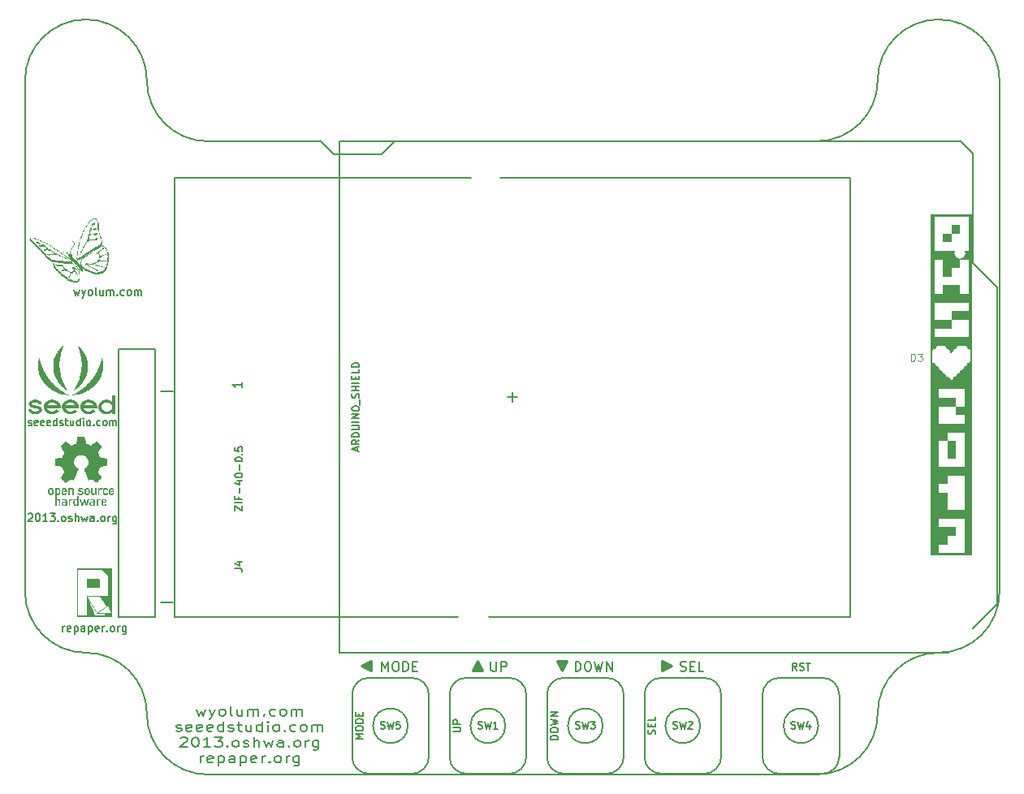
<source format=gto>
G04 (created by PCBNEW (2013-03-15 BZR 4003)-stable) date 24-May-13 1:25:35 PM*
%MOIN*%
G04 Gerber Fmt 3.4, Leading zero omitted, Abs format*
%FSLAX34Y34*%
G01*
G70*
G90*
G04 APERTURE LIST*
%ADD10C,0.006*%
%ADD11C,0.01*%
%ADD12C,0.008*%
%ADD13C,0.005*%
%ADD14C,0.00590551*%
%ADD15C,0.0001*%
%ADD16C,0.004*%
%ADD17C,0.04*%
%ADD18R,0.06X0.06*%
%ADD19C,0.06*%
%ADD20C,0.45*%
%ADD21C,0.07*%
%ADD22R,0.07X0.07*%
%ADD23C,0.155*%
%ADD24C,0.08*%
%ADD25C,0.075*%
%ADD26O,0.1X0.18*%
%ADD27R,0.1X0.2*%
%ADD28O,0.15X0.07*%
%ADD29C,0.045*%
%ADD30R,0.04X0.05*%
G04 APERTURE END LIST*
G54D10*
X11554Y-39129D02*
X11554Y-38916D01*
X11554Y-38977D02*
X11570Y-38946D01*
X11585Y-38931D01*
X11615Y-38916D01*
X11646Y-38916D01*
X11874Y-39114D02*
X11844Y-39129D01*
X11783Y-39129D01*
X11752Y-39114D01*
X11737Y-39083D01*
X11737Y-38961D01*
X11752Y-38931D01*
X11783Y-38916D01*
X11844Y-38916D01*
X11874Y-38931D01*
X11890Y-38961D01*
X11890Y-38992D01*
X11737Y-39022D01*
X12027Y-38916D02*
X12027Y-39236D01*
X12027Y-38931D02*
X12057Y-38916D01*
X12118Y-38916D01*
X12149Y-38931D01*
X12164Y-38946D01*
X12179Y-38977D01*
X12179Y-39068D01*
X12164Y-39099D01*
X12149Y-39114D01*
X12118Y-39129D01*
X12057Y-39129D01*
X12027Y-39114D01*
X12453Y-39129D02*
X12453Y-38961D01*
X12438Y-38931D01*
X12408Y-38916D01*
X12347Y-38916D01*
X12316Y-38931D01*
X12453Y-39114D02*
X12423Y-39129D01*
X12347Y-39129D01*
X12316Y-39114D01*
X12301Y-39083D01*
X12301Y-39053D01*
X12316Y-39022D01*
X12347Y-39007D01*
X12423Y-39007D01*
X12453Y-38992D01*
X12606Y-38916D02*
X12606Y-39236D01*
X12606Y-38931D02*
X12636Y-38916D01*
X12697Y-38916D01*
X12728Y-38931D01*
X12743Y-38946D01*
X12758Y-38977D01*
X12758Y-39068D01*
X12743Y-39099D01*
X12728Y-39114D01*
X12697Y-39129D01*
X12636Y-39129D01*
X12606Y-39114D01*
X13017Y-39114D02*
X12987Y-39129D01*
X12926Y-39129D01*
X12895Y-39114D01*
X12880Y-39083D01*
X12880Y-38961D01*
X12895Y-38931D01*
X12926Y-38916D01*
X12987Y-38916D01*
X13017Y-38931D01*
X13032Y-38961D01*
X13032Y-38992D01*
X12880Y-39022D01*
X13170Y-39129D02*
X13170Y-38916D01*
X13170Y-38977D02*
X13185Y-38946D01*
X13200Y-38931D01*
X13230Y-38916D01*
X13261Y-38916D01*
X13368Y-39099D02*
X13383Y-39114D01*
X13368Y-39129D01*
X13352Y-39114D01*
X13368Y-39099D01*
X13368Y-39129D01*
X13566Y-39129D02*
X13535Y-39114D01*
X13520Y-39099D01*
X13505Y-39068D01*
X13505Y-38977D01*
X13520Y-38946D01*
X13535Y-38931D01*
X13566Y-38916D01*
X13611Y-38916D01*
X13642Y-38931D01*
X13657Y-38946D01*
X13672Y-38977D01*
X13672Y-39068D01*
X13657Y-39099D01*
X13642Y-39114D01*
X13611Y-39129D01*
X13566Y-39129D01*
X13810Y-39129D02*
X13810Y-38916D01*
X13810Y-38977D02*
X13825Y-38946D01*
X13840Y-38931D01*
X13870Y-38916D01*
X13901Y-38916D01*
X14145Y-38916D02*
X14145Y-39175D01*
X14130Y-39205D01*
X14114Y-39220D01*
X14084Y-39236D01*
X14038Y-39236D01*
X14008Y-39220D01*
X14145Y-39114D02*
X14114Y-39129D01*
X14053Y-39129D01*
X14023Y-39114D01*
X14008Y-39099D01*
X13992Y-39068D01*
X13992Y-38977D01*
X14008Y-38946D01*
X14023Y-38931D01*
X14053Y-38916D01*
X14114Y-38916D01*
X14145Y-38931D01*
X10129Y-34315D02*
X10144Y-34299D01*
X10174Y-34284D01*
X10250Y-34284D01*
X10281Y-34299D01*
X10296Y-34315D01*
X10311Y-34345D01*
X10311Y-34375D01*
X10296Y-34421D01*
X10113Y-34604D01*
X10311Y-34604D01*
X10510Y-34284D02*
X10540Y-34284D01*
X10570Y-34299D01*
X10586Y-34315D01*
X10601Y-34345D01*
X10616Y-34406D01*
X10616Y-34482D01*
X10601Y-34543D01*
X10586Y-34574D01*
X10570Y-34589D01*
X10540Y-34604D01*
X10510Y-34604D01*
X10479Y-34589D01*
X10464Y-34574D01*
X10449Y-34543D01*
X10433Y-34482D01*
X10433Y-34406D01*
X10449Y-34345D01*
X10464Y-34315D01*
X10479Y-34299D01*
X10510Y-34284D01*
X10921Y-34604D02*
X10738Y-34604D01*
X10830Y-34604D02*
X10830Y-34284D01*
X10799Y-34330D01*
X10769Y-34360D01*
X10738Y-34375D01*
X11028Y-34284D02*
X11226Y-34284D01*
X11119Y-34406D01*
X11165Y-34406D01*
X11195Y-34421D01*
X11210Y-34436D01*
X11226Y-34467D01*
X11226Y-34543D01*
X11210Y-34574D01*
X11195Y-34589D01*
X11165Y-34604D01*
X11073Y-34604D01*
X11043Y-34589D01*
X11028Y-34574D01*
X11363Y-34574D02*
X11378Y-34589D01*
X11363Y-34604D01*
X11348Y-34589D01*
X11363Y-34574D01*
X11363Y-34604D01*
X11561Y-34604D02*
X11530Y-34589D01*
X11515Y-34574D01*
X11500Y-34543D01*
X11500Y-34452D01*
X11515Y-34421D01*
X11530Y-34406D01*
X11561Y-34391D01*
X11607Y-34391D01*
X11637Y-34406D01*
X11652Y-34421D01*
X11668Y-34452D01*
X11668Y-34543D01*
X11652Y-34574D01*
X11637Y-34589D01*
X11607Y-34604D01*
X11561Y-34604D01*
X11790Y-34589D02*
X11820Y-34604D01*
X11881Y-34604D01*
X11911Y-34589D01*
X11927Y-34558D01*
X11927Y-34543D01*
X11911Y-34513D01*
X11881Y-34497D01*
X11835Y-34497D01*
X11805Y-34482D01*
X11790Y-34452D01*
X11790Y-34436D01*
X11805Y-34406D01*
X11835Y-34391D01*
X11881Y-34391D01*
X11911Y-34406D01*
X12064Y-34604D02*
X12064Y-34284D01*
X12201Y-34604D02*
X12201Y-34436D01*
X12186Y-34406D01*
X12155Y-34391D01*
X12110Y-34391D01*
X12079Y-34406D01*
X12064Y-34421D01*
X12323Y-34391D02*
X12384Y-34604D01*
X12445Y-34452D01*
X12506Y-34604D01*
X12567Y-34391D01*
X12826Y-34604D02*
X12826Y-34436D01*
X12810Y-34406D01*
X12780Y-34391D01*
X12719Y-34391D01*
X12689Y-34406D01*
X12826Y-34589D02*
X12795Y-34604D01*
X12719Y-34604D01*
X12689Y-34589D01*
X12673Y-34558D01*
X12673Y-34528D01*
X12689Y-34497D01*
X12719Y-34482D01*
X12795Y-34482D01*
X12826Y-34467D01*
X12978Y-34574D02*
X12993Y-34589D01*
X12978Y-34604D01*
X12963Y-34589D01*
X12978Y-34574D01*
X12978Y-34604D01*
X13176Y-34604D02*
X13146Y-34589D01*
X13130Y-34574D01*
X13115Y-34543D01*
X13115Y-34452D01*
X13130Y-34421D01*
X13146Y-34406D01*
X13176Y-34391D01*
X13222Y-34391D01*
X13252Y-34406D01*
X13268Y-34421D01*
X13283Y-34452D01*
X13283Y-34543D01*
X13268Y-34574D01*
X13252Y-34589D01*
X13222Y-34604D01*
X13176Y-34604D01*
X13420Y-34604D02*
X13420Y-34391D01*
X13420Y-34452D02*
X13435Y-34421D01*
X13450Y-34406D01*
X13481Y-34391D01*
X13511Y-34391D01*
X13755Y-34391D02*
X13755Y-34650D01*
X13740Y-34680D01*
X13725Y-34695D01*
X13694Y-34711D01*
X13649Y-34711D01*
X13618Y-34695D01*
X13755Y-34589D02*
X13725Y-34604D01*
X13664Y-34604D01*
X13633Y-34589D01*
X13618Y-34574D01*
X13603Y-34543D01*
X13603Y-34452D01*
X13618Y-34421D01*
X13633Y-34406D01*
X13664Y-34391D01*
X13725Y-34391D01*
X13755Y-34406D01*
X11998Y-25116D02*
X12059Y-25329D01*
X12120Y-25177D01*
X12180Y-25329D01*
X12241Y-25116D01*
X12333Y-25116D02*
X12409Y-25329D01*
X12485Y-25116D02*
X12409Y-25329D01*
X12379Y-25405D01*
X12363Y-25420D01*
X12333Y-25436D01*
X12653Y-25329D02*
X12622Y-25314D01*
X12607Y-25299D01*
X12592Y-25268D01*
X12592Y-25177D01*
X12607Y-25146D01*
X12622Y-25131D01*
X12653Y-25116D01*
X12699Y-25116D01*
X12729Y-25131D01*
X12744Y-25146D01*
X12760Y-25177D01*
X12760Y-25268D01*
X12744Y-25299D01*
X12729Y-25314D01*
X12699Y-25329D01*
X12653Y-25329D01*
X12942Y-25329D02*
X12912Y-25314D01*
X12897Y-25283D01*
X12897Y-25009D01*
X13201Y-25116D02*
X13201Y-25329D01*
X13064Y-25116D02*
X13064Y-25283D01*
X13080Y-25314D01*
X13110Y-25329D01*
X13156Y-25329D01*
X13186Y-25314D01*
X13201Y-25299D01*
X13354Y-25329D02*
X13354Y-25116D01*
X13354Y-25146D02*
X13369Y-25131D01*
X13400Y-25116D01*
X13445Y-25116D01*
X13476Y-25131D01*
X13491Y-25161D01*
X13491Y-25329D01*
X13491Y-25161D02*
X13506Y-25131D01*
X13537Y-25116D01*
X13582Y-25116D01*
X13613Y-25131D01*
X13628Y-25161D01*
X13628Y-25329D01*
X13780Y-25299D02*
X13796Y-25314D01*
X13780Y-25329D01*
X13765Y-25314D01*
X13780Y-25299D01*
X13780Y-25329D01*
X14070Y-25314D02*
X14040Y-25329D01*
X13979Y-25329D01*
X13948Y-25314D01*
X13933Y-25299D01*
X13918Y-25268D01*
X13918Y-25177D01*
X13933Y-25146D01*
X13948Y-25131D01*
X13979Y-25116D01*
X14040Y-25116D01*
X14070Y-25131D01*
X14253Y-25329D02*
X14222Y-25314D01*
X14207Y-25299D01*
X14192Y-25268D01*
X14192Y-25177D01*
X14207Y-25146D01*
X14222Y-25131D01*
X14253Y-25116D01*
X14299Y-25116D01*
X14329Y-25131D01*
X14344Y-25146D01*
X14360Y-25177D01*
X14360Y-25268D01*
X14344Y-25299D01*
X14329Y-25314D01*
X14299Y-25329D01*
X14253Y-25329D01*
X14497Y-25329D02*
X14497Y-25116D01*
X14497Y-25146D02*
X14512Y-25131D01*
X14542Y-25116D01*
X14588Y-25116D01*
X14619Y-25131D01*
X14634Y-25161D01*
X14634Y-25329D01*
X14634Y-25161D02*
X14649Y-25131D01*
X14680Y-25116D01*
X14725Y-25116D01*
X14756Y-25131D01*
X14771Y-25161D01*
X14771Y-25329D01*
X10142Y-30664D02*
X10171Y-30679D01*
X10228Y-30679D01*
X10257Y-30664D01*
X10271Y-30633D01*
X10271Y-30618D01*
X10257Y-30588D01*
X10228Y-30572D01*
X10185Y-30572D01*
X10157Y-30557D01*
X10142Y-30527D01*
X10142Y-30511D01*
X10157Y-30481D01*
X10185Y-30466D01*
X10228Y-30466D01*
X10257Y-30481D01*
X10514Y-30664D02*
X10485Y-30679D01*
X10428Y-30679D01*
X10399Y-30664D01*
X10385Y-30633D01*
X10385Y-30511D01*
X10399Y-30481D01*
X10428Y-30466D01*
X10485Y-30466D01*
X10514Y-30481D01*
X10528Y-30511D01*
X10528Y-30542D01*
X10385Y-30572D01*
X10771Y-30664D02*
X10742Y-30679D01*
X10685Y-30679D01*
X10657Y-30664D01*
X10642Y-30633D01*
X10642Y-30511D01*
X10657Y-30481D01*
X10685Y-30466D01*
X10742Y-30466D01*
X10771Y-30481D01*
X10785Y-30511D01*
X10785Y-30542D01*
X10642Y-30572D01*
X11028Y-30664D02*
X10999Y-30679D01*
X10942Y-30679D01*
X10914Y-30664D01*
X10899Y-30633D01*
X10899Y-30511D01*
X10914Y-30481D01*
X10942Y-30466D01*
X10999Y-30466D01*
X11028Y-30481D01*
X11042Y-30511D01*
X11042Y-30542D01*
X10899Y-30572D01*
X11299Y-30679D02*
X11299Y-30359D01*
X11299Y-30664D02*
X11271Y-30679D01*
X11214Y-30679D01*
X11185Y-30664D01*
X11171Y-30649D01*
X11157Y-30618D01*
X11157Y-30527D01*
X11171Y-30496D01*
X11185Y-30481D01*
X11214Y-30466D01*
X11271Y-30466D01*
X11299Y-30481D01*
X11428Y-30664D02*
X11457Y-30679D01*
X11514Y-30679D01*
X11542Y-30664D01*
X11557Y-30633D01*
X11557Y-30618D01*
X11542Y-30588D01*
X11514Y-30572D01*
X11471Y-30572D01*
X11442Y-30557D01*
X11428Y-30527D01*
X11428Y-30511D01*
X11442Y-30481D01*
X11471Y-30466D01*
X11514Y-30466D01*
X11542Y-30481D01*
X11642Y-30466D02*
X11757Y-30466D01*
X11685Y-30359D02*
X11685Y-30633D01*
X11699Y-30664D01*
X11728Y-30679D01*
X11757Y-30679D01*
X11985Y-30466D02*
X11985Y-30679D01*
X11857Y-30466D02*
X11857Y-30633D01*
X11871Y-30664D01*
X11900Y-30679D01*
X11942Y-30679D01*
X11971Y-30664D01*
X11985Y-30649D01*
X12257Y-30679D02*
X12257Y-30359D01*
X12257Y-30664D02*
X12228Y-30679D01*
X12171Y-30679D01*
X12142Y-30664D01*
X12128Y-30649D01*
X12114Y-30618D01*
X12114Y-30527D01*
X12128Y-30496D01*
X12142Y-30481D01*
X12171Y-30466D01*
X12228Y-30466D01*
X12257Y-30481D01*
X12400Y-30679D02*
X12400Y-30466D01*
X12400Y-30359D02*
X12385Y-30374D01*
X12400Y-30390D01*
X12414Y-30374D01*
X12400Y-30359D01*
X12400Y-30390D01*
X12585Y-30679D02*
X12557Y-30664D01*
X12542Y-30649D01*
X12528Y-30618D01*
X12528Y-30527D01*
X12542Y-30496D01*
X12557Y-30481D01*
X12585Y-30466D01*
X12628Y-30466D01*
X12657Y-30481D01*
X12671Y-30496D01*
X12685Y-30527D01*
X12685Y-30618D01*
X12671Y-30649D01*
X12657Y-30664D01*
X12628Y-30679D01*
X12585Y-30679D01*
X12814Y-30649D02*
X12828Y-30664D01*
X12814Y-30679D01*
X12800Y-30664D01*
X12814Y-30649D01*
X12814Y-30679D01*
X13085Y-30664D02*
X13057Y-30679D01*
X13000Y-30679D01*
X12971Y-30664D01*
X12957Y-30649D01*
X12942Y-30618D01*
X12942Y-30527D01*
X12957Y-30496D01*
X12971Y-30481D01*
X13000Y-30466D01*
X13057Y-30466D01*
X13085Y-30481D01*
X13257Y-30679D02*
X13228Y-30664D01*
X13214Y-30649D01*
X13200Y-30618D01*
X13200Y-30527D01*
X13214Y-30496D01*
X13228Y-30481D01*
X13257Y-30466D01*
X13300Y-30466D01*
X13328Y-30481D01*
X13342Y-30496D01*
X13357Y-30527D01*
X13357Y-30618D01*
X13342Y-30649D01*
X13328Y-30664D01*
X13300Y-30679D01*
X13257Y-30679D01*
X13485Y-30679D02*
X13485Y-30466D01*
X13485Y-30496D02*
X13500Y-30481D01*
X13528Y-30466D01*
X13571Y-30466D01*
X13600Y-30481D01*
X13614Y-30511D01*
X13614Y-30679D01*
X13614Y-30511D02*
X13628Y-30481D01*
X13657Y-30466D01*
X13700Y-30466D01*
X13728Y-30481D01*
X13742Y-30511D01*
X13742Y-30679D01*
G54D11*
X36450Y-40600D02*
X36450Y-40500D01*
X36350Y-40450D02*
X36350Y-40650D01*
X36250Y-40700D02*
X36250Y-40400D01*
X36150Y-40350D02*
X36150Y-40750D01*
X32000Y-40650D02*
X32100Y-40650D01*
X32150Y-40550D02*
X31950Y-40550D01*
X31900Y-40450D02*
X32200Y-40450D01*
X32250Y-40350D02*
X31850Y-40350D01*
X28625Y-40450D02*
X28525Y-40450D01*
X28475Y-40550D02*
X28675Y-40550D01*
X28725Y-40650D02*
X28425Y-40650D01*
X28375Y-40750D02*
X28775Y-40750D01*
X23900Y-40500D02*
X23900Y-40600D01*
X24000Y-40650D02*
X24000Y-40450D01*
X24100Y-40400D02*
X24100Y-40700D01*
X24200Y-40350D02*
X24200Y-40750D01*
G54D12*
X36901Y-40742D02*
X36958Y-40761D01*
X37053Y-40761D01*
X37091Y-40742D01*
X37110Y-40723D01*
X37129Y-40685D01*
X37129Y-40647D01*
X37110Y-40609D01*
X37091Y-40590D01*
X37053Y-40571D01*
X36977Y-40552D01*
X36939Y-40533D01*
X36920Y-40514D01*
X36901Y-40476D01*
X36901Y-40438D01*
X36920Y-40400D01*
X36939Y-40380D01*
X36977Y-40361D01*
X37072Y-40361D01*
X37129Y-40380D01*
X37301Y-40552D02*
X37434Y-40552D01*
X37491Y-40761D02*
X37301Y-40761D01*
X37301Y-40361D01*
X37491Y-40361D01*
X37853Y-40761D02*
X37663Y-40761D01*
X37663Y-40361D01*
X32595Y-40761D02*
X32595Y-40361D01*
X32690Y-40361D01*
X32747Y-40380D01*
X32785Y-40419D01*
X32804Y-40457D01*
X32823Y-40533D01*
X32823Y-40590D01*
X32804Y-40666D01*
X32785Y-40704D01*
X32747Y-40742D01*
X32690Y-40761D01*
X32595Y-40761D01*
X33071Y-40361D02*
X33147Y-40361D01*
X33185Y-40380D01*
X33223Y-40419D01*
X33242Y-40495D01*
X33242Y-40628D01*
X33223Y-40704D01*
X33185Y-40742D01*
X33147Y-40761D01*
X33071Y-40761D01*
X33033Y-40742D01*
X32995Y-40704D01*
X32976Y-40628D01*
X32976Y-40495D01*
X32995Y-40419D01*
X33033Y-40380D01*
X33071Y-40361D01*
X33376Y-40361D02*
X33471Y-40761D01*
X33547Y-40476D01*
X33623Y-40761D01*
X33719Y-40361D01*
X33871Y-40761D02*
X33871Y-40361D01*
X34100Y-40761D01*
X34100Y-40361D01*
X29120Y-40361D02*
X29120Y-40685D01*
X29139Y-40723D01*
X29158Y-40742D01*
X29196Y-40761D01*
X29272Y-40761D01*
X29310Y-40742D01*
X29329Y-40723D01*
X29348Y-40685D01*
X29348Y-40361D01*
X29539Y-40761D02*
X29539Y-40361D01*
X29691Y-40361D01*
X29729Y-40380D01*
X29748Y-40400D01*
X29767Y-40438D01*
X29767Y-40495D01*
X29748Y-40533D01*
X29729Y-40552D01*
X29691Y-40571D01*
X29539Y-40571D01*
X24645Y-40761D02*
X24645Y-40361D01*
X24778Y-40647D01*
X24911Y-40361D01*
X24911Y-40761D01*
X25178Y-40361D02*
X25254Y-40361D01*
X25292Y-40380D01*
X25330Y-40419D01*
X25350Y-40495D01*
X25350Y-40628D01*
X25330Y-40704D01*
X25292Y-40742D01*
X25254Y-40761D01*
X25178Y-40761D01*
X25140Y-40742D01*
X25102Y-40704D01*
X25083Y-40628D01*
X25083Y-40495D01*
X25102Y-40419D01*
X25140Y-40380D01*
X25178Y-40361D01*
X25521Y-40761D02*
X25521Y-40361D01*
X25616Y-40361D01*
X25673Y-40380D01*
X25711Y-40419D01*
X25730Y-40457D01*
X25750Y-40533D01*
X25750Y-40590D01*
X25730Y-40666D01*
X25711Y-40704D01*
X25673Y-40742D01*
X25616Y-40761D01*
X25521Y-40761D01*
X25921Y-40552D02*
X26054Y-40552D01*
X26111Y-40761D02*
X25921Y-40761D01*
X25921Y-40361D01*
X26111Y-40361D01*
G54D11*
X36550Y-40550D02*
X36150Y-40350D01*
X36150Y-40750D02*
X36550Y-40550D01*
X32050Y-40750D02*
X32250Y-40350D01*
X31850Y-40350D02*
X32050Y-40750D01*
X28575Y-40350D02*
X28775Y-40750D01*
X28375Y-40750D02*
X28575Y-40350D01*
X23800Y-40550D02*
X24200Y-40350D01*
X24200Y-40750D02*
X23800Y-40550D01*
G54D13*
X22125Y-19000D02*
X17500Y-19000D01*
X25175Y-19000D02*
X42500Y-19000D01*
X24625Y-19550D02*
X25175Y-19000D01*
X23625Y-19550D02*
X24625Y-19550D01*
X22675Y-19550D02*
X22125Y-19000D01*
X23675Y-19550D02*
X22675Y-19550D01*
G54D12*
X17034Y-42320D02*
X17129Y-42586D01*
X17225Y-42396D01*
X17320Y-42586D01*
X17415Y-42320D01*
X17558Y-42320D02*
X17677Y-42586D01*
X17796Y-42320D02*
X17677Y-42586D01*
X17629Y-42682D01*
X17605Y-42701D01*
X17558Y-42720D01*
X18058Y-42586D02*
X18010Y-42567D01*
X17986Y-42548D01*
X17963Y-42510D01*
X17963Y-42396D01*
X17986Y-42358D01*
X18010Y-42339D01*
X18058Y-42320D01*
X18129Y-42320D01*
X18177Y-42339D01*
X18201Y-42358D01*
X18225Y-42396D01*
X18225Y-42510D01*
X18201Y-42548D01*
X18177Y-42567D01*
X18129Y-42586D01*
X18058Y-42586D01*
X18510Y-42586D02*
X18463Y-42567D01*
X18439Y-42529D01*
X18439Y-42186D01*
X18915Y-42320D02*
X18915Y-42586D01*
X18701Y-42320D02*
X18701Y-42529D01*
X18725Y-42567D01*
X18772Y-42586D01*
X18844Y-42586D01*
X18891Y-42567D01*
X18915Y-42548D01*
X19153Y-42586D02*
X19153Y-42320D01*
X19153Y-42358D02*
X19177Y-42339D01*
X19225Y-42320D01*
X19296Y-42320D01*
X19344Y-42339D01*
X19367Y-42377D01*
X19367Y-42586D01*
X19367Y-42377D02*
X19391Y-42339D01*
X19439Y-42320D01*
X19510Y-42320D01*
X19558Y-42339D01*
X19582Y-42377D01*
X19582Y-42586D01*
X19820Y-42548D02*
X19844Y-42567D01*
X19820Y-42586D01*
X19796Y-42567D01*
X19820Y-42548D01*
X19820Y-42586D01*
X20272Y-42567D02*
X20225Y-42586D01*
X20129Y-42586D01*
X20082Y-42567D01*
X20058Y-42548D01*
X20034Y-42510D01*
X20034Y-42396D01*
X20058Y-42358D01*
X20082Y-42339D01*
X20129Y-42320D01*
X20225Y-42320D01*
X20272Y-42339D01*
X20558Y-42586D02*
X20510Y-42567D01*
X20486Y-42548D01*
X20463Y-42510D01*
X20463Y-42396D01*
X20486Y-42358D01*
X20510Y-42339D01*
X20558Y-42320D01*
X20629Y-42320D01*
X20677Y-42339D01*
X20701Y-42358D01*
X20725Y-42396D01*
X20725Y-42510D01*
X20701Y-42548D01*
X20677Y-42567D01*
X20629Y-42586D01*
X20558Y-42586D01*
X20939Y-42586D02*
X20939Y-42320D01*
X20939Y-42358D02*
X20963Y-42339D01*
X21010Y-42320D01*
X21082Y-42320D01*
X21129Y-42339D01*
X21153Y-42377D01*
X21153Y-42586D01*
X21153Y-42377D02*
X21177Y-42339D01*
X21225Y-42320D01*
X21296Y-42320D01*
X21344Y-42339D01*
X21367Y-42377D01*
X21367Y-42586D01*
X16213Y-43207D02*
X16260Y-43226D01*
X16355Y-43226D01*
X16403Y-43207D01*
X16427Y-43169D01*
X16427Y-43150D01*
X16403Y-43112D01*
X16355Y-43093D01*
X16284Y-43093D01*
X16236Y-43074D01*
X16213Y-43036D01*
X16213Y-43017D01*
X16236Y-42979D01*
X16284Y-42960D01*
X16355Y-42960D01*
X16403Y-42979D01*
X16832Y-43207D02*
X16784Y-43226D01*
X16689Y-43226D01*
X16641Y-43207D01*
X16617Y-43169D01*
X16617Y-43017D01*
X16641Y-42979D01*
X16689Y-42960D01*
X16784Y-42960D01*
X16832Y-42979D01*
X16855Y-43017D01*
X16855Y-43055D01*
X16617Y-43093D01*
X17260Y-43207D02*
X17213Y-43226D01*
X17117Y-43226D01*
X17070Y-43207D01*
X17046Y-43169D01*
X17046Y-43017D01*
X17070Y-42979D01*
X17117Y-42960D01*
X17213Y-42960D01*
X17260Y-42979D01*
X17284Y-43017D01*
X17284Y-43055D01*
X17046Y-43093D01*
X17689Y-43207D02*
X17641Y-43226D01*
X17546Y-43226D01*
X17498Y-43207D01*
X17475Y-43169D01*
X17475Y-43017D01*
X17498Y-42979D01*
X17546Y-42960D01*
X17641Y-42960D01*
X17689Y-42979D01*
X17713Y-43017D01*
X17713Y-43055D01*
X17475Y-43093D01*
X18141Y-43226D02*
X18141Y-42826D01*
X18141Y-43207D02*
X18094Y-43226D01*
X17998Y-43226D01*
X17951Y-43207D01*
X17927Y-43188D01*
X17903Y-43150D01*
X17903Y-43036D01*
X17927Y-42998D01*
X17951Y-42979D01*
X17998Y-42960D01*
X18094Y-42960D01*
X18141Y-42979D01*
X18355Y-43207D02*
X18403Y-43226D01*
X18498Y-43226D01*
X18546Y-43207D01*
X18570Y-43169D01*
X18570Y-43150D01*
X18546Y-43112D01*
X18498Y-43093D01*
X18427Y-43093D01*
X18379Y-43074D01*
X18355Y-43036D01*
X18355Y-43017D01*
X18379Y-42979D01*
X18427Y-42960D01*
X18498Y-42960D01*
X18546Y-42979D01*
X18713Y-42960D02*
X18903Y-42960D01*
X18784Y-42826D02*
X18784Y-43169D01*
X18808Y-43207D01*
X18855Y-43226D01*
X18903Y-43226D01*
X19284Y-42960D02*
X19284Y-43226D01*
X19070Y-42960D02*
X19070Y-43169D01*
X19094Y-43207D01*
X19141Y-43226D01*
X19213Y-43226D01*
X19260Y-43207D01*
X19284Y-43188D01*
X19736Y-43226D02*
X19736Y-42826D01*
X19736Y-43207D02*
X19689Y-43226D01*
X19594Y-43226D01*
X19546Y-43207D01*
X19522Y-43188D01*
X19498Y-43150D01*
X19498Y-43036D01*
X19522Y-42998D01*
X19546Y-42979D01*
X19594Y-42960D01*
X19689Y-42960D01*
X19736Y-42979D01*
X19975Y-43226D02*
X19975Y-42960D01*
X19975Y-42826D02*
X19951Y-42845D01*
X19975Y-42865D01*
X19998Y-42845D01*
X19975Y-42826D01*
X19975Y-42865D01*
X20284Y-43226D02*
X20236Y-43207D01*
X20213Y-43188D01*
X20189Y-43150D01*
X20189Y-43036D01*
X20213Y-42998D01*
X20236Y-42979D01*
X20284Y-42960D01*
X20355Y-42960D01*
X20403Y-42979D01*
X20427Y-42998D01*
X20451Y-43036D01*
X20451Y-43150D01*
X20427Y-43188D01*
X20403Y-43207D01*
X20355Y-43226D01*
X20284Y-43226D01*
X20665Y-43188D02*
X20689Y-43207D01*
X20665Y-43226D01*
X20641Y-43207D01*
X20665Y-43188D01*
X20665Y-43226D01*
X21117Y-43207D02*
X21070Y-43226D01*
X20975Y-43226D01*
X20927Y-43207D01*
X20903Y-43188D01*
X20879Y-43150D01*
X20879Y-43036D01*
X20903Y-42998D01*
X20927Y-42979D01*
X20975Y-42960D01*
X21070Y-42960D01*
X21117Y-42979D01*
X21403Y-43226D02*
X21355Y-43207D01*
X21332Y-43188D01*
X21308Y-43150D01*
X21308Y-43036D01*
X21332Y-42998D01*
X21355Y-42979D01*
X21403Y-42960D01*
X21475Y-42960D01*
X21522Y-42979D01*
X21546Y-42998D01*
X21570Y-43036D01*
X21570Y-43150D01*
X21546Y-43188D01*
X21522Y-43207D01*
X21475Y-43226D01*
X21403Y-43226D01*
X21784Y-43226D02*
X21784Y-42960D01*
X21784Y-42998D02*
X21808Y-42979D01*
X21855Y-42960D01*
X21927Y-42960D01*
X21975Y-42979D01*
X21998Y-43017D01*
X21998Y-43226D01*
X21998Y-43017D02*
X22022Y-42979D01*
X22070Y-42960D01*
X22141Y-42960D01*
X22189Y-42979D01*
X22213Y-43017D01*
X22213Y-43226D01*
X16379Y-43505D02*
X16403Y-43485D01*
X16451Y-43466D01*
X16570Y-43466D01*
X16617Y-43485D01*
X16641Y-43505D01*
X16665Y-43543D01*
X16665Y-43581D01*
X16641Y-43638D01*
X16355Y-43866D01*
X16665Y-43866D01*
X16975Y-43466D02*
X17022Y-43466D01*
X17070Y-43485D01*
X17094Y-43505D01*
X17117Y-43543D01*
X17141Y-43619D01*
X17141Y-43714D01*
X17117Y-43790D01*
X17094Y-43828D01*
X17070Y-43847D01*
X17022Y-43866D01*
X16975Y-43866D01*
X16927Y-43847D01*
X16903Y-43828D01*
X16879Y-43790D01*
X16855Y-43714D01*
X16855Y-43619D01*
X16879Y-43543D01*
X16903Y-43505D01*
X16927Y-43485D01*
X16975Y-43466D01*
X17617Y-43866D02*
X17332Y-43866D01*
X17475Y-43866D02*
X17475Y-43466D01*
X17427Y-43524D01*
X17379Y-43562D01*
X17332Y-43581D01*
X17784Y-43466D02*
X18094Y-43466D01*
X17927Y-43619D01*
X17998Y-43619D01*
X18046Y-43638D01*
X18070Y-43657D01*
X18094Y-43695D01*
X18094Y-43790D01*
X18070Y-43828D01*
X18046Y-43847D01*
X17998Y-43866D01*
X17855Y-43866D01*
X17808Y-43847D01*
X17784Y-43828D01*
X18308Y-43828D02*
X18332Y-43847D01*
X18308Y-43866D01*
X18284Y-43847D01*
X18308Y-43828D01*
X18308Y-43866D01*
X18617Y-43866D02*
X18570Y-43847D01*
X18546Y-43828D01*
X18522Y-43790D01*
X18522Y-43676D01*
X18546Y-43638D01*
X18570Y-43619D01*
X18617Y-43600D01*
X18689Y-43600D01*
X18736Y-43619D01*
X18760Y-43638D01*
X18784Y-43676D01*
X18784Y-43790D01*
X18760Y-43828D01*
X18736Y-43847D01*
X18689Y-43866D01*
X18617Y-43866D01*
X18975Y-43847D02*
X19022Y-43866D01*
X19117Y-43866D01*
X19165Y-43847D01*
X19189Y-43809D01*
X19189Y-43790D01*
X19165Y-43752D01*
X19117Y-43733D01*
X19046Y-43733D01*
X18998Y-43714D01*
X18975Y-43676D01*
X18975Y-43657D01*
X18998Y-43619D01*
X19046Y-43600D01*
X19117Y-43600D01*
X19165Y-43619D01*
X19403Y-43866D02*
X19403Y-43466D01*
X19617Y-43866D02*
X19617Y-43657D01*
X19594Y-43619D01*
X19546Y-43600D01*
X19475Y-43600D01*
X19427Y-43619D01*
X19403Y-43638D01*
X19808Y-43600D02*
X19903Y-43866D01*
X19998Y-43676D01*
X20094Y-43866D01*
X20189Y-43600D01*
X20594Y-43866D02*
X20594Y-43657D01*
X20570Y-43619D01*
X20522Y-43600D01*
X20427Y-43600D01*
X20379Y-43619D01*
X20594Y-43847D02*
X20546Y-43866D01*
X20427Y-43866D01*
X20379Y-43847D01*
X20355Y-43809D01*
X20355Y-43771D01*
X20379Y-43733D01*
X20427Y-43714D01*
X20546Y-43714D01*
X20594Y-43695D01*
X20832Y-43828D02*
X20855Y-43847D01*
X20832Y-43866D01*
X20808Y-43847D01*
X20832Y-43828D01*
X20832Y-43866D01*
X21141Y-43866D02*
X21094Y-43847D01*
X21070Y-43828D01*
X21046Y-43790D01*
X21046Y-43676D01*
X21070Y-43638D01*
X21094Y-43619D01*
X21141Y-43600D01*
X21213Y-43600D01*
X21260Y-43619D01*
X21284Y-43638D01*
X21308Y-43676D01*
X21308Y-43790D01*
X21284Y-43828D01*
X21260Y-43847D01*
X21213Y-43866D01*
X21141Y-43866D01*
X21522Y-43866D02*
X21522Y-43600D01*
X21522Y-43676D02*
X21546Y-43638D01*
X21570Y-43619D01*
X21617Y-43600D01*
X21665Y-43600D01*
X22046Y-43600D02*
X22046Y-43924D01*
X22022Y-43962D01*
X21998Y-43981D01*
X21951Y-44000D01*
X21879Y-44000D01*
X21832Y-43981D01*
X22046Y-43847D02*
X21998Y-43866D01*
X21903Y-43866D01*
X21855Y-43847D01*
X21832Y-43828D01*
X21808Y-43790D01*
X21808Y-43676D01*
X21832Y-43638D01*
X21855Y-43619D01*
X21903Y-43600D01*
X21998Y-43600D01*
X22046Y-43619D01*
X17201Y-44506D02*
X17201Y-44240D01*
X17201Y-44316D02*
X17225Y-44278D01*
X17248Y-44259D01*
X17296Y-44240D01*
X17344Y-44240D01*
X17701Y-44487D02*
X17653Y-44506D01*
X17558Y-44506D01*
X17510Y-44487D01*
X17486Y-44449D01*
X17486Y-44297D01*
X17510Y-44259D01*
X17558Y-44240D01*
X17653Y-44240D01*
X17701Y-44259D01*
X17725Y-44297D01*
X17725Y-44335D01*
X17486Y-44373D01*
X17939Y-44240D02*
X17939Y-44640D01*
X17939Y-44259D02*
X17986Y-44240D01*
X18082Y-44240D01*
X18129Y-44259D01*
X18153Y-44278D01*
X18177Y-44316D01*
X18177Y-44430D01*
X18153Y-44468D01*
X18129Y-44487D01*
X18082Y-44506D01*
X17986Y-44506D01*
X17939Y-44487D01*
X18605Y-44506D02*
X18605Y-44297D01*
X18582Y-44259D01*
X18534Y-44240D01*
X18439Y-44240D01*
X18391Y-44259D01*
X18605Y-44487D02*
X18558Y-44506D01*
X18439Y-44506D01*
X18391Y-44487D01*
X18367Y-44449D01*
X18367Y-44411D01*
X18391Y-44373D01*
X18439Y-44354D01*
X18558Y-44354D01*
X18605Y-44335D01*
X18844Y-44240D02*
X18844Y-44640D01*
X18844Y-44259D02*
X18891Y-44240D01*
X18986Y-44240D01*
X19034Y-44259D01*
X19058Y-44278D01*
X19082Y-44316D01*
X19082Y-44430D01*
X19058Y-44468D01*
X19034Y-44487D01*
X18986Y-44506D01*
X18891Y-44506D01*
X18844Y-44487D01*
X19486Y-44487D02*
X19439Y-44506D01*
X19344Y-44506D01*
X19296Y-44487D01*
X19272Y-44449D01*
X19272Y-44297D01*
X19296Y-44259D01*
X19344Y-44240D01*
X19439Y-44240D01*
X19486Y-44259D01*
X19510Y-44297D01*
X19510Y-44335D01*
X19272Y-44373D01*
X19725Y-44506D02*
X19725Y-44240D01*
X19725Y-44316D02*
X19748Y-44278D01*
X19772Y-44259D01*
X19820Y-44240D01*
X19867Y-44240D01*
X20034Y-44468D02*
X20058Y-44487D01*
X20034Y-44506D01*
X20010Y-44487D01*
X20034Y-44468D01*
X20034Y-44506D01*
X20344Y-44506D02*
X20296Y-44487D01*
X20272Y-44468D01*
X20248Y-44430D01*
X20248Y-44316D01*
X20272Y-44278D01*
X20296Y-44259D01*
X20344Y-44240D01*
X20415Y-44240D01*
X20463Y-44259D01*
X20486Y-44278D01*
X20510Y-44316D01*
X20510Y-44430D01*
X20486Y-44468D01*
X20463Y-44487D01*
X20415Y-44506D01*
X20344Y-44506D01*
X20725Y-44506D02*
X20725Y-44240D01*
X20725Y-44316D02*
X20748Y-44278D01*
X20772Y-44259D01*
X20820Y-44240D01*
X20867Y-44240D01*
X21248Y-44240D02*
X21248Y-44564D01*
X21224Y-44602D01*
X21201Y-44621D01*
X21153Y-44640D01*
X21082Y-44640D01*
X21034Y-44621D01*
X21248Y-44487D02*
X21201Y-44506D01*
X21105Y-44506D01*
X21058Y-44487D01*
X21034Y-44468D01*
X21010Y-44430D01*
X21010Y-44316D01*
X21034Y-44278D01*
X21058Y-44259D01*
X21105Y-44240D01*
X21201Y-44240D01*
X21248Y-44259D01*
G54D13*
X47500Y-40000D02*
G75*
G03X50000Y-37500I0J2500D01*
G74*
G01*
X42500Y-45000D02*
G75*
G03X45000Y-42500I0J2500D01*
G74*
G01*
X47500Y-40000D02*
G75*
G03X45000Y-42500I0J-2500D01*
G74*
G01*
X15000Y-42500D02*
G75*
G03X17500Y-45000I2500J0D01*
G74*
G01*
X10000Y-37500D02*
G75*
G03X12500Y-40000I2500J0D01*
G74*
G01*
X15000Y-42500D02*
G75*
G03X12500Y-40000I-2500J0D01*
G74*
G01*
X42500Y-19000D02*
G75*
G03X45000Y-16500I0J2500D01*
G74*
G01*
X50000Y-16500D02*
G75*
G03X47500Y-14000I-2500J0D01*
G74*
G01*
X47500Y-14000D02*
G75*
G03X45000Y-16500I0J-2500D01*
G74*
G01*
X15000Y-16500D02*
G75*
G03X17500Y-19000I2500J0D01*
G74*
G01*
X15000Y-16500D02*
G75*
G03X12500Y-14000I-2500J0D01*
G74*
G01*
X12500Y-14000D02*
G75*
G03X10000Y-16500I0J-2500D01*
G74*
G01*
X13850Y-38550D02*
X15350Y-38550D01*
X13850Y-27550D02*
X13850Y-38550D01*
X15350Y-27550D02*
X13850Y-27550D01*
X15350Y-38550D02*
X15350Y-27550D01*
X42500Y-45000D02*
X17500Y-45000D01*
X10000Y-37500D02*
X10000Y-16500D01*
X50000Y-16500D02*
X50000Y-37500D01*
X30000Y-29500D02*
X30200Y-29500D01*
X30000Y-29500D02*
X29800Y-29500D01*
X30000Y-29500D02*
X30000Y-29700D01*
X30000Y-29500D02*
X30000Y-29300D01*
G54D14*
X49900Y-25000D02*
X49900Y-38000D01*
X49900Y-38000D02*
X48900Y-39000D01*
X48900Y-19500D02*
X48900Y-24000D01*
X48900Y-24000D02*
X49900Y-25000D01*
X22900Y-19000D02*
X48400Y-19000D01*
X48400Y-19000D02*
X48900Y-19500D01*
X22900Y-40000D02*
X22900Y-19000D01*
X47900Y-40000D02*
X22900Y-40000D01*
G54D10*
X43424Y-41720D02*
G75*
G03X42735Y-41031I-688J0D01*
G74*
G01*
X40964Y-41031D02*
X42735Y-41031D01*
X40964Y-41031D02*
G75*
G03X40275Y-41720I0J-688D01*
G74*
G01*
X40275Y-44279D02*
X40275Y-41720D01*
X42735Y-44968D02*
X40964Y-44968D01*
X43424Y-41720D02*
X43424Y-44279D01*
X42735Y-44968D02*
G75*
G03X43424Y-44279I0J688D01*
G74*
G01*
X40275Y-44279D02*
G75*
G03X40964Y-44968I688J0D01*
G74*
G01*
X42565Y-43000D02*
G75*
G03X42565Y-43000I-715J0D01*
G74*
G01*
X30574Y-41720D02*
G75*
G03X29885Y-41031I-688J0D01*
G74*
G01*
X28114Y-41031D02*
X29885Y-41031D01*
X28114Y-41031D02*
G75*
G03X27425Y-41720I0J-688D01*
G74*
G01*
X27425Y-44279D02*
X27425Y-41720D01*
X29885Y-44968D02*
X28114Y-44968D01*
X30574Y-41720D02*
X30574Y-44279D01*
X29885Y-44968D02*
G75*
G03X30574Y-44279I0J688D01*
G74*
G01*
X27425Y-44279D02*
G75*
G03X28114Y-44968I688J0D01*
G74*
G01*
X29715Y-43000D02*
G75*
G03X29715Y-43000I-715J0D01*
G74*
G01*
X38574Y-41720D02*
G75*
G03X37885Y-41031I-688J0D01*
G74*
G01*
X36114Y-41031D02*
X37885Y-41031D01*
X36114Y-41031D02*
G75*
G03X35425Y-41720I0J-688D01*
G74*
G01*
X35425Y-44279D02*
X35425Y-41720D01*
X37885Y-44968D02*
X36114Y-44968D01*
X38574Y-41720D02*
X38574Y-44279D01*
X37885Y-44968D02*
G75*
G03X38574Y-44279I0J688D01*
G74*
G01*
X35425Y-44279D02*
G75*
G03X36114Y-44968I688J0D01*
G74*
G01*
X37715Y-43000D02*
G75*
G03X37715Y-43000I-715J0D01*
G74*
G01*
X34574Y-41720D02*
G75*
G03X33885Y-41031I-688J0D01*
G74*
G01*
X32114Y-41031D02*
X33885Y-41031D01*
X32114Y-41031D02*
G75*
G03X31425Y-41720I0J-688D01*
G74*
G01*
X31425Y-44279D02*
X31425Y-41720D01*
X33885Y-44968D02*
X32114Y-44968D01*
X34574Y-41720D02*
X34574Y-44279D01*
X33885Y-44968D02*
G75*
G03X34574Y-44279I0J688D01*
G74*
G01*
X31425Y-44279D02*
G75*
G03X32114Y-44968I688J0D01*
G74*
G01*
X33715Y-43000D02*
G75*
G03X33715Y-43000I-715J0D01*
G74*
G01*
X26574Y-41720D02*
G75*
G03X25885Y-41031I-688J0D01*
G74*
G01*
X24114Y-41031D02*
X25885Y-41031D01*
X24114Y-41031D02*
G75*
G03X23425Y-41720I0J-688D01*
G74*
G01*
X23425Y-44279D02*
X23425Y-41720D01*
X25885Y-44968D02*
X24114Y-44968D01*
X26574Y-41720D02*
X26574Y-44279D01*
X25885Y-44968D02*
G75*
G03X26574Y-44279I0J688D01*
G74*
G01*
X23425Y-44279D02*
G75*
G03X24114Y-44968I688J0D01*
G74*
G01*
X25715Y-43000D02*
G75*
G03X25715Y-43000I-715J0D01*
G74*
G01*
G54D15*
G36*
X12125Y-36550D02*
X12135Y-36550D01*
X12135Y-36560D01*
X12125Y-36560D01*
X12125Y-36550D01*
X12125Y-36550D01*
G37*
G36*
X12135Y-36550D02*
X12145Y-36550D01*
X12145Y-36560D01*
X12135Y-36560D01*
X12135Y-36550D01*
X12135Y-36550D01*
G37*
G36*
X12145Y-36550D02*
X12155Y-36550D01*
X12155Y-36560D01*
X12145Y-36560D01*
X12145Y-36550D01*
X12145Y-36550D01*
G37*
G36*
X12155Y-36550D02*
X12165Y-36550D01*
X12165Y-36560D01*
X12155Y-36560D01*
X12155Y-36550D01*
X12155Y-36550D01*
G37*
G36*
X12165Y-36550D02*
X12175Y-36550D01*
X12175Y-36560D01*
X12165Y-36560D01*
X12165Y-36550D01*
X12165Y-36550D01*
G37*
G36*
X12175Y-36550D02*
X12185Y-36550D01*
X12185Y-36560D01*
X12175Y-36560D01*
X12175Y-36550D01*
X12175Y-36550D01*
G37*
G36*
X12185Y-36550D02*
X12195Y-36550D01*
X12195Y-36560D01*
X12185Y-36560D01*
X12185Y-36550D01*
X12185Y-36550D01*
G37*
G36*
X12195Y-36550D02*
X12205Y-36550D01*
X12205Y-36560D01*
X12195Y-36560D01*
X12195Y-36550D01*
X12195Y-36550D01*
G37*
G36*
X12205Y-36550D02*
X12215Y-36550D01*
X12215Y-36560D01*
X12205Y-36560D01*
X12205Y-36550D01*
X12205Y-36550D01*
G37*
G36*
X12215Y-36550D02*
X12225Y-36550D01*
X12225Y-36560D01*
X12215Y-36560D01*
X12215Y-36550D01*
X12215Y-36550D01*
G37*
G36*
X12225Y-36550D02*
X12235Y-36550D01*
X12235Y-36560D01*
X12225Y-36560D01*
X12225Y-36550D01*
X12225Y-36550D01*
G37*
G36*
X12235Y-36550D02*
X12245Y-36550D01*
X12245Y-36560D01*
X12235Y-36560D01*
X12235Y-36550D01*
X12235Y-36550D01*
G37*
G36*
X12245Y-36550D02*
X12255Y-36550D01*
X12255Y-36560D01*
X12245Y-36560D01*
X12245Y-36550D01*
X12245Y-36550D01*
G37*
G36*
X12255Y-36550D02*
X12265Y-36550D01*
X12265Y-36560D01*
X12255Y-36560D01*
X12255Y-36550D01*
X12255Y-36550D01*
G37*
G36*
X12265Y-36550D02*
X12275Y-36550D01*
X12275Y-36560D01*
X12265Y-36560D01*
X12265Y-36550D01*
X12265Y-36550D01*
G37*
G36*
X12275Y-36550D02*
X12285Y-36550D01*
X12285Y-36560D01*
X12275Y-36560D01*
X12275Y-36550D01*
X12275Y-36550D01*
G37*
G36*
X12285Y-36550D02*
X12295Y-36550D01*
X12295Y-36560D01*
X12285Y-36560D01*
X12285Y-36550D01*
X12285Y-36550D01*
G37*
G36*
X12295Y-36550D02*
X12305Y-36550D01*
X12305Y-36560D01*
X12295Y-36560D01*
X12295Y-36550D01*
X12295Y-36550D01*
G37*
G36*
X12305Y-36550D02*
X12315Y-36550D01*
X12315Y-36560D01*
X12305Y-36560D01*
X12305Y-36550D01*
X12305Y-36550D01*
G37*
G36*
X12315Y-36550D02*
X12325Y-36550D01*
X12325Y-36560D01*
X12315Y-36560D01*
X12315Y-36550D01*
X12315Y-36550D01*
G37*
G36*
X12325Y-36550D02*
X12335Y-36550D01*
X12335Y-36560D01*
X12325Y-36560D01*
X12325Y-36550D01*
X12325Y-36550D01*
G37*
G36*
X12335Y-36550D02*
X12345Y-36550D01*
X12345Y-36560D01*
X12335Y-36560D01*
X12335Y-36550D01*
X12335Y-36550D01*
G37*
G36*
X12345Y-36550D02*
X12355Y-36550D01*
X12355Y-36560D01*
X12345Y-36560D01*
X12345Y-36550D01*
X12345Y-36550D01*
G37*
G36*
X12355Y-36550D02*
X12365Y-36550D01*
X12365Y-36560D01*
X12355Y-36560D01*
X12355Y-36550D01*
X12355Y-36550D01*
G37*
G36*
X12365Y-36550D02*
X12375Y-36550D01*
X12375Y-36560D01*
X12365Y-36560D01*
X12365Y-36550D01*
X12365Y-36550D01*
G37*
G36*
X12375Y-36550D02*
X12385Y-36550D01*
X12385Y-36560D01*
X12375Y-36560D01*
X12375Y-36550D01*
X12375Y-36550D01*
G37*
G36*
X12385Y-36550D02*
X12395Y-36550D01*
X12395Y-36560D01*
X12385Y-36560D01*
X12385Y-36550D01*
X12385Y-36550D01*
G37*
G36*
X12395Y-36550D02*
X12405Y-36550D01*
X12405Y-36560D01*
X12395Y-36560D01*
X12395Y-36550D01*
X12395Y-36550D01*
G37*
G36*
X12405Y-36550D02*
X12415Y-36550D01*
X12415Y-36560D01*
X12405Y-36560D01*
X12405Y-36550D01*
X12405Y-36550D01*
G37*
G36*
X12415Y-36550D02*
X12425Y-36550D01*
X12425Y-36560D01*
X12415Y-36560D01*
X12415Y-36550D01*
X12415Y-36550D01*
G37*
G36*
X12425Y-36550D02*
X12435Y-36550D01*
X12435Y-36560D01*
X12425Y-36560D01*
X12425Y-36550D01*
X12425Y-36550D01*
G37*
G36*
X12435Y-36550D02*
X12445Y-36550D01*
X12445Y-36560D01*
X12435Y-36560D01*
X12435Y-36550D01*
X12435Y-36550D01*
G37*
G36*
X12445Y-36550D02*
X12455Y-36550D01*
X12455Y-36560D01*
X12445Y-36560D01*
X12445Y-36550D01*
X12445Y-36550D01*
G37*
G36*
X12455Y-36550D02*
X12465Y-36550D01*
X12465Y-36560D01*
X12455Y-36560D01*
X12455Y-36550D01*
X12455Y-36550D01*
G37*
G36*
X12465Y-36550D02*
X12475Y-36550D01*
X12475Y-36560D01*
X12465Y-36560D01*
X12465Y-36550D01*
X12465Y-36550D01*
G37*
G36*
X12475Y-36550D02*
X12485Y-36550D01*
X12485Y-36560D01*
X12475Y-36560D01*
X12475Y-36550D01*
X12475Y-36550D01*
G37*
G36*
X12485Y-36550D02*
X12495Y-36550D01*
X12495Y-36560D01*
X12485Y-36560D01*
X12485Y-36550D01*
X12485Y-36550D01*
G37*
G36*
X12495Y-36550D02*
X12505Y-36550D01*
X12505Y-36560D01*
X12495Y-36560D01*
X12495Y-36550D01*
X12495Y-36550D01*
G37*
G36*
X12505Y-36550D02*
X12515Y-36550D01*
X12515Y-36560D01*
X12505Y-36560D01*
X12505Y-36550D01*
X12505Y-36550D01*
G37*
G36*
X12515Y-36550D02*
X12525Y-36550D01*
X12525Y-36560D01*
X12515Y-36560D01*
X12515Y-36550D01*
X12515Y-36550D01*
G37*
G36*
X12525Y-36550D02*
X12535Y-36550D01*
X12535Y-36560D01*
X12525Y-36560D01*
X12525Y-36550D01*
X12525Y-36550D01*
G37*
G36*
X12535Y-36550D02*
X12545Y-36550D01*
X12545Y-36560D01*
X12535Y-36560D01*
X12535Y-36550D01*
X12535Y-36550D01*
G37*
G36*
X12545Y-36550D02*
X12555Y-36550D01*
X12555Y-36560D01*
X12545Y-36560D01*
X12545Y-36550D01*
X12545Y-36550D01*
G37*
G36*
X12555Y-36550D02*
X12565Y-36550D01*
X12565Y-36560D01*
X12555Y-36560D01*
X12555Y-36550D01*
X12555Y-36550D01*
G37*
G36*
X12565Y-36550D02*
X12575Y-36550D01*
X12575Y-36560D01*
X12565Y-36560D01*
X12565Y-36550D01*
X12565Y-36550D01*
G37*
G36*
X12575Y-36550D02*
X12585Y-36550D01*
X12585Y-36560D01*
X12575Y-36560D01*
X12575Y-36550D01*
X12575Y-36550D01*
G37*
G36*
X12585Y-36550D02*
X12595Y-36550D01*
X12595Y-36560D01*
X12585Y-36560D01*
X12585Y-36550D01*
X12585Y-36550D01*
G37*
G36*
X12595Y-36550D02*
X12605Y-36550D01*
X12605Y-36560D01*
X12595Y-36560D01*
X12595Y-36550D01*
X12595Y-36550D01*
G37*
G36*
X12605Y-36550D02*
X12615Y-36550D01*
X12615Y-36560D01*
X12605Y-36560D01*
X12605Y-36550D01*
X12605Y-36550D01*
G37*
G36*
X12615Y-36550D02*
X12625Y-36550D01*
X12625Y-36560D01*
X12615Y-36560D01*
X12615Y-36550D01*
X12615Y-36550D01*
G37*
G36*
X12625Y-36550D02*
X12635Y-36550D01*
X12635Y-36560D01*
X12625Y-36560D01*
X12625Y-36550D01*
X12625Y-36550D01*
G37*
G36*
X12635Y-36550D02*
X12645Y-36550D01*
X12645Y-36560D01*
X12635Y-36560D01*
X12635Y-36550D01*
X12635Y-36550D01*
G37*
G36*
X12645Y-36550D02*
X12655Y-36550D01*
X12655Y-36560D01*
X12645Y-36560D01*
X12645Y-36550D01*
X12645Y-36550D01*
G37*
G36*
X12655Y-36550D02*
X12665Y-36550D01*
X12665Y-36560D01*
X12655Y-36560D01*
X12655Y-36550D01*
X12655Y-36550D01*
G37*
G36*
X12665Y-36550D02*
X12675Y-36550D01*
X12675Y-36560D01*
X12665Y-36560D01*
X12665Y-36550D01*
X12665Y-36550D01*
G37*
G36*
X12675Y-36550D02*
X12685Y-36550D01*
X12685Y-36560D01*
X12675Y-36560D01*
X12675Y-36550D01*
X12675Y-36550D01*
G37*
G36*
X12685Y-36550D02*
X12695Y-36550D01*
X12695Y-36560D01*
X12685Y-36560D01*
X12685Y-36550D01*
X12685Y-36550D01*
G37*
G36*
X12695Y-36550D02*
X12705Y-36550D01*
X12705Y-36560D01*
X12695Y-36560D01*
X12695Y-36550D01*
X12695Y-36550D01*
G37*
G36*
X12705Y-36550D02*
X12715Y-36550D01*
X12715Y-36560D01*
X12705Y-36560D01*
X12705Y-36550D01*
X12705Y-36550D01*
G37*
G36*
X12715Y-36550D02*
X12725Y-36550D01*
X12725Y-36560D01*
X12715Y-36560D01*
X12715Y-36550D01*
X12715Y-36550D01*
G37*
G36*
X12725Y-36550D02*
X12735Y-36550D01*
X12735Y-36560D01*
X12725Y-36560D01*
X12725Y-36550D01*
X12725Y-36550D01*
G37*
G36*
X12735Y-36550D02*
X12745Y-36550D01*
X12745Y-36560D01*
X12735Y-36560D01*
X12735Y-36550D01*
X12735Y-36550D01*
G37*
G36*
X12745Y-36550D02*
X12755Y-36550D01*
X12755Y-36560D01*
X12745Y-36560D01*
X12745Y-36550D01*
X12745Y-36550D01*
G37*
G36*
X12755Y-36550D02*
X12765Y-36550D01*
X12765Y-36560D01*
X12755Y-36560D01*
X12755Y-36550D01*
X12755Y-36550D01*
G37*
G36*
X12765Y-36550D02*
X12775Y-36550D01*
X12775Y-36560D01*
X12765Y-36560D01*
X12765Y-36550D01*
X12765Y-36550D01*
G37*
G36*
X12775Y-36550D02*
X12785Y-36550D01*
X12785Y-36560D01*
X12775Y-36560D01*
X12775Y-36550D01*
X12775Y-36550D01*
G37*
G36*
X12785Y-36550D02*
X12795Y-36550D01*
X12795Y-36560D01*
X12785Y-36560D01*
X12785Y-36550D01*
X12785Y-36550D01*
G37*
G36*
X12795Y-36550D02*
X12805Y-36550D01*
X12805Y-36560D01*
X12795Y-36560D01*
X12795Y-36550D01*
X12795Y-36550D01*
G37*
G36*
X12805Y-36550D02*
X12815Y-36550D01*
X12815Y-36560D01*
X12805Y-36560D01*
X12805Y-36550D01*
X12805Y-36550D01*
G37*
G36*
X12815Y-36550D02*
X12825Y-36550D01*
X12825Y-36560D01*
X12815Y-36560D01*
X12815Y-36550D01*
X12815Y-36550D01*
G37*
G36*
X12825Y-36550D02*
X12835Y-36550D01*
X12835Y-36560D01*
X12825Y-36560D01*
X12825Y-36550D01*
X12825Y-36550D01*
G37*
G36*
X12835Y-36550D02*
X12845Y-36550D01*
X12845Y-36560D01*
X12835Y-36560D01*
X12835Y-36550D01*
X12835Y-36550D01*
G37*
G36*
X12845Y-36550D02*
X12855Y-36550D01*
X12855Y-36560D01*
X12845Y-36560D01*
X12845Y-36550D01*
X12845Y-36550D01*
G37*
G36*
X12855Y-36550D02*
X12865Y-36550D01*
X12865Y-36560D01*
X12855Y-36560D01*
X12855Y-36550D01*
X12855Y-36550D01*
G37*
G36*
X12865Y-36550D02*
X12875Y-36550D01*
X12875Y-36560D01*
X12865Y-36560D01*
X12865Y-36550D01*
X12865Y-36550D01*
G37*
G36*
X12875Y-36550D02*
X12885Y-36550D01*
X12885Y-36560D01*
X12875Y-36560D01*
X12875Y-36550D01*
X12875Y-36550D01*
G37*
G36*
X12885Y-36550D02*
X12895Y-36550D01*
X12895Y-36560D01*
X12885Y-36560D01*
X12885Y-36550D01*
X12885Y-36550D01*
G37*
G36*
X12895Y-36550D02*
X12905Y-36550D01*
X12905Y-36560D01*
X12895Y-36560D01*
X12895Y-36550D01*
X12895Y-36550D01*
G37*
G36*
X12905Y-36550D02*
X12915Y-36550D01*
X12915Y-36560D01*
X12905Y-36560D01*
X12905Y-36550D01*
X12905Y-36550D01*
G37*
G36*
X12915Y-36550D02*
X12925Y-36550D01*
X12925Y-36560D01*
X12915Y-36560D01*
X12915Y-36550D01*
X12915Y-36550D01*
G37*
G36*
X12925Y-36550D02*
X12935Y-36550D01*
X12935Y-36560D01*
X12925Y-36560D01*
X12925Y-36550D01*
X12925Y-36550D01*
G37*
G36*
X12935Y-36550D02*
X12945Y-36550D01*
X12945Y-36560D01*
X12935Y-36560D01*
X12935Y-36550D01*
X12935Y-36550D01*
G37*
G36*
X12945Y-36550D02*
X12955Y-36550D01*
X12955Y-36560D01*
X12945Y-36560D01*
X12945Y-36550D01*
X12945Y-36550D01*
G37*
G36*
X12955Y-36550D02*
X12965Y-36550D01*
X12965Y-36560D01*
X12955Y-36560D01*
X12955Y-36550D01*
X12955Y-36550D01*
G37*
G36*
X12965Y-36550D02*
X12975Y-36550D01*
X12975Y-36560D01*
X12965Y-36560D01*
X12965Y-36550D01*
X12965Y-36550D01*
G37*
G36*
X12975Y-36550D02*
X12985Y-36550D01*
X12985Y-36560D01*
X12975Y-36560D01*
X12975Y-36550D01*
X12975Y-36550D01*
G37*
G36*
X12985Y-36550D02*
X12995Y-36550D01*
X12995Y-36560D01*
X12985Y-36560D01*
X12985Y-36550D01*
X12985Y-36550D01*
G37*
G36*
X12995Y-36550D02*
X13005Y-36550D01*
X13005Y-36560D01*
X12995Y-36560D01*
X12995Y-36550D01*
X12995Y-36550D01*
G37*
G36*
X13005Y-36550D02*
X13015Y-36550D01*
X13015Y-36560D01*
X13005Y-36560D01*
X13005Y-36550D01*
X13005Y-36550D01*
G37*
G36*
X13015Y-36550D02*
X13025Y-36550D01*
X13025Y-36560D01*
X13015Y-36560D01*
X13015Y-36550D01*
X13015Y-36550D01*
G37*
G36*
X13025Y-36550D02*
X13035Y-36550D01*
X13035Y-36560D01*
X13025Y-36560D01*
X13025Y-36550D01*
X13025Y-36550D01*
G37*
G36*
X13035Y-36550D02*
X13045Y-36550D01*
X13045Y-36560D01*
X13035Y-36560D01*
X13035Y-36550D01*
X13035Y-36550D01*
G37*
G36*
X13045Y-36550D02*
X13055Y-36550D01*
X13055Y-36560D01*
X13045Y-36560D01*
X13045Y-36550D01*
X13045Y-36550D01*
G37*
G36*
X13055Y-36550D02*
X13065Y-36550D01*
X13065Y-36560D01*
X13055Y-36560D01*
X13055Y-36550D01*
X13055Y-36550D01*
G37*
G36*
X13065Y-36550D02*
X13075Y-36550D01*
X13075Y-36560D01*
X13065Y-36560D01*
X13065Y-36550D01*
X13065Y-36550D01*
G37*
G36*
X13075Y-36550D02*
X13085Y-36550D01*
X13085Y-36560D01*
X13075Y-36560D01*
X13075Y-36550D01*
X13075Y-36550D01*
G37*
G36*
X13085Y-36550D02*
X13095Y-36550D01*
X13095Y-36560D01*
X13085Y-36560D01*
X13085Y-36550D01*
X13085Y-36550D01*
G37*
G36*
X13095Y-36550D02*
X13105Y-36550D01*
X13105Y-36560D01*
X13095Y-36560D01*
X13095Y-36550D01*
X13095Y-36550D01*
G37*
G36*
X13105Y-36550D02*
X13115Y-36550D01*
X13115Y-36560D01*
X13105Y-36560D01*
X13105Y-36550D01*
X13105Y-36550D01*
G37*
G36*
X13115Y-36550D02*
X13125Y-36550D01*
X13125Y-36560D01*
X13115Y-36560D01*
X13115Y-36550D01*
X13115Y-36550D01*
G37*
G36*
X13125Y-36550D02*
X13135Y-36550D01*
X13135Y-36560D01*
X13125Y-36560D01*
X13125Y-36550D01*
X13125Y-36550D01*
G37*
G36*
X13135Y-36550D02*
X13145Y-36550D01*
X13145Y-36560D01*
X13135Y-36560D01*
X13135Y-36550D01*
X13135Y-36550D01*
G37*
G36*
X13145Y-36550D02*
X13155Y-36550D01*
X13155Y-36560D01*
X13145Y-36560D01*
X13145Y-36550D01*
X13145Y-36550D01*
G37*
G36*
X13155Y-36550D02*
X13165Y-36550D01*
X13165Y-36560D01*
X13155Y-36560D01*
X13155Y-36550D01*
X13155Y-36550D01*
G37*
G36*
X13165Y-36550D02*
X13175Y-36550D01*
X13175Y-36560D01*
X13165Y-36560D01*
X13165Y-36550D01*
X13165Y-36550D01*
G37*
G36*
X13175Y-36550D02*
X13185Y-36550D01*
X13185Y-36560D01*
X13175Y-36560D01*
X13175Y-36550D01*
X13175Y-36550D01*
G37*
G36*
X13185Y-36550D02*
X13195Y-36550D01*
X13195Y-36560D01*
X13185Y-36560D01*
X13185Y-36550D01*
X13185Y-36550D01*
G37*
G36*
X13195Y-36550D02*
X13205Y-36550D01*
X13205Y-36560D01*
X13195Y-36560D01*
X13195Y-36550D01*
X13195Y-36550D01*
G37*
G36*
X13205Y-36550D02*
X13215Y-36550D01*
X13215Y-36560D01*
X13205Y-36560D01*
X13205Y-36550D01*
X13205Y-36550D01*
G37*
G36*
X13215Y-36550D02*
X13225Y-36550D01*
X13225Y-36560D01*
X13215Y-36560D01*
X13215Y-36550D01*
X13215Y-36550D01*
G37*
G36*
X13225Y-36550D02*
X13235Y-36550D01*
X13235Y-36560D01*
X13225Y-36560D01*
X13225Y-36550D01*
X13225Y-36550D01*
G37*
G36*
X13235Y-36550D02*
X13245Y-36550D01*
X13245Y-36560D01*
X13235Y-36560D01*
X13235Y-36550D01*
X13235Y-36550D01*
G37*
G36*
X13245Y-36550D02*
X13255Y-36550D01*
X13255Y-36560D01*
X13245Y-36560D01*
X13245Y-36550D01*
X13245Y-36550D01*
G37*
G36*
X13255Y-36550D02*
X13265Y-36550D01*
X13265Y-36560D01*
X13255Y-36560D01*
X13255Y-36550D01*
X13255Y-36550D01*
G37*
G36*
X13265Y-36550D02*
X13275Y-36550D01*
X13275Y-36560D01*
X13265Y-36560D01*
X13265Y-36550D01*
X13265Y-36550D01*
G37*
G36*
X13275Y-36550D02*
X13285Y-36550D01*
X13285Y-36560D01*
X13275Y-36560D01*
X13275Y-36550D01*
X13275Y-36550D01*
G37*
G36*
X13285Y-36550D02*
X13295Y-36550D01*
X13295Y-36560D01*
X13285Y-36560D01*
X13285Y-36550D01*
X13285Y-36550D01*
G37*
G36*
X13295Y-36550D02*
X13305Y-36550D01*
X13305Y-36560D01*
X13295Y-36560D01*
X13295Y-36550D01*
X13295Y-36550D01*
G37*
G36*
X13305Y-36550D02*
X13315Y-36550D01*
X13315Y-36560D01*
X13305Y-36560D01*
X13305Y-36550D01*
X13305Y-36550D01*
G37*
G36*
X13315Y-36550D02*
X13325Y-36550D01*
X13325Y-36560D01*
X13315Y-36560D01*
X13315Y-36550D01*
X13315Y-36550D01*
G37*
G36*
X13325Y-36550D02*
X13335Y-36550D01*
X13335Y-36560D01*
X13325Y-36560D01*
X13325Y-36550D01*
X13325Y-36550D01*
G37*
G36*
X13335Y-36550D02*
X13345Y-36550D01*
X13345Y-36560D01*
X13335Y-36560D01*
X13335Y-36550D01*
X13335Y-36550D01*
G37*
G36*
X13345Y-36550D02*
X13355Y-36550D01*
X13355Y-36560D01*
X13345Y-36560D01*
X13345Y-36550D01*
X13345Y-36550D01*
G37*
G36*
X13355Y-36550D02*
X13365Y-36550D01*
X13365Y-36560D01*
X13355Y-36560D01*
X13355Y-36550D01*
X13355Y-36550D01*
G37*
G36*
X13365Y-36550D02*
X13375Y-36550D01*
X13375Y-36560D01*
X13365Y-36560D01*
X13365Y-36550D01*
X13365Y-36550D01*
G37*
G36*
X13375Y-36550D02*
X13385Y-36550D01*
X13385Y-36560D01*
X13375Y-36560D01*
X13375Y-36550D01*
X13375Y-36550D01*
G37*
G36*
X13385Y-36550D02*
X13395Y-36550D01*
X13395Y-36560D01*
X13385Y-36560D01*
X13385Y-36550D01*
X13385Y-36550D01*
G37*
G36*
X13395Y-36550D02*
X13405Y-36550D01*
X13405Y-36560D01*
X13395Y-36560D01*
X13395Y-36550D01*
X13395Y-36550D01*
G37*
G36*
X13405Y-36550D02*
X13415Y-36550D01*
X13415Y-36560D01*
X13405Y-36560D01*
X13405Y-36550D01*
X13405Y-36550D01*
G37*
G36*
X13415Y-36550D02*
X13425Y-36550D01*
X13425Y-36560D01*
X13415Y-36560D01*
X13415Y-36550D01*
X13415Y-36550D01*
G37*
G36*
X13425Y-36550D02*
X13435Y-36550D01*
X13435Y-36560D01*
X13425Y-36560D01*
X13425Y-36550D01*
X13425Y-36550D01*
G37*
G36*
X13435Y-36550D02*
X13445Y-36550D01*
X13445Y-36560D01*
X13435Y-36560D01*
X13435Y-36550D01*
X13435Y-36550D01*
G37*
G36*
X13445Y-36550D02*
X13455Y-36550D01*
X13455Y-36560D01*
X13445Y-36560D01*
X13445Y-36550D01*
X13445Y-36550D01*
G37*
G36*
X13455Y-36550D02*
X13465Y-36550D01*
X13465Y-36560D01*
X13455Y-36560D01*
X13455Y-36550D01*
X13455Y-36550D01*
G37*
G36*
X13465Y-36550D02*
X13475Y-36550D01*
X13475Y-36560D01*
X13465Y-36560D01*
X13465Y-36550D01*
X13465Y-36550D01*
G37*
G36*
X13475Y-36550D02*
X13485Y-36550D01*
X13485Y-36560D01*
X13475Y-36560D01*
X13475Y-36550D01*
X13475Y-36550D01*
G37*
G36*
X13485Y-36550D02*
X13495Y-36550D01*
X13495Y-36560D01*
X13485Y-36560D01*
X13485Y-36550D01*
X13485Y-36550D01*
G37*
G36*
X13495Y-36550D02*
X13505Y-36550D01*
X13505Y-36560D01*
X13495Y-36560D01*
X13495Y-36550D01*
X13495Y-36550D01*
G37*
G36*
X13505Y-36550D02*
X13515Y-36550D01*
X13515Y-36560D01*
X13505Y-36560D01*
X13505Y-36550D01*
X13505Y-36550D01*
G37*
G36*
X13515Y-36550D02*
X13525Y-36550D01*
X13525Y-36560D01*
X13515Y-36560D01*
X13515Y-36550D01*
X13515Y-36550D01*
G37*
G36*
X13525Y-36550D02*
X13535Y-36550D01*
X13535Y-36560D01*
X13525Y-36560D01*
X13525Y-36550D01*
X13525Y-36550D01*
G37*
G36*
X13535Y-36550D02*
X13545Y-36550D01*
X13545Y-36560D01*
X13535Y-36560D01*
X13535Y-36550D01*
X13535Y-36550D01*
G37*
G36*
X13545Y-36550D02*
X13555Y-36550D01*
X13555Y-36560D01*
X13545Y-36560D01*
X13545Y-36550D01*
X13545Y-36550D01*
G37*
G36*
X13555Y-36550D02*
X13565Y-36550D01*
X13565Y-36560D01*
X13555Y-36560D01*
X13555Y-36550D01*
X13555Y-36550D01*
G37*
G36*
X12125Y-36560D02*
X12135Y-36560D01*
X12135Y-36570D01*
X12125Y-36570D01*
X12125Y-36560D01*
X12125Y-36560D01*
G37*
G36*
X12135Y-36560D02*
X12145Y-36560D01*
X12145Y-36570D01*
X12135Y-36570D01*
X12135Y-36560D01*
X12135Y-36560D01*
G37*
G36*
X12145Y-36560D02*
X12155Y-36560D01*
X12155Y-36570D01*
X12145Y-36570D01*
X12145Y-36560D01*
X12145Y-36560D01*
G37*
G36*
X12155Y-36560D02*
X12165Y-36560D01*
X12165Y-36570D01*
X12155Y-36570D01*
X12155Y-36560D01*
X12155Y-36560D01*
G37*
G36*
X12165Y-36560D02*
X12175Y-36560D01*
X12175Y-36570D01*
X12165Y-36570D01*
X12165Y-36560D01*
X12165Y-36560D01*
G37*
G36*
X12175Y-36560D02*
X12185Y-36560D01*
X12185Y-36570D01*
X12175Y-36570D01*
X12175Y-36560D01*
X12175Y-36560D01*
G37*
G36*
X12185Y-36560D02*
X12195Y-36560D01*
X12195Y-36570D01*
X12185Y-36570D01*
X12185Y-36560D01*
X12185Y-36560D01*
G37*
G36*
X12195Y-36560D02*
X12205Y-36560D01*
X12205Y-36570D01*
X12195Y-36570D01*
X12195Y-36560D01*
X12195Y-36560D01*
G37*
G36*
X12205Y-36560D02*
X12215Y-36560D01*
X12215Y-36570D01*
X12205Y-36570D01*
X12205Y-36560D01*
X12205Y-36560D01*
G37*
G36*
X12215Y-36560D02*
X12225Y-36560D01*
X12225Y-36570D01*
X12215Y-36570D01*
X12215Y-36560D01*
X12215Y-36560D01*
G37*
G36*
X12225Y-36560D02*
X12235Y-36560D01*
X12235Y-36570D01*
X12225Y-36570D01*
X12225Y-36560D01*
X12225Y-36560D01*
G37*
G36*
X12235Y-36560D02*
X12245Y-36560D01*
X12245Y-36570D01*
X12235Y-36570D01*
X12235Y-36560D01*
X12235Y-36560D01*
G37*
G36*
X12245Y-36560D02*
X12255Y-36560D01*
X12255Y-36570D01*
X12245Y-36570D01*
X12245Y-36560D01*
X12245Y-36560D01*
G37*
G36*
X12255Y-36560D02*
X12265Y-36560D01*
X12265Y-36570D01*
X12255Y-36570D01*
X12255Y-36560D01*
X12255Y-36560D01*
G37*
G36*
X12265Y-36560D02*
X12275Y-36560D01*
X12275Y-36570D01*
X12265Y-36570D01*
X12265Y-36560D01*
X12265Y-36560D01*
G37*
G36*
X12275Y-36560D02*
X12285Y-36560D01*
X12285Y-36570D01*
X12275Y-36570D01*
X12275Y-36560D01*
X12275Y-36560D01*
G37*
G36*
X12285Y-36560D02*
X12295Y-36560D01*
X12295Y-36570D01*
X12285Y-36570D01*
X12285Y-36560D01*
X12285Y-36560D01*
G37*
G36*
X12295Y-36560D02*
X12305Y-36560D01*
X12305Y-36570D01*
X12295Y-36570D01*
X12295Y-36560D01*
X12295Y-36560D01*
G37*
G36*
X12305Y-36560D02*
X12315Y-36560D01*
X12315Y-36570D01*
X12305Y-36570D01*
X12305Y-36560D01*
X12305Y-36560D01*
G37*
G36*
X12315Y-36560D02*
X12325Y-36560D01*
X12325Y-36570D01*
X12315Y-36570D01*
X12315Y-36560D01*
X12315Y-36560D01*
G37*
G36*
X12325Y-36560D02*
X12335Y-36560D01*
X12335Y-36570D01*
X12325Y-36570D01*
X12325Y-36560D01*
X12325Y-36560D01*
G37*
G36*
X12335Y-36560D02*
X12345Y-36560D01*
X12345Y-36570D01*
X12335Y-36570D01*
X12335Y-36560D01*
X12335Y-36560D01*
G37*
G36*
X12345Y-36560D02*
X12355Y-36560D01*
X12355Y-36570D01*
X12345Y-36570D01*
X12345Y-36560D01*
X12345Y-36560D01*
G37*
G36*
X12355Y-36560D02*
X12365Y-36560D01*
X12365Y-36570D01*
X12355Y-36570D01*
X12355Y-36560D01*
X12355Y-36560D01*
G37*
G36*
X12365Y-36560D02*
X12375Y-36560D01*
X12375Y-36570D01*
X12365Y-36570D01*
X12365Y-36560D01*
X12365Y-36560D01*
G37*
G36*
X12375Y-36560D02*
X12385Y-36560D01*
X12385Y-36570D01*
X12375Y-36570D01*
X12375Y-36560D01*
X12375Y-36560D01*
G37*
G36*
X12385Y-36560D02*
X12395Y-36560D01*
X12395Y-36570D01*
X12385Y-36570D01*
X12385Y-36560D01*
X12385Y-36560D01*
G37*
G36*
X12395Y-36560D02*
X12405Y-36560D01*
X12405Y-36570D01*
X12395Y-36570D01*
X12395Y-36560D01*
X12395Y-36560D01*
G37*
G36*
X12405Y-36560D02*
X12415Y-36560D01*
X12415Y-36570D01*
X12405Y-36570D01*
X12405Y-36560D01*
X12405Y-36560D01*
G37*
G36*
X12415Y-36560D02*
X12425Y-36560D01*
X12425Y-36570D01*
X12415Y-36570D01*
X12415Y-36560D01*
X12415Y-36560D01*
G37*
G36*
X12425Y-36560D02*
X12435Y-36560D01*
X12435Y-36570D01*
X12425Y-36570D01*
X12425Y-36560D01*
X12425Y-36560D01*
G37*
G36*
X12435Y-36560D02*
X12445Y-36560D01*
X12445Y-36570D01*
X12435Y-36570D01*
X12435Y-36560D01*
X12435Y-36560D01*
G37*
G36*
X12445Y-36560D02*
X12455Y-36560D01*
X12455Y-36570D01*
X12445Y-36570D01*
X12445Y-36560D01*
X12445Y-36560D01*
G37*
G36*
X12455Y-36560D02*
X12465Y-36560D01*
X12465Y-36570D01*
X12455Y-36570D01*
X12455Y-36560D01*
X12455Y-36560D01*
G37*
G36*
X12465Y-36560D02*
X12475Y-36560D01*
X12475Y-36570D01*
X12465Y-36570D01*
X12465Y-36560D01*
X12465Y-36560D01*
G37*
G36*
X12475Y-36560D02*
X12485Y-36560D01*
X12485Y-36570D01*
X12475Y-36570D01*
X12475Y-36560D01*
X12475Y-36560D01*
G37*
G36*
X12485Y-36560D02*
X12495Y-36560D01*
X12495Y-36570D01*
X12485Y-36570D01*
X12485Y-36560D01*
X12485Y-36560D01*
G37*
G36*
X12495Y-36560D02*
X12505Y-36560D01*
X12505Y-36570D01*
X12495Y-36570D01*
X12495Y-36560D01*
X12495Y-36560D01*
G37*
G36*
X12505Y-36560D02*
X12515Y-36560D01*
X12515Y-36570D01*
X12505Y-36570D01*
X12505Y-36560D01*
X12505Y-36560D01*
G37*
G36*
X12515Y-36560D02*
X12525Y-36560D01*
X12525Y-36570D01*
X12515Y-36570D01*
X12515Y-36560D01*
X12515Y-36560D01*
G37*
G36*
X12525Y-36560D02*
X12535Y-36560D01*
X12535Y-36570D01*
X12525Y-36570D01*
X12525Y-36560D01*
X12525Y-36560D01*
G37*
G36*
X12535Y-36560D02*
X12545Y-36560D01*
X12545Y-36570D01*
X12535Y-36570D01*
X12535Y-36560D01*
X12535Y-36560D01*
G37*
G36*
X12545Y-36560D02*
X12555Y-36560D01*
X12555Y-36570D01*
X12545Y-36570D01*
X12545Y-36560D01*
X12545Y-36560D01*
G37*
G36*
X12555Y-36560D02*
X12565Y-36560D01*
X12565Y-36570D01*
X12555Y-36570D01*
X12555Y-36560D01*
X12555Y-36560D01*
G37*
G36*
X12565Y-36560D02*
X12575Y-36560D01*
X12575Y-36570D01*
X12565Y-36570D01*
X12565Y-36560D01*
X12565Y-36560D01*
G37*
G36*
X12575Y-36560D02*
X12585Y-36560D01*
X12585Y-36570D01*
X12575Y-36570D01*
X12575Y-36560D01*
X12575Y-36560D01*
G37*
G36*
X12585Y-36560D02*
X12595Y-36560D01*
X12595Y-36570D01*
X12585Y-36570D01*
X12585Y-36560D01*
X12585Y-36560D01*
G37*
G36*
X12595Y-36560D02*
X12605Y-36560D01*
X12605Y-36570D01*
X12595Y-36570D01*
X12595Y-36560D01*
X12595Y-36560D01*
G37*
G36*
X12605Y-36560D02*
X12615Y-36560D01*
X12615Y-36570D01*
X12605Y-36570D01*
X12605Y-36560D01*
X12605Y-36560D01*
G37*
G36*
X12615Y-36560D02*
X12625Y-36560D01*
X12625Y-36570D01*
X12615Y-36570D01*
X12615Y-36560D01*
X12615Y-36560D01*
G37*
G36*
X12625Y-36560D02*
X12635Y-36560D01*
X12635Y-36570D01*
X12625Y-36570D01*
X12625Y-36560D01*
X12625Y-36560D01*
G37*
G36*
X12635Y-36560D02*
X12645Y-36560D01*
X12645Y-36570D01*
X12635Y-36570D01*
X12635Y-36560D01*
X12635Y-36560D01*
G37*
G36*
X12645Y-36560D02*
X12655Y-36560D01*
X12655Y-36570D01*
X12645Y-36570D01*
X12645Y-36560D01*
X12645Y-36560D01*
G37*
G36*
X12655Y-36560D02*
X12665Y-36560D01*
X12665Y-36570D01*
X12655Y-36570D01*
X12655Y-36560D01*
X12655Y-36560D01*
G37*
G36*
X12665Y-36560D02*
X12675Y-36560D01*
X12675Y-36570D01*
X12665Y-36570D01*
X12665Y-36560D01*
X12665Y-36560D01*
G37*
G36*
X12675Y-36560D02*
X12685Y-36560D01*
X12685Y-36570D01*
X12675Y-36570D01*
X12675Y-36560D01*
X12675Y-36560D01*
G37*
G36*
X12685Y-36560D02*
X12695Y-36560D01*
X12695Y-36570D01*
X12685Y-36570D01*
X12685Y-36560D01*
X12685Y-36560D01*
G37*
G36*
X12695Y-36560D02*
X12705Y-36560D01*
X12705Y-36570D01*
X12695Y-36570D01*
X12695Y-36560D01*
X12695Y-36560D01*
G37*
G36*
X12705Y-36560D02*
X12715Y-36560D01*
X12715Y-36570D01*
X12705Y-36570D01*
X12705Y-36560D01*
X12705Y-36560D01*
G37*
G36*
X12715Y-36560D02*
X12725Y-36560D01*
X12725Y-36570D01*
X12715Y-36570D01*
X12715Y-36560D01*
X12715Y-36560D01*
G37*
G36*
X12725Y-36560D02*
X12735Y-36560D01*
X12735Y-36570D01*
X12725Y-36570D01*
X12725Y-36560D01*
X12725Y-36560D01*
G37*
G36*
X12735Y-36560D02*
X12745Y-36560D01*
X12745Y-36570D01*
X12735Y-36570D01*
X12735Y-36560D01*
X12735Y-36560D01*
G37*
G36*
X12745Y-36560D02*
X12755Y-36560D01*
X12755Y-36570D01*
X12745Y-36570D01*
X12745Y-36560D01*
X12745Y-36560D01*
G37*
G36*
X12755Y-36560D02*
X12765Y-36560D01*
X12765Y-36570D01*
X12755Y-36570D01*
X12755Y-36560D01*
X12755Y-36560D01*
G37*
G36*
X12765Y-36560D02*
X12775Y-36560D01*
X12775Y-36570D01*
X12765Y-36570D01*
X12765Y-36560D01*
X12765Y-36560D01*
G37*
G36*
X12775Y-36560D02*
X12785Y-36560D01*
X12785Y-36570D01*
X12775Y-36570D01*
X12775Y-36560D01*
X12775Y-36560D01*
G37*
G36*
X12785Y-36560D02*
X12795Y-36560D01*
X12795Y-36570D01*
X12785Y-36570D01*
X12785Y-36560D01*
X12785Y-36560D01*
G37*
G36*
X12795Y-36560D02*
X12805Y-36560D01*
X12805Y-36570D01*
X12795Y-36570D01*
X12795Y-36560D01*
X12795Y-36560D01*
G37*
G36*
X12805Y-36560D02*
X12815Y-36560D01*
X12815Y-36570D01*
X12805Y-36570D01*
X12805Y-36560D01*
X12805Y-36560D01*
G37*
G36*
X12815Y-36560D02*
X12825Y-36560D01*
X12825Y-36570D01*
X12815Y-36570D01*
X12815Y-36560D01*
X12815Y-36560D01*
G37*
G36*
X12825Y-36560D02*
X12835Y-36560D01*
X12835Y-36570D01*
X12825Y-36570D01*
X12825Y-36560D01*
X12825Y-36560D01*
G37*
G36*
X12835Y-36560D02*
X12845Y-36560D01*
X12845Y-36570D01*
X12835Y-36570D01*
X12835Y-36560D01*
X12835Y-36560D01*
G37*
G36*
X12845Y-36560D02*
X12855Y-36560D01*
X12855Y-36570D01*
X12845Y-36570D01*
X12845Y-36560D01*
X12845Y-36560D01*
G37*
G36*
X12855Y-36560D02*
X12865Y-36560D01*
X12865Y-36570D01*
X12855Y-36570D01*
X12855Y-36560D01*
X12855Y-36560D01*
G37*
G36*
X12865Y-36560D02*
X12875Y-36560D01*
X12875Y-36570D01*
X12865Y-36570D01*
X12865Y-36560D01*
X12865Y-36560D01*
G37*
G36*
X12875Y-36560D02*
X12885Y-36560D01*
X12885Y-36570D01*
X12875Y-36570D01*
X12875Y-36560D01*
X12875Y-36560D01*
G37*
G36*
X12885Y-36560D02*
X12895Y-36560D01*
X12895Y-36570D01*
X12885Y-36570D01*
X12885Y-36560D01*
X12885Y-36560D01*
G37*
G36*
X12895Y-36560D02*
X12905Y-36560D01*
X12905Y-36570D01*
X12895Y-36570D01*
X12895Y-36560D01*
X12895Y-36560D01*
G37*
G36*
X12905Y-36560D02*
X12915Y-36560D01*
X12915Y-36570D01*
X12905Y-36570D01*
X12905Y-36560D01*
X12905Y-36560D01*
G37*
G36*
X12915Y-36560D02*
X12925Y-36560D01*
X12925Y-36570D01*
X12915Y-36570D01*
X12915Y-36560D01*
X12915Y-36560D01*
G37*
G36*
X12925Y-36560D02*
X12935Y-36560D01*
X12935Y-36570D01*
X12925Y-36570D01*
X12925Y-36560D01*
X12925Y-36560D01*
G37*
G36*
X12935Y-36560D02*
X12945Y-36560D01*
X12945Y-36570D01*
X12935Y-36570D01*
X12935Y-36560D01*
X12935Y-36560D01*
G37*
G36*
X12945Y-36560D02*
X12955Y-36560D01*
X12955Y-36570D01*
X12945Y-36570D01*
X12945Y-36560D01*
X12945Y-36560D01*
G37*
G36*
X12955Y-36560D02*
X12965Y-36560D01*
X12965Y-36570D01*
X12955Y-36570D01*
X12955Y-36560D01*
X12955Y-36560D01*
G37*
G36*
X12965Y-36560D02*
X12975Y-36560D01*
X12975Y-36570D01*
X12965Y-36570D01*
X12965Y-36560D01*
X12965Y-36560D01*
G37*
G36*
X12975Y-36560D02*
X12985Y-36560D01*
X12985Y-36570D01*
X12975Y-36570D01*
X12975Y-36560D01*
X12975Y-36560D01*
G37*
G36*
X12985Y-36560D02*
X12995Y-36560D01*
X12995Y-36570D01*
X12985Y-36570D01*
X12985Y-36560D01*
X12985Y-36560D01*
G37*
G36*
X12995Y-36560D02*
X13005Y-36560D01*
X13005Y-36570D01*
X12995Y-36570D01*
X12995Y-36560D01*
X12995Y-36560D01*
G37*
G36*
X13005Y-36560D02*
X13015Y-36560D01*
X13015Y-36570D01*
X13005Y-36570D01*
X13005Y-36560D01*
X13005Y-36560D01*
G37*
G36*
X13015Y-36560D02*
X13025Y-36560D01*
X13025Y-36570D01*
X13015Y-36570D01*
X13015Y-36560D01*
X13015Y-36560D01*
G37*
G36*
X13025Y-36560D02*
X13035Y-36560D01*
X13035Y-36570D01*
X13025Y-36570D01*
X13025Y-36560D01*
X13025Y-36560D01*
G37*
G36*
X13035Y-36560D02*
X13045Y-36560D01*
X13045Y-36570D01*
X13035Y-36570D01*
X13035Y-36560D01*
X13035Y-36560D01*
G37*
G36*
X13045Y-36560D02*
X13055Y-36560D01*
X13055Y-36570D01*
X13045Y-36570D01*
X13045Y-36560D01*
X13045Y-36560D01*
G37*
G36*
X13055Y-36560D02*
X13065Y-36560D01*
X13065Y-36570D01*
X13055Y-36570D01*
X13055Y-36560D01*
X13055Y-36560D01*
G37*
G36*
X13065Y-36560D02*
X13075Y-36560D01*
X13075Y-36570D01*
X13065Y-36570D01*
X13065Y-36560D01*
X13065Y-36560D01*
G37*
G36*
X13075Y-36560D02*
X13085Y-36560D01*
X13085Y-36570D01*
X13075Y-36570D01*
X13075Y-36560D01*
X13075Y-36560D01*
G37*
G36*
X13085Y-36560D02*
X13095Y-36560D01*
X13095Y-36570D01*
X13085Y-36570D01*
X13085Y-36560D01*
X13085Y-36560D01*
G37*
G36*
X13095Y-36560D02*
X13105Y-36560D01*
X13105Y-36570D01*
X13095Y-36570D01*
X13095Y-36560D01*
X13095Y-36560D01*
G37*
G36*
X13105Y-36560D02*
X13115Y-36560D01*
X13115Y-36570D01*
X13105Y-36570D01*
X13105Y-36560D01*
X13105Y-36560D01*
G37*
G36*
X13115Y-36560D02*
X13125Y-36560D01*
X13125Y-36570D01*
X13115Y-36570D01*
X13115Y-36560D01*
X13115Y-36560D01*
G37*
G36*
X13125Y-36560D02*
X13135Y-36560D01*
X13135Y-36570D01*
X13125Y-36570D01*
X13125Y-36560D01*
X13125Y-36560D01*
G37*
G36*
X13135Y-36560D02*
X13145Y-36560D01*
X13145Y-36570D01*
X13135Y-36570D01*
X13135Y-36560D01*
X13135Y-36560D01*
G37*
G36*
X13145Y-36560D02*
X13155Y-36560D01*
X13155Y-36570D01*
X13145Y-36570D01*
X13145Y-36560D01*
X13145Y-36560D01*
G37*
G36*
X13155Y-36560D02*
X13165Y-36560D01*
X13165Y-36570D01*
X13155Y-36570D01*
X13155Y-36560D01*
X13155Y-36560D01*
G37*
G36*
X13165Y-36560D02*
X13175Y-36560D01*
X13175Y-36570D01*
X13165Y-36570D01*
X13165Y-36560D01*
X13165Y-36560D01*
G37*
G36*
X13175Y-36560D02*
X13185Y-36560D01*
X13185Y-36570D01*
X13175Y-36570D01*
X13175Y-36560D01*
X13175Y-36560D01*
G37*
G36*
X13185Y-36560D02*
X13195Y-36560D01*
X13195Y-36570D01*
X13185Y-36570D01*
X13185Y-36560D01*
X13185Y-36560D01*
G37*
G36*
X13195Y-36560D02*
X13205Y-36560D01*
X13205Y-36570D01*
X13195Y-36570D01*
X13195Y-36560D01*
X13195Y-36560D01*
G37*
G36*
X13205Y-36560D02*
X13215Y-36560D01*
X13215Y-36570D01*
X13205Y-36570D01*
X13205Y-36560D01*
X13205Y-36560D01*
G37*
G36*
X13215Y-36560D02*
X13225Y-36560D01*
X13225Y-36570D01*
X13215Y-36570D01*
X13215Y-36560D01*
X13215Y-36560D01*
G37*
G36*
X13225Y-36560D02*
X13235Y-36560D01*
X13235Y-36570D01*
X13225Y-36570D01*
X13225Y-36560D01*
X13225Y-36560D01*
G37*
G36*
X13235Y-36560D02*
X13245Y-36560D01*
X13245Y-36570D01*
X13235Y-36570D01*
X13235Y-36560D01*
X13235Y-36560D01*
G37*
G36*
X13245Y-36560D02*
X13255Y-36560D01*
X13255Y-36570D01*
X13245Y-36570D01*
X13245Y-36560D01*
X13245Y-36560D01*
G37*
G36*
X13255Y-36560D02*
X13265Y-36560D01*
X13265Y-36570D01*
X13255Y-36570D01*
X13255Y-36560D01*
X13255Y-36560D01*
G37*
G36*
X13265Y-36560D02*
X13275Y-36560D01*
X13275Y-36570D01*
X13265Y-36570D01*
X13265Y-36560D01*
X13265Y-36560D01*
G37*
G36*
X13275Y-36560D02*
X13285Y-36560D01*
X13285Y-36570D01*
X13275Y-36570D01*
X13275Y-36560D01*
X13275Y-36560D01*
G37*
G36*
X13285Y-36560D02*
X13295Y-36560D01*
X13295Y-36570D01*
X13285Y-36570D01*
X13285Y-36560D01*
X13285Y-36560D01*
G37*
G36*
X13295Y-36560D02*
X13305Y-36560D01*
X13305Y-36570D01*
X13295Y-36570D01*
X13295Y-36560D01*
X13295Y-36560D01*
G37*
G36*
X13305Y-36560D02*
X13315Y-36560D01*
X13315Y-36570D01*
X13305Y-36570D01*
X13305Y-36560D01*
X13305Y-36560D01*
G37*
G36*
X13315Y-36560D02*
X13325Y-36560D01*
X13325Y-36570D01*
X13315Y-36570D01*
X13315Y-36560D01*
X13315Y-36560D01*
G37*
G36*
X13325Y-36560D02*
X13335Y-36560D01*
X13335Y-36570D01*
X13325Y-36570D01*
X13325Y-36560D01*
X13325Y-36560D01*
G37*
G36*
X13335Y-36560D02*
X13345Y-36560D01*
X13345Y-36570D01*
X13335Y-36570D01*
X13335Y-36560D01*
X13335Y-36560D01*
G37*
G36*
X13345Y-36560D02*
X13355Y-36560D01*
X13355Y-36570D01*
X13345Y-36570D01*
X13345Y-36560D01*
X13345Y-36560D01*
G37*
G36*
X13355Y-36560D02*
X13365Y-36560D01*
X13365Y-36570D01*
X13355Y-36570D01*
X13355Y-36560D01*
X13355Y-36560D01*
G37*
G36*
X13365Y-36560D02*
X13375Y-36560D01*
X13375Y-36570D01*
X13365Y-36570D01*
X13365Y-36560D01*
X13365Y-36560D01*
G37*
G36*
X13375Y-36560D02*
X13385Y-36560D01*
X13385Y-36570D01*
X13375Y-36570D01*
X13375Y-36560D01*
X13375Y-36560D01*
G37*
G36*
X13385Y-36560D02*
X13395Y-36560D01*
X13395Y-36570D01*
X13385Y-36570D01*
X13385Y-36560D01*
X13385Y-36560D01*
G37*
G36*
X13395Y-36560D02*
X13405Y-36560D01*
X13405Y-36570D01*
X13395Y-36570D01*
X13395Y-36560D01*
X13395Y-36560D01*
G37*
G36*
X13405Y-36560D02*
X13415Y-36560D01*
X13415Y-36570D01*
X13405Y-36570D01*
X13405Y-36560D01*
X13405Y-36560D01*
G37*
G36*
X13415Y-36560D02*
X13425Y-36560D01*
X13425Y-36570D01*
X13415Y-36570D01*
X13415Y-36560D01*
X13415Y-36560D01*
G37*
G36*
X13425Y-36560D02*
X13435Y-36560D01*
X13435Y-36570D01*
X13425Y-36570D01*
X13425Y-36560D01*
X13425Y-36560D01*
G37*
G36*
X13435Y-36560D02*
X13445Y-36560D01*
X13445Y-36570D01*
X13435Y-36570D01*
X13435Y-36560D01*
X13435Y-36560D01*
G37*
G36*
X13445Y-36560D02*
X13455Y-36560D01*
X13455Y-36570D01*
X13445Y-36570D01*
X13445Y-36560D01*
X13445Y-36560D01*
G37*
G36*
X13455Y-36560D02*
X13465Y-36560D01*
X13465Y-36570D01*
X13455Y-36570D01*
X13455Y-36560D01*
X13455Y-36560D01*
G37*
G36*
X13465Y-36560D02*
X13475Y-36560D01*
X13475Y-36570D01*
X13465Y-36570D01*
X13465Y-36560D01*
X13465Y-36560D01*
G37*
G36*
X13475Y-36560D02*
X13485Y-36560D01*
X13485Y-36570D01*
X13475Y-36570D01*
X13475Y-36560D01*
X13475Y-36560D01*
G37*
G36*
X13485Y-36560D02*
X13495Y-36560D01*
X13495Y-36570D01*
X13485Y-36570D01*
X13485Y-36560D01*
X13485Y-36560D01*
G37*
G36*
X13495Y-36560D02*
X13505Y-36560D01*
X13505Y-36570D01*
X13495Y-36570D01*
X13495Y-36560D01*
X13495Y-36560D01*
G37*
G36*
X13505Y-36560D02*
X13515Y-36560D01*
X13515Y-36570D01*
X13505Y-36570D01*
X13505Y-36560D01*
X13505Y-36560D01*
G37*
G36*
X13515Y-36560D02*
X13525Y-36560D01*
X13525Y-36570D01*
X13515Y-36570D01*
X13515Y-36560D01*
X13515Y-36560D01*
G37*
G36*
X13525Y-36560D02*
X13535Y-36560D01*
X13535Y-36570D01*
X13525Y-36570D01*
X13525Y-36560D01*
X13525Y-36560D01*
G37*
G36*
X13535Y-36560D02*
X13545Y-36560D01*
X13545Y-36570D01*
X13535Y-36570D01*
X13535Y-36560D01*
X13535Y-36560D01*
G37*
G36*
X13545Y-36560D02*
X13555Y-36560D01*
X13555Y-36570D01*
X13545Y-36570D01*
X13545Y-36560D01*
X13545Y-36560D01*
G37*
G36*
X13555Y-36560D02*
X13565Y-36560D01*
X13565Y-36570D01*
X13555Y-36570D01*
X13555Y-36560D01*
X13555Y-36560D01*
G37*
G36*
X12125Y-36570D02*
X12135Y-36570D01*
X12135Y-36580D01*
X12125Y-36580D01*
X12125Y-36570D01*
X12125Y-36570D01*
G37*
G36*
X12135Y-36570D02*
X12145Y-36570D01*
X12145Y-36580D01*
X12135Y-36580D01*
X12135Y-36570D01*
X12135Y-36570D01*
G37*
G36*
X12145Y-36570D02*
X12155Y-36570D01*
X12155Y-36580D01*
X12145Y-36580D01*
X12145Y-36570D01*
X12145Y-36570D01*
G37*
G36*
X12155Y-36570D02*
X12165Y-36570D01*
X12165Y-36580D01*
X12155Y-36580D01*
X12155Y-36570D01*
X12155Y-36570D01*
G37*
G36*
X12165Y-36570D02*
X12175Y-36570D01*
X12175Y-36580D01*
X12165Y-36580D01*
X12165Y-36570D01*
X12165Y-36570D01*
G37*
G36*
X12175Y-36570D02*
X12185Y-36570D01*
X12185Y-36580D01*
X12175Y-36580D01*
X12175Y-36570D01*
X12175Y-36570D01*
G37*
G36*
X12185Y-36570D02*
X12195Y-36570D01*
X12195Y-36580D01*
X12185Y-36580D01*
X12185Y-36570D01*
X12185Y-36570D01*
G37*
G36*
X12195Y-36570D02*
X12205Y-36570D01*
X12205Y-36580D01*
X12195Y-36580D01*
X12195Y-36570D01*
X12195Y-36570D01*
G37*
G36*
X12205Y-36570D02*
X12215Y-36570D01*
X12215Y-36580D01*
X12205Y-36580D01*
X12205Y-36570D01*
X12205Y-36570D01*
G37*
G36*
X12215Y-36570D02*
X12225Y-36570D01*
X12225Y-36580D01*
X12215Y-36580D01*
X12215Y-36570D01*
X12215Y-36570D01*
G37*
G36*
X12225Y-36570D02*
X12235Y-36570D01*
X12235Y-36580D01*
X12225Y-36580D01*
X12225Y-36570D01*
X12225Y-36570D01*
G37*
G36*
X12235Y-36570D02*
X12245Y-36570D01*
X12245Y-36580D01*
X12235Y-36580D01*
X12235Y-36570D01*
X12235Y-36570D01*
G37*
G36*
X12245Y-36570D02*
X12255Y-36570D01*
X12255Y-36580D01*
X12245Y-36580D01*
X12245Y-36570D01*
X12245Y-36570D01*
G37*
G36*
X12255Y-36570D02*
X12265Y-36570D01*
X12265Y-36580D01*
X12255Y-36580D01*
X12255Y-36570D01*
X12255Y-36570D01*
G37*
G36*
X12265Y-36570D02*
X12275Y-36570D01*
X12275Y-36580D01*
X12265Y-36580D01*
X12265Y-36570D01*
X12265Y-36570D01*
G37*
G36*
X12275Y-36570D02*
X12285Y-36570D01*
X12285Y-36580D01*
X12275Y-36580D01*
X12275Y-36570D01*
X12275Y-36570D01*
G37*
G36*
X12285Y-36570D02*
X12295Y-36570D01*
X12295Y-36580D01*
X12285Y-36580D01*
X12285Y-36570D01*
X12285Y-36570D01*
G37*
G36*
X12295Y-36570D02*
X12305Y-36570D01*
X12305Y-36580D01*
X12295Y-36580D01*
X12295Y-36570D01*
X12295Y-36570D01*
G37*
G36*
X12305Y-36570D02*
X12315Y-36570D01*
X12315Y-36580D01*
X12305Y-36580D01*
X12305Y-36570D01*
X12305Y-36570D01*
G37*
G36*
X12315Y-36570D02*
X12325Y-36570D01*
X12325Y-36580D01*
X12315Y-36580D01*
X12315Y-36570D01*
X12315Y-36570D01*
G37*
G36*
X12325Y-36570D02*
X12335Y-36570D01*
X12335Y-36580D01*
X12325Y-36580D01*
X12325Y-36570D01*
X12325Y-36570D01*
G37*
G36*
X12335Y-36570D02*
X12345Y-36570D01*
X12345Y-36580D01*
X12335Y-36580D01*
X12335Y-36570D01*
X12335Y-36570D01*
G37*
G36*
X12345Y-36570D02*
X12355Y-36570D01*
X12355Y-36580D01*
X12345Y-36580D01*
X12345Y-36570D01*
X12345Y-36570D01*
G37*
G36*
X12355Y-36570D02*
X12365Y-36570D01*
X12365Y-36580D01*
X12355Y-36580D01*
X12355Y-36570D01*
X12355Y-36570D01*
G37*
G36*
X12365Y-36570D02*
X12375Y-36570D01*
X12375Y-36580D01*
X12365Y-36580D01*
X12365Y-36570D01*
X12365Y-36570D01*
G37*
G36*
X12375Y-36570D02*
X12385Y-36570D01*
X12385Y-36580D01*
X12375Y-36580D01*
X12375Y-36570D01*
X12375Y-36570D01*
G37*
G36*
X12385Y-36570D02*
X12395Y-36570D01*
X12395Y-36580D01*
X12385Y-36580D01*
X12385Y-36570D01*
X12385Y-36570D01*
G37*
G36*
X12395Y-36570D02*
X12405Y-36570D01*
X12405Y-36580D01*
X12395Y-36580D01*
X12395Y-36570D01*
X12395Y-36570D01*
G37*
G36*
X12405Y-36570D02*
X12415Y-36570D01*
X12415Y-36580D01*
X12405Y-36580D01*
X12405Y-36570D01*
X12405Y-36570D01*
G37*
G36*
X12415Y-36570D02*
X12425Y-36570D01*
X12425Y-36580D01*
X12415Y-36580D01*
X12415Y-36570D01*
X12415Y-36570D01*
G37*
G36*
X12425Y-36570D02*
X12435Y-36570D01*
X12435Y-36580D01*
X12425Y-36580D01*
X12425Y-36570D01*
X12425Y-36570D01*
G37*
G36*
X12435Y-36570D02*
X12445Y-36570D01*
X12445Y-36580D01*
X12435Y-36580D01*
X12435Y-36570D01*
X12435Y-36570D01*
G37*
G36*
X12445Y-36570D02*
X12455Y-36570D01*
X12455Y-36580D01*
X12445Y-36580D01*
X12445Y-36570D01*
X12445Y-36570D01*
G37*
G36*
X12455Y-36570D02*
X12465Y-36570D01*
X12465Y-36580D01*
X12455Y-36580D01*
X12455Y-36570D01*
X12455Y-36570D01*
G37*
G36*
X12465Y-36570D02*
X12475Y-36570D01*
X12475Y-36580D01*
X12465Y-36580D01*
X12465Y-36570D01*
X12465Y-36570D01*
G37*
G36*
X12475Y-36570D02*
X12485Y-36570D01*
X12485Y-36580D01*
X12475Y-36580D01*
X12475Y-36570D01*
X12475Y-36570D01*
G37*
G36*
X12485Y-36570D02*
X12495Y-36570D01*
X12495Y-36580D01*
X12485Y-36580D01*
X12485Y-36570D01*
X12485Y-36570D01*
G37*
G36*
X12495Y-36570D02*
X12505Y-36570D01*
X12505Y-36580D01*
X12495Y-36580D01*
X12495Y-36570D01*
X12495Y-36570D01*
G37*
G36*
X12505Y-36570D02*
X12515Y-36570D01*
X12515Y-36580D01*
X12505Y-36580D01*
X12505Y-36570D01*
X12505Y-36570D01*
G37*
G36*
X12515Y-36570D02*
X12525Y-36570D01*
X12525Y-36580D01*
X12515Y-36580D01*
X12515Y-36570D01*
X12515Y-36570D01*
G37*
G36*
X12525Y-36570D02*
X12535Y-36570D01*
X12535Y-36580D01*
X12525Y-36580D01*
X12525Y-36570D01*
X12525Y-36570D01*
G37*
G36*
X12535Y-36570D02*
X12545Y-36570D01*
X12545Y-36580D01*
X12535Y-36580D01*
X12535Y-36570D01*
X12535Y-36570D01*
G37*
G36*
X12545Y-36570D02*
X12555Y-36570D01*
X12555Y-36580D01*
X12545Y-36580D01*
X12545Y-36570D01*
X12545Y-36570D01*
G37*
G36*
X12555Y-36570D02*
X12565Y-36570D01*
X12565Y-36580D01*
X12555Y-36580D01*
X12555Y-36570D01*
X12555Y-36570D01*
G37*
G36*
X12565Y-36570D02*
X12575Y-36570D01*
X12575Y-36580D01*
X12565Y-36580D01*
X12565Y-36570D01*
X12565Y-36570D01*
G37*
G36*
X12575Y-36570D02*
X12585Y-36570D01*
X12585Y-36580D01*
X12575Y-36580D01*
X12575Y-36570D01*
X12575Y-36570D01*
G37*
G36*
X12585Y-36570D02*
X12595Y-36570D01*
X12595Y-36580D01*
X12585Y-36580D01*
X12585Y-36570D01*
X12585Y-36570D01*
G37*
G36*
X12595Y-36570D02*
X12605Y-36570D01*
X12605Y-36580D01*
X12595Y-36580D01*
X12595Y-36570D01*
X12595Y-36570D01*
G37*
G36*
X12605Y-36570D02*
X12615Y-36570D01*
X12615Y-36580D01*
X12605Y-36580D01*
X12605Y-36570D01*
X12605Y-36570D01*
G37*
G36*
X12615Y-36570D02*
X12625Y-36570D01*
X12625Y-36580D01*
X12615Y-36580D01*
X12615Y-36570D01*
X12615Y-36570D01*
G37*
G36*
X12625Y-36570D02*
X12635Y-36570D01*
X12635Y-36580D01*
X12625Y-36580D01*
X12625Y-36570D01*
X12625Y-36570D01*
G37*
G36*
X12635Y-36570D02*
X12645Y-36570D01*
X12645Y-36580D01*
X12635Y-36580D01*
X12635Y-36570D01*
X12635Y-36570D01*
G37*
G36*
X12645Y-36570D02*
X12655Y-36570D01*
X12655Y-36580D01*
X12645Y-36580D01*
X12645Y-36570D01*
X12645Y-36570D01*
G37*
G36*
X12655Y-36570D02*
X12665Y-36570D01*
X12665Y-36580D01*
X12655Y-36580D01*
X12655Y-36570D01*
X12655Y-36570D01*
G37*
G36*
X12665Y-36570D02*
X12675Y-36570D01*
X12675Y-36580D01*
X12665Y-36580D01*
X12665Y-36570D01*
X12665Y-36570D01*
G37*
G36*
X12675Y-36570D02*
X12685Y-36570D01*
X12685Y-36580D01*
X12675Y-36580D01*
X12675Y-36570D01*
X12675Y-36570D01*
G37*
G36*
X12685Y-36570D02*
X12695Y-36570D01*
X12695Y-36580D01*
X12685Y-36580D01*
X12685Y-36570D01*
X12685Y-36570D01*
G37*
G36*
X12695Y-36570D02*
X12705Y-36570D01*
X12705Y-36580D01*
X12695Y-36580D01*
X12695Y-36570D01*
X12695Y-36570D01*
G37*
G36*
X12705Y-36570D02*
X12715Y-36570D01*
X12715Y-36580D01*
X12705Y-36580D01*
X12705Y-36570D01*
X12705Y-36570D01*
G37*
G36*
X12715Y-36570D02*
X12725Y-36570D01*
X12725Y-36580D01*
X12715Y-36580D01*
X12715Y-36570D01*
X12715Y-36570D01*
G37*
G36*
X12725Y-36570D02*
X12735Y-36570D01*
X12735Y-36580D01*
X12725Y-36580D01*
X12725Y-36570D01*
X12725Y-36570D01*
G37*
G36*
X12735Y-36570D02*
X12745Y-36570D01*
X12745Y-36580D01*
X12735Y-36580D01*
X12735Y-36570D01*
X12735Y-36570D01*
G37*
G36*
X12745Y-36570D02*
X12755Y-36570D01*
X12755Y-36580D01*
X12745Y-36580D01*
X12745Y-36570D01*
X12745Y-36570D01*
G37*
G36*
X12755Y-36570D02*
X12765Y-36570D01*
X12765Y-36580D01*
X12755Y-36580D01*
X12755Y-36570D01*
X12755Y-36570D01*
G37*
G36*
X12765Y-36570D02*
X12775Y-36570D01*
X12775Y-36580D01*
X12765Y-36580D01*
X12765Y-36570D01*
X12765Y-36570D01*
G37*
G36*
X12775Y-36570D02*
X12785Y-36570D01*
X12785Y-36580D01*
X12775Y-36580D01*
X12775Y-36570D01*
X12775Y-36570D01*
G37*
G36*
X12785Y-36570D02*
X12795Y-36570D01*
X12795Y-36580D01*
X12785Y-36580D01*
X12785Y-36570D01*
X12785Y-36570D01*
G37*
G36*
X12795Y-36570D02*
X12805Y-36570D01*
X12805Y-36580D01*
X12795Y-36580D01*
X12795Y-36570D01*
X12795Y-36570D01*
G37*
G36*
X12805Y-36570D02*
X12815Y-36570D01*
X12815Y-36580D01*
X12805Y-36580D01*
X12805Y-36570D01*
X12805Y-36570D01*
G37*
G36*
X12815Y-36570D02*
X12825Y-36570D01*
X12825Y-36580D01*
X12815Y-36580D01*
X12815Y-36570D01*
X12815Y-36570D01*
G37*
G36*
X12825Y-36570D02*
X12835Y-36570D01*
X12835Y-36580D01*
X12825Y-36580D01*
X12825Y-36570D01*
X12825Y-36570D01*
G37*
G36*
X12835Y-36570D02*
X12845Y-36570D01*
X12845Y-36580D01*
X12835Y-36580D01*
X12835Y-36570D01*
X12835Y-36570D01*
G37*
G36*
X12845Y-36570D02*
X12855Y-36570D01*
X12855Y-36580D01*
X12845Y-36580D01*
X12845Y-36570D01*
X12845Y-36570D01*
G37*
G36*
X12855Y-36570D02*
X12865Y-36570D01*
X12865Y-36580D01*
X12855Y-36580D01*
X12855Y-36570D01*
X12855Y-36570D01*
G37*
G36*
X12865Y-36570D02*
X12875Y-36570D01*
X12875Y-36580D01*
X12865Y-36580D01*
X12865Y-36570D01*
X12865Y-36570D01*
G37*
G36*
X12875Y-36570D02*
X12885Y-36570D01*
X12885Y-36580D01*
X12875Y-36580D01*
X12875Y-36570D01*
X12875Y-36570D01*
G37*
G36*
X12885Y-36570D02*
X12895Y-36570D01*
X12895Y-36580D01*
X12885Y-36580D01*
X12885Y-36570D01*
X12885Y-36570D01*
G37*
G36*
X12895Y-36570D02*
X12905Y-36570D01*
X12905Y-36580D01*
X12895Y-36580D01*
X12895Y-36570D01*
X12895Y-36570D01*
G37*
G36*
X12905Y-36570D02*
X12915Y-36570D01*
X12915Y-36580D01*
X12905Y-36580D01*
X12905Y-36570D01*
X12905Y-36570D01*
G37*
G36*
X12915Y-36570D02*
X12925Y-36570D01*
X12925Y-36580D01*
X12915Y-36580D01*
X12915Y-36570D01*
X12915Y-36570D01*
G37*
G36*
X12925Y-36570D02*
X12935Y-36570D01*
X12935Y-36580D01*
X12925Y-36580D01*
X12925Y-36570D01*
X12925Y-36570D01*
G37*
G36*
X12935Y-36570D02*
X12945Y-36570D01*
X12945Y-36580D01*
X12935Y-36580D01*
X12935Y-36570D01*
X12935Y-36570D01*
G37*
G36*
X12945Y-36570D02*
X12955Y-36570D01*
X12955Y-36580D01*
X12945Y-36580D01*
X12945Y-36570D01*
X12945Y-36570D01*
G37*
G36*
X12955Y-36570D02*
X12965Y-36570D01*
X12965Y-36580D01*
X12955Y-36580D01*
X12955Y-36570D01*
X12955Y-36570D01*
G37*
G36*
X12965Y-36570D02*
X12975Y-36570D01*
X12975Y-36580D01*
X12965Y-36580D01*
X12965Y-36570D01*
X12965Y-36570D01*
G37*
G36*
X12975Y-36570D02*
X12985Y-36570D01*
X12985Y-36580D01*
X12975Y-36580D01*
X12975Y-36570D01*
X12975Y-36570D01*
G37*
G36*
X12985Y-36570D02*
X12995Y-36570D01*
X12995Y-36580D01*
X12985Y-36580D01*
X12985Y-36570D01*
X12985Y-36570D01*
G37*
G36*
X12995Y-36570D02*
X13005Y-36570D01*
X13005Y-36580D01*
X12995Y-36580D01*
X12995Y-36570D01*
X12995Y-36570D01*
G37*
G36*
X13005Y-36570D02*
X13015Y-36570D01*
X13015Y-36580D01*
X13005Y-36580D01*
X13005Y-36570D01*
X13005Y-36570D01*
G37*
G36*
X13015Y-36570D02*
X13025Y-36570D01*
X13025Y-36580D01*
X13015Y-36580D01*
X13015Y-36570D01*
X13015Y-36570D01*
G37*
G36*
X13025Y-36570D02*
X13035Y-36570D01*
X13035Y-36580D01*
X13025Y-36580D01*
X13025Y-36570D01*
X13025Y-36570D01*
G37*
G36*
X13035Y-36570D02*
X13045Y-36570D01*
X13045Y-36580D01*
X13035Y-36580D01*
X13035Y-36570D01*
X13035Y-36570D01*
G37*
G36*
X13045Y-36570D02*
X13055Y-36570D01*
X13055Y-36580D01*
X13045Y-36580D01*
X13045Y-36570D01*
X13045Y-36570D01*
G37*
G36*
X13055Y-36570D02*
X13065Y-36570D01*
X13065Y-36580D01*
X13055Y-36580D01*
X13055Y-36570D01*
X13055Y-36570D01*
G37*
G36*
X13065Y-36570D02*
X13075Y-36570D01*
X13075Y-36580D01*
X13065Y-36580D01*
X13065Y-36570D01*
X13065Y-36570D01*
G37*
G36*
X13075Y-36570D02*
X13085Y-36570D01*
X13085Y-36580D01*
X13075Y-36580D01*
X13075Y-36570D01*
X13075Y-36570D01*
G37*
G36*
X13085Y-36570D02*
X13095Y-36570D01*
X13095Y-36580D01*
X13085Y-36580D01*
X13085Y-36570D01*
X13085Y-36570D01*
G37*
G36*
X13095Y-36570D02*
X13105Y-36570D01*
X13105Y-36580D01*
X13095Y-36580D01*
X13095Y-36570D01*
X13095Y-36570D01*
G37*
G36*
X13105Y-36570D02*
X13115Y-36570D01*
X13115Y-36580D01*
X13105Y-36580D01*
X13105Y-36570D01*
X13105Y-36570D01*
G37*
G36*
X13115Y-36570D02*
X13125Y-36570D01*
X13125Y-36580D01*
X13115Y-36580D01*
X13115Y-36570D01*
X13115Y-36570D01*
G37*
G36*
X13125Y-36570D02*
X13135Y-36570D01*
X13135Y-36580D01*
X13125Y-36580D01*
X13125Y-36570D01*
X13125Y-36570D01*
G37*
G36*
X13135Y-36570D02*
X13145Y-36570D01*
X13145Y-36580D01*
X13135Y-36580D01*
X13135Y-36570D01*
X13135Y-36570D01*
G37*
G36*
X13145Y-36570D02*
X13155Y-36570D01*
X13155Y-36580D01*
X13145Y-36580D01*
X13145Y-36570D01*
X13145Y-36570D01*
G37*
G36*
X13155Y-36570D02*
X13165Y-36570D01*
X13165Y-36580D01*
X13155Y-36580D01*
X13155Y-36570D01*
X13155Y-36570D01*
G37*
G36*
X13165Y-36570D02*
X13175Y-36570D01*
X13175Y-36580D01*
X13165Y-36580D01*
X13165Y-36570D01*
X13165Y-36570D01*
G37*
G36*
X13175Y-36570D02*
X13185Y-36570D01*
X13185Y-36580D01*
X13175Y-36580D01*
X13175Y-36570D01*
X13175Y-36570D01*
G37*
G36*
X13185Y-36570D02*
X13195Y-36570D01*
X13195Y-36580D01*
X13185Y-36580D01*
X13185Y-36570D01*
X13185Y-36570D01*
G37*
G36*
X13195Y-36570D02*
X13205Y-36570D01*
X13205Y-36580D01*
X13195Y-36580D01*
X13195Y-36570D01*
X13195Y-36570D01*
G37*
G36*
X13205Y-36570D02*
X13215Y-36570D01*
X13215Y-36580D01*
X13205Y-36580D01*
X13205Y-36570D01*
X13205Y-36570D01*
G37*
G36*
X13215Y-36570D02*
X13225Y-36570D01*
X13225Y-36580D01*
X13215Y-36580D01*
X13215Y-36570D01*
X13215Y-36570D01*
G37*
G36*
X13225Y-36570D02*
X13235Y-36570D01*
X13235Y-36580D01*
X13225Y-36580D01*
X13225Y-36570D01*
X13225Y-36570D01*
G37*
G36*
X13235Y-36570D02*
X13245Y-36570D01*
X13245Y-36580D01*
X13235Y-36580D01*
X13235Y-36570D01*
X13235Y-36570D01*
G37*
G36*
X13245Y-36570D02*
X13255Y-36570D01*
X13255Y-36580D01*
X13245Y-36580D01*
X13245Y-36570D01*
X13245Y-36570D01*
G37*
G36*
X13255Y-36570D02*
X13265Y-36570D01*
X13265Y-36580D01*
X13255Y-36580D01*
X13255Y-36570D01*
X13255Y-36570D01*
G37*
G36*
X13265Y-36570D02*
X13275Y-36570D01*
X13275Y-36580D01*
X13265Y-36580D01*
X13265Y-36570D01*
X13265Y-36570D01*
G37*
G36*
X13275Y-36570D02*
X13285Y-36570D01*
X13285Y-36580D01*
X13275Y-36580D01*
X13275Y-36570D01*
X13275Y-36570D01*
G37*
G36*
X13285Y-36570D02*
X13295Y-36570D01*
X13295Y-36580D01*
X13285Y-36580D01*
X13285Y-36570D01*
X13285Y-36570D01*
G37*
G36*
X13295Y-36570D02*
X13305Y-36570D01*
X13305Y-36580D01*
X13295Y-36580D01*
X13295Y-36570D01*
X13295Y-36570D01*
G37*
G36*
X13305Y-36570D02*
X13315Y-36570D01*
X13315Y-36580D01*
X13305Y-36580D01*
X13305Y-36570D01*
X13305Y-36570D01*
G37*
G36*
X13315Y-36570D02*
X13325Y-36570D01*
X13325Y-36580D01*
X13315Y-36580D01*
X13315Y-36570D01*
X13315Y-36570D01*
G37*
G36*
X13325Y-36570D02*
X13335Y-36570D01*
X13335Y-36580D01*
X13325Y-36580D01*
X13325Y-36570D01*
X13325Y-36570D01*
G37*
G36*
X13335Y-36570D02*
X13345Y-36570D01*
X13345Y-36580D01*
X13335Y-36580D01*
X13335Y-36570D01*
X13335Y-36570D01*
G37*
G36*
X13345Y-36570D02*
X13355Y-36570D01*
X13355Y-36580D01*
X13345Y-36580D01*
X13345Y-36570D01*
X13345Y-36570D01*
G37*
G36*
X13355Y-36570D02*
X13365Y-36570D01*
X13365Y-36580D01*
X13355Y-36580D01*
X13355Y-36570D01*
X13355Y-36570D01*
G37*
G36*
X13365Y-36570D02*
X13375Y-36570D01*
X13375Y-36580D01*
X13365Y-36580D01*
X13365Y-36570D01*
X13365Y-36570D01*
G37*
G36*
X13375Y-36570D02*
X13385Y-36570D01*
X13385Y-36580D01*
X13375Y-36580D01*
X13375Y-36570D01*
X13375Y-36570D01*
G37*
G36*
X13385Y-36570D02*
X13395Y-36570D01*
X13395Y-36580D01*
X13385Y-36580D01*
X13385Y-36570D01*
X13385Y-36570D01*
G37*
G36*
X13395Y-36570D02*
X13405Y-36570D01*
X13405Y-36580D01*
X13395Y-36580D01*
X13395Y-36570D01*
X13395Y-36570D01*
G37*
G36*
X13405Y-36570D02*
X13415Y-36570D01*
X13415Y-36580D01*
X13405Y-36580D01*
X13405Y-36570D01*
X13405Y-36570D01*
G37*
G36*
X13415Y-36570D02*
X13425Y-36570D01*
X13425Y-36580D01*
X13415Y-36580D01*
X13415Y-36570D01*
X13415Y-36570D01*
G37*
G36*
X13425Y-36570D02*
X13435Y-36570D01*
X13435Y-36580D01*
X13425Y-36580D01*
X13425Y-36570D01*
X13425Y-36570D01*
G37*
G36*
X13435Y-36570D02*
X13445Y-36570D01*
X13445Y-36580D01*
X13435Y-36580D01*
X13435Y-36570D01*
X13435Y-36570D01*
G37*
G36*
X13445Y-36570D02*
X13455Y-36570D01*
X13455Y-36580D01*
X13445Y-36580D01*
X13445Y-36570D01*
X13445Y-36570D01*
G37*
G36*
X13455Y-36570D02*
X13465Y-36570D01*
X13465Y-36580D01*
X13455Y-36580D01*
X13455Y-36570D01*
X13455Y-36570D01*
G37*
G36*
X13465Y-36570D02*
X13475Y-36570D01*
X13475Y-36580D01*
X13465Y-36580D01*
X13465Y-36570D01*
X13465Y-36570D01*
G37*
G36*
X13475Y-36570D02*
X13485Y-36570D01*
X13485Y-36580D01*
X13475Y-36580D01*
X13475Y-36570D01*
X13475Y-36570D01*
G37*
G36*
X13485Y-36570D02*
X13495Y-36570D01*
X13495Y-36580D01*
X13485Y-36580D01*
X13485Y-36570D01*
X13485Y-36570D01*
G37*
G36*
X13495Y-36570D02*
X13505Y-36570D01*
X13505Y-36580D01*
X13495Y-36580D01*
X13495Y-36570D01*
X13495Y-36570D01*
G37*
G36*
X13505Y-36570D02*
X13515Y-36570D01*
X13515Y-36580D01*
X13505Y-36580D01*
X13505Y-36570D01*
X13505Y-36570D01*
G37*
G36*
X13515Y-36570D02*
X13525Y-36570D01*
X13525Y-36580D01*
X13515Y-36580D01*
X13515Y-36570D01*
X13515Y-36570D01*
G37*
G36*
X13525Y-36570D02*
X13535Y-36570D01*
X13535Y-36580D01*
X13525Y-36580D01*
X13525Y-36570D01*
X13525Y-36570D01*
G37*
G36*
X13535Y-36570D02*
X13545Y-36570D01*
X13545Y-36580D01*
X13535Y-36580D01*
X13535Y-36570D01*
X13535Y-36570D01*
G37*
G36*
X13545Y-36570D02*
X13555Y-36570D01*
X13555Y-36580D01*
X13545Y-36580D01*
X13545Y-36570D01*
X13545Y-36570D01*
G37*
G36*
X13555Y-36570D02*
X13565Y-36570D01*
X13565Y-36580D01*
X13555Y-36580D01*
X13555Y-36570D01*
X13555Y-36570D01*
G37*
G36*
X12125Y-36580D02*
X12135Y-36580D01*
X12135Y-36590D01*
X12125Y-36590D01*
X12125Y-36580D01*
X12125Y-36580D01*
G37*
G36*
X12135Y-36580D02*
X12145Y-36580D01*
X12145Y-36590D01*
X12135Y-36590D01*
X12135Y-36580D01*
X12135Y-36580D01*
G37*
G36*
X12145Y-36580D02*
X12155Y-36580D01*
X12155Y-36590D01*
X12145Y-36590D01*
X12145Y-36580D01*
X12145Y-36580D01*
G37*
G36*
X12155Y-36580D02*
X12165Y-36580D01*
X12165Y-36590D01*
X12155Y-36590D01*
X12155Y-36580D01*
X12155Y-36580D01*
G37*
G36*
X12165Y-36580D02*
X12175Y-36580D01*
X12175Y-36590D01*
X12165Y-36590D01*
X12165Y-36580D01*
X12165Y-36580D01*
G37*
G36*
X12175Y-36580D02*
X12185Y-36580D01*
X12185Y-36590D01*
X12175Y-36590D01*
X12175Y-36580D01*
X12175Y-36580D01*
G37*
G36*
X12185Y-36580D02*
X12195Y-36580D01*
X12195Y-36590D01*
X12185Y-36590D01*
X12185Y-36580D01*
X12185Y-36580D01*
G37*
G36*
X12195Y-36580D02*
X12205Y-36580D01*
X12205Y-36590D01*
X12195Y-36590D01*
X12195Y-36580D01*
X12195Y-36580D01*
G37*
G36*
X12205Y-36580D02*
X12215Y-36580D01*
X12215Y-36590D01*
X12205Y-36590D01*
X12205Y-36580D01*
X12205Y-36580D01*
G37*
G36*
X12215Y-36580D02*
X12225Y-36580D01*
X12225Y-36590D01*
X12215Y-36590D01*
X12215Y-36580D01*
X12215Y-36580D01*
G37*
G36*
X12225Y-36580D02*
X12235Y-36580D01*
X12235Y-36590D01*
X12225Y-36590D01*
X12225Y-36580D01*
X12225Y-36580D01*
G37*
G36*
X12235Y-36580D02*
X12245Y-36580D01*
X12245Y-36590D01*
X12235Y-36590D01*
X12235Y-36580D01*
X12235Y-36580D01*
G37*
G36*
X12245Y-36580D02*
X12255Y-36580D01*
X12255Y-36590D01*
X12245Y-36590D01*
X12245Y-36580D01*
X12245Y-36580D01*
G37*
G36*
X12255Y-36580D02*
X12265Y-36580D01*
X12265Y-36590D01*
X12255Y-36590D01*
X12255Y-36580D01*
X12255Y-36580D01*
G37*
G36*
X12265Y-36580D02*
X12275Y-36580D01*
X12275Y-36590D01*
X12265Y-36590D01*
X12265Y-36580D01*
X12265Y-36580D01*
G37*
G36*
X12275Y-36580D02*
X12285Y-36580D01*
X12285Y-36590D01*
X12275Y-36590D01*
X12275Y-36580D01*
X12275Y-36580D01*
G37*
G36*
X12285Y-36580D02*
X12295Y-36580D01*
X12295Y-36590D01*
X12285Y-36590D01*
X12285Y-36580D01*
X12285Y-36580D01*
G37*
G36*
X12295Y-36580D02*
X12305Y-36580D01*
X12305Y-36590D01*
X12295Y-36590D01*
X12295Y-36580D01*
X12295Y-36580D01*
G37*
G36*
X12305Y-36580D02*
X12315Y-36580D01*
X12315Y-36590D01*
X12305Y-36590D01*
X12305Y-36580D01*
X12305Y-36580D01*
G37*
G36*
X12315Y-36580D02*
X12325Y-36580D01*
X12325Y-36590D01*
X12315Y-36590D01*
X12315Y-36580D01*
X12315Y-36580D01*
G37*
G36*
X12325Y-36580D02*
X12335Y-36580D01*
X12335Y-36590D01*
X12325Y-36590D01*
X12325Y-36580D01*
X12325Y-36580D01*
G37*
G36*
X12335Y-36580D02*
X12345Y-36580D01*
X12345Y-36590D01*
X12335Y-36590D01*
X12335Y-36580D01*
X12335Y-36580D01*
G37*
G36*
X12345Y-36580D02*
X12355Y-36580D01*
X12355Y-36590D01*
X12345Y-36590D01*
X12345Y-36580D01*
X12345Y-36580D01*
G37*
G36*
X12355Y-36580D02*
X12365Y-36580D01*
X12365Y-36590D01*
X12355Y-36590D01*
X12355Y-36580D01*
X12355Y-36580D01*
G37*
G36*
X12365Y-36580D02*
X12375Y-36580D01*
X12375Y-36590D01*
X12365Y-36590D01*
X12365Y-36580D01*
X12365Y-36580D01*
G37*
G36*
X12375Y-36580D02*
X12385Y-36580D01*
X12385Y-36590D01*
X12375Y-36590D01*
X12375Y-36580D01*
X12375Y-36580D01*
G37*
G36*
X12385Y-36580D02*
X12395Y-36580D01*
X12395Y-36590D01*
X12385Y-36590D01*
X12385Y-36580D01*
X12385Y-36580D01*
G37*
G36*
X12395Y-36580D02*
X12405Y-36580D01*
X12405Y-36590D01*
X12395Y-36590D01*
X12395Y-36580D01*
X12395Y-36580D01*
G37*
G36*
X12405Y-36580D02*
X12415Y-36580D01*
X12415Y-36590D01*
X12405Y-36590D01*
X12405Y-36580D01*
X12405Y-36580D01*
G37*
G36*
X12415Y-36580D02*
X12425Y-36580D01*
X12425Y-36590D01*
X12415Y-36590D01*
X12415Y-36580D01*
X12415Y-36580D01*
G37*
G36*
X12425Y-36580D02*
X12435Y-36580D01*
X12435Y-36590D01*
X12425Y-36590D01*
X12425Y-36580D01*
X12425Y-36580D01*
G37*
G36*
X12435Y-36580D02*
X12445Y-36580D01*
X12445Y-36590D01*
X12435Y-36590D01*
X12435Y-36580D01*
X12435Y-36580D01*
G37*
G36*
X12445Y-36580D02*
X12455Y-36580D01*
X12455Y-36590D01*
X12445Y-36590D01*
X12445Y-36580D01*
X12445Y-36580D01*
G37*
G36*
X12455Y-36580D02*
X12465Y-36580D01*
X12465Y-36590D01*
X12455Y-36590D01*
X12455Y-36580D01*
X12455Y-36580D01*
G37*
G36*
X12465Y-36580D02*
X12475Y-36580D01*
X12475Y-36590D01*
X12465Y-36590D01*
X12465Y-36580D01*
X12465Y-36580D01*
G37*
G36*
X12475Y-36580D02*
X12485Y-36580D01*
X12485Y-36590D01*
X12475Y-36590D01*
X12475Y-36580D01*
X12475Y-36580D01*
G37*
G36*
X12485Y-36580D02*
X12495Y-36580D01*
X12495Y-36590D01*
X12485Y-36590D01*
X12485Y-36580D01*
X12485Y-36580D01*
G37*
G36*
X12495Y-36580D02*
X12505Y-36580D01*
X12505Y-36590D01*
X12495Y-36590D01*
X12495Y-36580D01*
X12495Y-36580D01*
G37*
G36*
X12505Y-36580D02*
X12515Y-36580D01*
X12515Y-36590D01*
X12505Y-36590D01*
X12505Y-36580D01*
X12505Y-36580D01*
G37*
G36*
X12515Y-36580D02*
X12525Y-36580D01*
X12525Y-36590D01*
X12515Y-36590D01*
X12515Y-36580D01*
X12515Y-36580D01*
G37*
G36*
X12525Y-36580D02*
X12535Y-36580D01*
X12535Y-36590D01*
X12525Y-36590D01*
X12525Y-36580D01*
X12525Y-36580D01*
G37*
G36*
X12535Y-36580D02*
X12545Y-36580D01*
X12545Y-36590D01*
X12535Y-36590D01*
X12535Y-36580D01*
X12535Y-36580D01*
G37*
G36*
X12545Y-36580D02*
X12555Y-36580D01*
X12555Y-36590D01*
X12545Y-36590D01*
X12545Y-36580D01*
X12545Y-36580D01*
G37*
G36*
X12555Y-36580D02*
X12565Y-36580D01*
X12565Y-36590D01*
X12555Y-36590D01*
X12555Y-36580D01*
X12555Y-36580D01*
G37*
G36*
X12565Y-36580D02*
X12575Y-36580D01*
X12575Y-36590D01*
X12565Y-36590D01*
X12565Y-36580D01*
X12565Y-36580D01*
G37*
G36*
X12575Y-36580D02*
X12585Y-36580D01*
X12585Y-36590D01*
X12575Y-36590D01*
X12575Y-36580D01*
X12575Y-36580D01*
G37*
G36*
X12585Y-36580D02*
X12595Y-36580D01*
X12595Y-36590D01*
X12585Y-36590D01*
X12585Y-36580D01*
X12585Y-36580D01*
G37*
G36*
X12595Y-36580D02*
X12605Y-36580D01*
X12605Y-36590D01*
X12595Y-36590D01*
X12595Y-36580D01*
X12595Y-36580D01*
G37*
G36*
X12605Y-36580D02*
X12615Y-36580D01*
X12615Y-36590D01*
X12605Y-36590D01*
X12605Y-36580D01*
X12605Y-36580D01*
G37*
G36*
X12615Y-36580D02*
X12625Y-36580D01*
X12625Y-36590D01*
X12615Y-36590D01*
X12615Y-36580D01*
X12615Y-36580D01*
G37*
G36*
X12625Y-36580D02*
X12635Y-36580D01*
X12635Y-36590D01*
X12625Y-36590D01*
X12625Y-36580D01*
X12625Y-36580D01*
G37*
G36*
X12635Y-36580D02*
X12645Y-36580D01*
X12645Y-36590D01*
X12635Y-36590D01*
X12635Y-36580D01*
X12635Y-36580D01*
G37*
G36*
X12645Y-36580D02*
X12655Y-36580D01*
X12655Y-36590D01*
X12645Y-36590D01*
X12645Y-36580D01*
X12645Y-36580D01*
G37*
G36*
X12655Y-36580D02*
X12665Y-36580D01*
X12665Y-36590D01*
X12655Y-36590D01*
X12655Y-36580D01*
X12655Y-36580D01*
G37*
G36*
X12665Y-36580D02*
X12675Y-36580D01*
X12675Y-36590D01*
X12665Y-36590D01*
X12665Y-36580D01*
X12665Y-36580D01*
G37*
G36*
X12675Y-36580D02*
X12685Y-36580D01*
X12685Y-36590D01*
X12675Y-36590D01*
X12675Y-36580D01*
X12675Y-36580D01*
G37*
G36*
X12685Y-36580D02*
X12695Y-36580D01*
X12695Y-36590D01*
X12685Y-36590D01*
X12685Y-36580D01*
X12685Y-36580D01*
G37*
G36*
X12695Y-36580D02*
X12705Y-36580D01*
X12705Y-36590D01*
X12695Y-36590D01*
X12695Y-36580D01*
X12695Y-36580D01*
G37*
G36*
X12705Y-36580D02*
X12715Y-36580D01*
X12715Y-36590D01*
X12705Y-36590D01*
X12705Y-36580D01*
X12705Y-36580D01*
G37*
G36*
X12715Y-36580D02*
X12725Y-36580D01*
X12725Y-36590D01*
X12715Y-36590D01*
X12715Y-36580D01*
X12715Y-36580D01*
G37*
G36*
X12725Y-36580D02*
X12735Y-36580D01*
X12735Y-36590D01*
X12725Y-36590D01*
X12725Y-36580D01*
X12725Y-36580D01*
G37*
G36*
X12735Y-36580D02*
X12745Y-36580D01*
X12745Y-36590D01*
X12735Y-36590D01*
X12735Y-36580D01*
X12735Y-36580D01*
G37*
G36*
X12745Y-36580D02*
X12755Y-36580D01*
X12755Y-36590D01*
X12745Y-36590D01*
X12745Y-36580D01*
X12745Y-36580D01*
G37*
G36*
X12755Y-36580D02*
X12765Y-36580D01*
X12765Y-36590D01*
X12755Y-36590D01*
X12755Y-36580D01*
X12755Y-36580D01*
G37*
G36*
X12765Y-36580D02*
X12775Y-36580D01*
X12775Y-36590D01*
X12765Y-36590D01*
X12765Y-36580D01*
X12765Y-36580D01*
G37*
G36*
X12775Y-36580D02*
X12785Y-36580D01*
X12785Y-36590D01*
X12775Y-36590D01*
X12775Y-36580D01*
X12775Y-36580D01*
G37*
G36*
X12785Y-36580D02*
X12795Y-36580D01*
X12795Y-36590D01*
X12785Y-36590D01*
X12785Y-36580D01*
X12785Y-36580D01*
G37*
G36*
X12795Y-36580D02*
X12805Y-36580D01*
X12805Y-36590D01*
X12795Y-36590D01*
X12795Y-36580D01*
X12795Y-36580D01*
G37*
G36*
X12805Y-36580D02*
X12815Y-36580D01*
X12815Y-36590D01*
X12805Y-36590D01*
X12805Y-36580D01*
X12805Y-36580D01*
G37*
G36*
X12815Y-36580D02*
X12825Y-36580D01*
X12825Y-36590D01*
X12815Y-36590D01*
X12815Y-36580D01*
X12815Y-36580D01*
G37*
G36*
X12825Y-36580D02*
X12835Y-36580D01*
X12835Y-36590D01*
X12825Y-36590D01*
X12825Y-36580D01*
X12825Y-36580D01*
G37*
G36*
X12835Y-36580D02*
X12845Y-36580D01*
X12845Y-36590D01*
X12835Y-36590D01*
X12835Y-36580D01*
X12835Y-36580D01*
G37*
G36*
X12845Y-36580D02*
X12855Y-36580D01*
X12855Y-36590D01*
X12845Y-36590D01*
X12845Y-36580D01*
X12845Y-36580D01*
G37*
G36*
X12855Y-36580D02*
X12865Y-36580D01*
X12865Y-36590D01*
X12855Y-36590D01*
X12855Y-36580D01*
X12855Y-36580D01*
G37*
G36*
X12865Y-36580D02*
X12875Y-36580D01*
X12875Y-36590D01*
X12865Y-36590D01*
X12865Y-36580D01*
X12865Y-36580D01*
G37*
G36*
X12875Y-36580D02*
X12885Y-36580D01*
X12885Y-36590D01*
X12875Y-36590D01*
X12875Y-36580D01*
X12875Y-36580D01*
G37*
G36*
X12885Y-36580D02*
X12895Y-36580D01*
X12895Y-36590D01*
X12885Y-36590D01*
X12885Y-36580D01*
X12885Y-36580D01*
G37*
G36*
X12895Y-36580D02*
X12905Y-36580D01*
X12905Y-36590D01*
X12895Y-36590D01*
X12895Y-36580D01*
X12895Y-36580D01*
G37*
G36*
X12905Y-36580D02*
X12915Y-36580D01*
X12915Y-36590D01*
X12905Y-36590D01*
X12905Y-36580D01*
X12905Y-36580D01*
G37*
G36*
X12915Y-36580D02*
X12925Y-36580D01*
X12925Y-36590D01*
X12915Y-36590D01*
X12915Y-36580D01*
X12915Y-36580D01*
G37*
G36*
X12925Y-36580D02*
X12935Y-36580D01*
X12935Y-36590D01*
X12925Y-36590D01*
X12925Y-36580D01*
X12925Y-36580D01*
G37*
G36*
X12935Y-36580D02*
X12945Y-36580D01*
X12945Y-36590D01*
X12935Y-36590D01*
X12935Y-36580D01*
X12935Y-36580D01*
G37*
G36*
X12945Y-36580D02*
X12955Y-36580D01*
X12955Y-36590D01*
X12945Y-36590D01*
X12945Y-36580D01*
X12945Y-36580D01*
G37*
G36*
X12955Y-36580D02*
X12965Y-36580D01*
X12965Y-36590D01*
X12955Y-36590D01*
X12955Y-36580D01*
X12955Y-36580D01*
G37*
G36*
X12965Y-36580D02*
X12975Y-36580D01*
X12975Y-36590D01*
X12965Y-36590D01*
X12965Y-36580D01*
X12965Y-36580D01*
G37*
G36*
X12975Y-36580D02*
X12985Y-36580D01*
X12985Y-36590D01*
X12975Y-36590D01*
X12975Y-36580D01*
X12975Y-36580D01*
G37*
G36*
X12985Y-36580D02*
X12995Y-36580D01*
X12995Y-36590D01*
X12985Y-36590D01*
X12985Y-36580D01*
X12985Y-36580D01*
G37*
G36*
X12995Y-36580D02*
X13005Y-36580D01*
X13005Y-36590D01*
X12995Y-36590D01*
X12995Y-36580D01*
X12995Y-36580D01*
G37*
G36*
X13005Y-36580D02*
X13015Y-36580D01*
X13015Y-36590D01*
X13005Y-36590D01*
X13005Y-36580D01*
X13005Y-36580D01*
G37*
G36*
X13015Y-36580D02*
X13025Y-36580D01*
X13025Y-36590D01*
X13015Y-36590D01*
X13015Y-36580D01*
X13015Y-36580D01*
G37*
G36*
X13025Y-36580D02*
X13035Y-36580D01*
X13035Y-36590D01*
X13025Y-36590D01*
X13025Y-36580D01*
X13025Y-36580D01*
G37*
G36*
X13035Y-36580D02*
X13045Y-36580D01*
X13045Y-36590D01*
X13035Y-36590D01*
X13035Y-36580D01*
X13035Y-36580D01*
G37*
G36*
X13045Y-36580D02*
X13055Y-36580D01*
X13055Y-36590D01*
X13045Y-36590D01*
X13045Y-36580D01*
X13045Y-36580D01*
G37*
G36*
X13055Y-36580D02*
X13065Y-36580D01*
X13065Y-36590D01*
X13055Y-36590D01*
X13055Y-36580D01*
X13055Y-36580D01*
G37*
G36*
X13065Y-36580D02*
X13075Y-36580D01*
X13075Y-36590D01*
X13065Y-36590D01*
X13065Y-36580D01*
X13065Y-36580D01*
G37*
G36*
X13075Y-36580D02*
X13085Y-36580D01*
X13085Y-36590D01*
X13075Y-36590D01*
X13075Y-36580D01*
X13075Y-36580D01*
G37*
G36*
X13085Y-36580D02*
X13095Y-36580D01*
X13095Y-36590D01*
X13085Y-36590D01*
X13085Y-36580D01*
X13085Y-36580D01*
G37*
G36*
X13095Y-36580D02*
X13105Y-36580D01*
X13105Y-36590D01*
X13095Y-36590D01*
X13095Y-36580D01*
X13095Y-36580D01*
G37*
G36*
X13105Y-36580D02*
X13115Y-36580D01*
X13115Y-36590D01*
X13105Y-36590D01*
X13105Y-36580D01*
X13105Y-36580D01*
G37*
G36*
X13115Y-36580D02*
X13125Y-36580D01*
X13125Y-36590D01*
X13115Y-36590D01*
X13115Y-36580D01*
X13115Y-36580D01*
G37*
G36*
X13125Y-36580D02*
X13135Y-36580D01*
X13135Y-36590D01*
X13125Y-36590D01*
X13125Y-36580D01*
X13125Y-36580D01*
G37*
G36*
X13135Y-36580D02*
X13145Y-36580D01*
X13145Y-36590D01*
X13135Y-36590D01*
X13135Y-36580D01*
X13135Y-36580D01*
G37*
G36*
X13145Y-36580D02*
X13155Y-36580D01*
X13155Y-36590D01*
X13145Y-36590D01*
X13145Y-36580D01*
X13145Y-36580D01*
G37*
G36*
X13155Y-36580D02*
X13165Y-36580D01*
X13165Y-36590D01*
X13155Y-36590D01*
X13155Y-36580D01*
X13155Y-36580D01*
G37*
G36*
X13165Y-36580D02*
X13175Y-36580D01*
X13175Y-36590D01*
X13165Y-36590D01*
X13165Y-36580D01*
X13165Y-36580D01*
G37*
G36*
X13175Y-36580D02*
X13185Y-36580D01*
X13185Y-36590D01*
X13175Y-36590D01*
X13175Y-36580D01*
X13175Y-36580D01*
G37*
G36*
X13185Y-36580D02*
X13195Y-36580D01*
X13195Y-36590D01*
X13185Y-36590D01*
X13185Y-36580D01*
X13185Y-36580D01*
G37*
G36*
X13195Y-36580D02*
X13205Y-36580D01*
X13205Y-36590D01*
X13195Y-36590D01*
X13195Y-36580D01*
X13195Y-36580D01*
G37*
G36*
X13205Y-36580D02*
X13215Y-36580D01*
X13215Y-36590D01*
X13205Y-36590D01*
X13205Y-36580D01*
X13205Y-36580D01*
G37*
G36*
X13215Y-36580D02*
X13225Y-36580D01*
X13225Y-36590D01*
X13215Y-36590D01*
X13215Y-36580D01*
X13215Y-36580D01*
G37*
G36*
X13225Y-36580D02*
X13235Y-36580D01*
X13235Y-36590D01*
X13225Y-36590D01*
X13225Y-36580D01*
X13225Y-36580D01*
G37*
G36*
X13235Y-36580D02*
X13245Y-36580D01*
X13245Y-36590D01*
X13235Y-36590D01*
X13235Y-36580D01*
X13235Y-36580D01*
G37*
G36*
X13245Y-36580D02*
X13255Y-36580D01*
X13255Y-36590D01*
X13245Y-36590D01*
X13245Y-36580D01*
X13245Y-36580D01*
G37*
G36*
X13255Y-36580D02*
X13265Y-36580D01*
X13265Y-36590D01*
X13255Y-36590D01*
X13255Y-36580D01*
X13255Y-36580D01*
G37*
G36*
X13265Y-36580D02*
X13275Y-36580D01*
X13275Y-36590D01*
X13265Y-36590D01*
X13265Y-36580D01*
X13265Y-36580D01*
G37*
G36*
X13275Y-36580D02*
X13285Y-36580D01*
X13285Y-36590D01*
X13275Y-36590D01*
X13275Y-36580D01*
X13275Y-36580D01*
G37*
G36*
X13285Y-36580D02*
X13295Y-36580D01*
X13295Y-36590D01*
X13285Y-36590D01*
X13285Y-36580D01*
X13285Y-36580D01*
G37*
G36*
X13295Y-36580D02*
X13305Y-36580D01*
X13305Y-36590D01*
X13295Y-36590D01*
X13295Y-36580D01*
X13295Y-36580D01*
G37*
G36*
X13305Y-36580D02*
X13315Y-36580D01*
X13315Y-36590D01*
X13305Y-36590D01*
X13305Y-36580D01*
X13305Y-36580D01*
G37*
G36*
X13315Y-36580D02*
X13325Y-36580D01*
X13325Y-36590D01*
X13315Y-36590D01*
X13315Y-36580D01*
X13315Y-36580D01*
G37*
G36*
X13325Y-36580D02*
X13335Y-36580D01*
X13335Y-36590D01*
X13325Y-36590D01*
X13325Y-36580D01*
X13325Y-36580D01*
G37*
G36*
X13335Y-36580D02*
X13345Y-36580D01*
X13345Y-36590D01*
X13335Y-36590D01*
X13335Y-36580D01*
X13335Y-36580D01*
G37*
G36*
X13345Y-36580D02*
X13355Y-36580D01*
X13355Y-36590D01*
X13345Y-36590D01*
X13345Y-36580D01*
X13345Y-36580D01*
G37*
G36*
X13355Y-36580D02*
X13365Y-36580D01*
X13365Y-36590D01*
X13355Y-36590D01*
X13355Y-36580D01*
X13355Y-36580D01*
G37*
G36*
X13365Y-36580D02*
X13375Y-36580D01*
X13375Y-36590D01*
X13365Y-36590D01*
X13365Y-36580D01*
X13365Y-36580D01*
G37*
G36*
X13375Y-36580D02*
X13385Y-36580D01*
X13385Y-36590D01*
X13375Y-36590D01*
X13375Y-36580D01*
X13375Y-36580D01*
G37*
G36*
X13385Y-36580D02*
X13395Y-36580D01*
X13395Y-36590D01*
X13385Y-36590D01*
X13385Y-36580D01*
X13385Y-36580D01*
G37*
G36*
X13395Y-36580D02*
X13405Y-36580D01*
X13405Y-36590D01*
X13395Y-36590D01*
X13395Y-36580D01*
X13395Y-36580D01*
G37*
G36*
X13405Y-36580D02*
X13415Y-36580D01*
X13415Y-36590D01*
X13405Y-36590D01*
X13405Y-36580D01*
X13405Y-36580D01*
G37*
G36*
X13415Y-36580D02*
X13425Y-36580D01*
X13425Y-36590D01*
X13415Y-36590D01*
X13415Y-36580D01*
X13415Y-36580D01*
G37*
G36*
X13425Y-36580D02*
X13435Y-36580D01*
X13435Y-36590D01*
X13425Y-36590D01*
X13425Y-36580D01*
X13425Y-36580D01*
G37*
G36*
X13435Y-36580D02*
X13445Y-36580D01*
X13445Y-36590D01*
X13435Y-36590D01*
X13435Y-36580D01*
X13435Y-36580D01*
G37*
G36*
X13445Y-36580D02*
X13455Y-36580D01*
X13455Y-36590D01*
X13445Y-36590D01*
X13445Y-36580D01*
X13445Y-36580D01*
G37*
G36*
X13455Y-36580D02*
X13465Y-36580D01*
X13465Y-36590D01*
X13455Y-36590D01*
X13455Y-36580D01*
X13455Y-36580D01*
G37*
G36*
X13465Y-36580D02*
X13475Y-36580D01*
X13475Y-36590D01*
X13465Y-36590D01*
X13465Y-36580D01*
X13465Y-36580D01*
G37*
G36*
X13475Y-36580D02*
X13485Y-36580D01*
X13485Y-36590D01*
X13475Y-36590D01*
X13475Y-36580D01*
X13475Y-36580D01*
G37*
G36*
X13485Y-36580D02*
X13495Y-36580D01*
X13495Y-36590D01*
X13485Y-36590D01*
X13485Y-36580D01*
X13485Y-36580D01*
G37*
G36*
X13495Y-36580D02*
X13505Y-36580D01*
X13505Y-36590D01*
X13495Y-36590D01*
X13495Y-36580D01*
X13495Y-36580D01*
G37*
G36*
X13505Y-36580D02*
X13515Y-36580D01*
X13515Y-36590D01*
X13505Y-36590D01*
X13505Y-36580D01*
X13505Y-36580D01*
G37*
G36*
X13515Y-36580D02*
X13525Y-36580D01*
X13525Y-36590D01*
X13515Y-36590D01*
X13515Y-36580D01*
X13515Y-36580D01*
G37*
G36*
X13525Y-36580D02*
X13535Y-36580D01*
X13535Y-36590D01*
X13525Y-36590D01*
X13525Y-36580D01*
X13525Y-36580D01*
G37*
G36*
X13535Y-36580D02*
X13545Y-36580D01*
X13545Y-36590D01*
X13535Y-36590D01*
X13535Y-36580D01*
X13535Y-36580D01*
G37*
G36*
X13545Y-36580D02*
X13555Y-36580D01*
X13555Y-36590D01*
X13545Y-36590D01*
X13545Y-36580D01*
X13545Y-36580D01*
G37*
G36*
X13555Y-36580D02*
X13565Y-36580D01*
X13565Y-36590D01*
X13555Y-36590D01*
X13555Y-36580D01*
X13555Y-36580D01*
G37*
G36*
X12125Y-36590D02*
X12135Y-36590D01*
X12135Y-36600D01*
X12125Y-36600D01*
X12125Y-36590D01*
X12125Y-36590D01*
G37*
G36*
X12135Y-36590D02*
X12145Y-36590D01*
X12145Y-36600D01*
X12135Y-36600D01*
X12135Y-36590D01*
X12135Y-36590D01*
G37*
G36*
X12145Y-36590D02*
X12155Y-36590D01*
X12155Y-36600D01*
X12145Y-36600D01*
X12145Y-36590D01*
X12145Y-36590D01*
G37*
G36*
X12155Y-36590D02*
X12165Y-36590D01*
X12165Y-36600D01*
X12155Y-36600D01*
X12155Y-36590D01*
X12155Y-36590D01*
G37*
G36*
X12165Y-36590D02*
X12175Y-36590D01*
X12175Y-36600D01*
X12165Y-36600D01*
X12165Y-36590D01*
X12165Y-36590D01*
G37*
G36*
X12175Y-36590D02*
X12185Y-36590D01*
X12185Y-36600D01*
X12175Y-36600D01*
X12175Y-36590D01*
X12175Y-36590D01*
G37*
G36*
X12185Y-36590D02*
X12195Y-36590D01*
X12195Y-36600D01*
X12185Y-36600D01*
X12185Y-36590D01*
X12185Y-36590D01*
G37*
G36*
X12195Y-36590D02*
X12205Y-36590D01*
X12205Y-36600D01*
X12195Y-36600D01*
X12195Y-36590D01*
X12195Y-36590D01*
G37*
G36*
X12205Y-36590D02*
X12215Y-36590D01*
X12215Y-36600D01*
X12205Y-36600D01*
X12205Y-36590D01*
X12205Y-36590D01*
G37*
G36*
X12215Y-36590D02*
X12225Y-36590D01*
X12225Y-36600D01*
X12215Y-36600D01*
X12215Y-36590D01*
X12215Y-36590D01*
G37*
G36*
X12225Y-36590D02*
X12235Y-36590D01*
X12235Y-36600D01*
X12225Y-36600D01*
X12225Y-36590D01*
X12225Y-36590D01*
G37*
G36*
X12235Y-36590D02*
X12245Y-36590D01*
X12245Y-36600D01*
X12235Y-36600D01*
X12235Y-36590D01*
X12235Y-36590D01*
G37*
G36*
X12245Y-36590D02*
X12255Y-36590D01*
X12255Y-36600D01*
X12245Y-36600D01*
X12245Y-36590D01*
X12245Y-36590D01*
G37*
G36*
X12255Y-36590D02*
X12265Y-36590D01*
X12265Y-36600D01*
X12255Y-36600D01*
X12255Y-36590D01*
X12255Y-36590D01*
G37*
G36*
X12265Y-36590D02*
X12275Y-36590D01*
X12275Y-36600D01*
X12265Y-36600D01*
X12265Y-36590D01*
X12265Y-36590D01*
G37*
G36*
X12275Y-36590D02*
X12285Y-36590D01*
X12285Y-36600D01*
X12275Y-36600D01*
X12275Y-36590D01*
X12275Y-36590D01*
G37*
G36*
X12285Y-36590D02*
X12295Y-36590D01*
X12295Y-36600D01*
X12285Y-36600D01*
X12285Y-36590D01*
X12285Y-36590D01*
G37*
G36*
X12295Y-36590D02*
X12305Y-36590D01*
X12305Y-36600D01*
X12295Y-36600D01*
X12295Y-36590D01*
X12295Y-36590D01*
G37*
G36*
X12305Y-36590D02*
X12315Y-36590D01*
X12315Y-36600D01*
X12305Y-36600D01*
X12305Y-36590D01*
X12305Y-36590D01*
G37*
G36*
X12315Y-36590D02*
X12325Y-36590D01*
X12325Y-36600D01*
X12315Y-36600D01*
X12315Y-36590D01*
X12315Y-36590D01*
G37*
G36*
X12325Y-36590D02*
X12335Y-36590D01*
X12335Y-36600D01*
X12325Y-36600D01*
X12325Y-36590D01*
X12325Y-36590D01*
G37*
G36*
X12335Y-36590D02*
X12345Y-36590D01*
X12345Y-36600D01*
X12335Y-36600D01*
X12335Y-36590D01*
X12335Y-36590D01*
G37*
G36*
X12345Y-36590D02*
X12355Y-36590D01*
X12355Y-36600D01*
X12345Y-36600D01*
X12345Y-36590D01*
X12345Y-36590D01*
G37*
G36*
X12355Y-36590D02*
X12365Y-36590D01*
X12365Y-36600D01*
X12355Y-36600D01*
X12355Y-36590D01*
X12355Y-36590D01*
G37*
G36*
X12365Y-36590D02*
X12375Y-36590D01*
X12375Y-36600D01*
X12365Y-36600D01*
X12365Y-36590D01*
X12365Y-36590D01*
G37*
G36*
X12375Y-36590D02*
X12385Y-36590D01*
X12385Y-36600D01*
X12375Y-36600D01*
X12375Y-36590D01*
X12375Y-36590D01*
G37*
G36*
X12385Y-36590D02*
X12395Y-36590D01*
X12395Y-36600D01*
X12385Y-36600D01*
X12385Y-36590D01*
X12385Y-36590D01*
G37*
G36*
X12395Y-36590D02*
X12405Y-36590D01*
X12405Y-36600D01*
X12395Y-36600D01*
X12395Y-36590D01*
X12395Y-36590D01*
G37*
G36*
X12405Y-36590D02*
X12415Y-36590D01*
X12415Y-36600D01*
X12405Y-36600D01*
X12405Y-36590D01*
X12405Y-36590D01*
G37*
G36*
X12415Y-36590D02*
X12425Y-36590D01*
X12425Y-36600D01*
X12415Y-36600D01*
X12415Y-36590D01*
X12415Y-36590D01*
G37*
G36*
X12425Y-36590D02*
X12435Y-36590D01*
X12435Y-36600D01*
X12425Y-36600D01*
X12425Y-36590D01*
X12425Y-36590D01*
G37*
G36*
X12435Y-36590D02*
X12445Y-36590D01*
X12445Y-36600D01*
X12435Y-36600D01*
X12435Y-36590D01*
X12435Y-36590D01*
G37*
G36*
X12445Y-36590D02*
X12455Y-36590D01*
X12455Y-36600D01*
X12445Y-36600D01*
X12445Y-36590D01*
X12445Y-36590D01*
G37*
G36*
X12455Y-36590D02*
X12465Y-36590D01*
X12465Y-36600D01*
X12455Y-36600D01*
X12455Y-36590D01*
X12455Y-36590D01*
G37*
G36*
X12465Y-36590D02*
X12475Y-36590D01*
X12475Y-36600D01*
X12465Y-36600D01*
X12465Y-36590D01*
X12465Y-36590D01*
G37*
G36*
X12475Y-36590D02*
X12485Y-36590D01*
X12485Y-36600D01*
X12475Y-36600D01*
X12475Y-36590D01*
X12475Y-36590D01*
G37*
G36*
X12485Y-36590D02*
X12495Y-36590D01*
X12495Y-36600D01*
X12485Y-36600D01*
X12485Y-36590D01*
X12485Y-36590D01*
G37*
G36*
X12495Y-36590D02*
X12505Y-36590D01*
X12505Y-36600D01*
X12495Y-36600D01*
X12495Y-36590D01*
X12495Y-36590D01*
G37*
G36*
X12505Y-36590D02*
X12515Y-36590D01*
X12515Y-36600D01*
X12505Y-36600D01*
X12505Y-36590D01*
X12505Y-36590D01*
G37*
G36*
X12515Y-36590D02*
X12525Y-36590D01*
X12525Y-36600D01*
X12515Y-36600D01*
X12515Y-36590D01*
X12515Y-36590D01*
G37*
G36*
X12525Y-36590D02*
X12535Y-36590D01*
X12535Y-36600D01*
X12525Y-36600D01*
X12525Y-36590D01*
X12525Y-36590D01*
G37*
G36*
X12535Y-36590D02*
X12545Y-36590D01*
X12545Y-36600D01*
X12535Y-36600D01*
X12535Y-36590D01*
X12535Y-36590D01*
G37*
G36*
X12545Y-36590D02*
X12555Y-36590D01*
X12555Y-36600D01*
X12545Y-36600D01*
X12545Y-36590D01*
X12545Y-36590D01*
G37*
G36*
X12555Y-36590D02*
X12565Y-36590D01*
X12565Y-36600D01*
X12555Y-36600D01*
X12555Y-36590D01*
X12555Y-36590D01*
G37*
G36*
X12565Y-36590D02*
X12575Y-36590D01*
X12575Y-36600D01*
X12565Y-36600D01*
X12565Y-36590D01*
X12565Y-36590D01*
G37*
G36*
X12575Y-36590D02*
X12585Y-36590D01*
X12585Y-36600D01*
X12575Y-36600D01*
X12575Y-36590D01*
X12575Y-36590D01*
G37*
G36*
X12585Y-36590D02*
X12595Y-36590D01*
X12595Y-36600D01*
X12585Y-36600D01*
X12585Y-36590D01*
X12585Y-36590D01*
G37*
G36*
X12595Y-36590D02*
X12605Y-36590D01*
X12605Y-36600D01*
X12595Y-36600D01*
X12595Y-36590D01*
X12595Y-36590D01*
G37*
G36*
X12605Y-36590D02*
X12615Y-36590D01*
X12615Y-36600D01*
X12605Y-36600D01*
X12605Y-36590D01*
X12605Y-36590D01*
G37*
G36*
X12615Y-36590D02*
X12625Y-36590D01*
X12625Y-36600D01*
X12615Y-36600D01*
X12615Y-36590D01*
X12615Y-36590D01*
G37*
G36*
X12625Y-36590D02*
X12635Y-36590D01*
X12635Y-36600D01*
X12625Y-36600D01*
X12625Y-36590D01*
X12625Y-36590D01*
G37*
G36*
X12635Y-36590D02*
X12645Y-36590D01*
X12645Y-36600D01*
X12635Y-36600D01*
X12635Y-36590D01*
X12635Y-36590D01*
G37*
G36*
X12645Y-36590D02*
X12655Y-36590D01*
X12655Y-36600D01*
X12645Y-36600D01*
X12645Y-36590D01*
X12645Y-36590D01*
G37*
G36*
X12655Y-36590D02*
X12665Y-36590D01*
X12665Y-36600D01*
X12655Y-36600D01*
X12655Y-36590D01*
X12655Y-36590D01*
G37*
G36*
X12665Y-36590D02*
X12675Y-36590D01*
X12675Y-36600D01*
X12665Y-36600D01*
X12665Y-36590D01*
X12665Y-36590D01*
G37*
G36*
X12675Y-36590D02*
X12685Y-36590D01*
X12685Y-36600D01*
X12675Y-36600D01*
X12675Y-36590D01*
X12675Y-36590D01*
G37*
G36*
X12685Y-36590D02*
X12695Y-36590D01*
X12695Y-36600D01*
X12685Y-36600D01*
X12685Y-36590D01*
X12685Y-36590D01*
G37*
G36*
X12695Y-36590D02*
X12705Y-36590D01*
X12705Y-36600D01*
X12695Y-36600D01*
X12695Y-36590D01*
X12695Y-36590D01*
G37*
G36*
X12705Y-36590D02*
X12715Y-36590D01*
X12715Y-36600D01*
X12705Y-36600D01*
X12705Y-36590D01*
X12705Y-36590D01*
G37*
G36*
X12715Y-36590D02*
X12725Y-36590D01*
X12725Y-36600D01*
X12715Y-36600D01*
X12715Y-36590D01*
X12715Y-36590D01*
G37*
G36*
X12725Y-36590D02*
X12735Y-36590D01*
X12735Y-36600D01*
X12725Y-36600D01*
X12725Y-36590D01*
X12725Y-36590D01*
G37*
G36*
X12735Y-36590D02*
X12745Y-36590D01*
X12745Y-36600D01*
X12735Y-36600D01*
X12735Y-36590D01*
X12735Y-36590D01*
G37*
G36*
X12745Y-36590D02*
X12755Y-36590D01*
X12755Y-36600D01*
X12745Y-36600D01*
X12745Y-36590D01*
X12745Y-36590D01*
G37*
G36*
X12755Y-36590D02*
X12765Y-36590D01*
X12765Y-36600D01*
X12755Y-36600D01*
X12755Y-36590D01*
X12755Y-36590D01*
G37*
G36*
X12765Y-36590D02*
X12775Y-36590D01*
X12775Y-36600D01*
X12765Y-36600D01*
X12765Y-36590D01*
X12765Y-36590D01*
G37*
G36*
X12775Y-36590D02*
X12785Y-36590D01*
X12785Y-36600D01*
X12775Y-36600D01*
X12775Y-36590D01*
X12775Y-36590D01*
G37*
G36*
X12785Y-36590D02*
X12795Y-36590D01*
X12795Y-36600D01*
X12785Y-36600D01*
X12785Y-36590D01*
X12785Y-36590D01*
G37*
G36*
X12795Y-36590D02*
X12805Y-36590D01*
X12805Y-36600D01*
X12795Y-36600D01*
X12795Y-36590D01*
X12795Y-36590D01*
G37*
G36*
X12805Y-36590D02*
X12815Y-36590D01*
X12815Y-36600D01*
X12805Y-36600D01*
X12805Y-36590D01*
X12805Y-36590D01*
G37*
G36*
X12815Y-36590D02*
X12825Y-36590D01*
X12825Y-36600D01*
X12815Y-36600D01*
X12815Y-36590D01*
X12815Y-36590D01*
G37*
G36*
X12825Y-36590D02*
X12835Y-36590D01*
X12835Y-36600D01*
X12825Y-36600D01*
X12825Y-36590D01*
X12825Y-36590D01*
G37*
G36*
X12835Y-36590D02*
X12845Y-36590D01*
X12845Y-36600D01*
X12835Y-36600D01*
X12835Y-36590D01*
X12835Y-36590D01*
G37*
G36*
X12845Y-36590D02*
X12855Y-36590D01*
X12855Y-36600D01*
X12845Y-36600D01*
X12845Y-36590D01*
X12845Y-36590D01*
G37*
G36*
X12855Y-36590D02*
X12865Y-36590D01*
X12865Y-36600D01*
X12855Y-36600D01*
X12855Y-36590D01*
X12855Y-36590D01*
G37*
G36*
X12865Y-36590D02*
X12875Y-36590D01*
X12875Y-36600D01*
X12865Y-36600D01*
X12865Y-36590D01*
X12865Y-36590D01*
G37*
G36*
X12875Y-36590D02*
X12885Y-36590D01*
X12885Y-36600D01*
X12875Y-36600D01*
X12875Y-36590D01*
X12875Y-36590D01*
G37*
G36*
X12885Y-36590D02*
X12895Y-36590D01*
X12895Y-36600D01*
X12885Y-36600D01*
X12885Y-36590D01*
X12885Y-36590D01*
G37*
G36*
X12895Y-36590D02*
X12905Y-36590D01*
X12905Y-36600D01*
X12895Y-36600D01*
X12895Y-36590D01*
X12895Y-36590D01*
G37*
G36*
X12905Y-36590D02*
X12915Y-36590D01*
X12915Y-36600D01*
X12905Y-36600D01*
X12905Y-36590D01*
X12905Y-36590D01*
G37*
G36*
X12915Y-36590D02*
X12925Y-36590D01*
X12925Y-36600D01*
X12915Y-36600D01*
X12915Y-36590D01*
X12915Y-36590D01*
G37*
G36*
X12925Y-36590D02*
X12935Y-36590D01*
X12935Y-36600D01*
X12925Y-36600D01*
X12925Y-36590D01*
X12925Y-36590D01*
G37*
G36*
X12935Y-36590D02*
X12945Y-36590D01*
X12945Y-36600D01*
X12935Y-36600D01*
X12935Y-36590D01*
X12935Y-36590D01*
G37*
G36*
X12945Y-36590D02*
X12955Y-36590D01*
X12955Y-36600D01*
X12945Y-36600D01*
X12945Y-36590D01*
X12945Y-36590D01*
G37*
G36*
X12955Y-36590D02*
X12965Y-36590D01*
X12965Y-36600D01*
X12955Y-36600D01*
X12955Y-36590D01*
X12955Y-36590D01*
G37*
G36*
X12965Y-36590D02*
X12975Y-36590D01*
X12975Y-36600D01*
X12965Y-36600D01*
X12965Y-36590D01*
X12965Y-36590D01*
G37*
G36*
X12975Y-36590D02*
X12985Y-36590D01*
X12985Y-36600D01*
X12975Y-36600D01*
X12975Y-36590D01*
X12975Y-36590D01*
G37*
G36*
X12985Y-36590D02*
X12995Y-36590D01*
X12995Y-36600D01*
X12985Y-36600D01*
X12985Y-36590D01*
X12985Y-36590D01*
G37*
G36*
X12995Y-36590D02*
X13005Y-36590D01*
X13005Y-36600D01*
X12995Y-36600D01*
X12995Y-36590D01*
X12995Y-36590D01*
G37*
G36*
X13005Y-36590D02*
X13015Y-36590D01*
X13015Y-36600D01*
X13005Y-36600D01*
X13005Y-36590D01*
X13005Y-36590D01*
G37*
G36*
X13015Y-36590D02*
X13025Y-36590D01*
X13025Y-36600D01*
X13015Y-36600D01*
X13015Y-36590D01*
X13015Y-36590D01*
G37*
G36*
X13025Y-36590D02*
X13035Y-36590D01*
X13035Y-36600D01*
X13025Y-36600D01*
X13025Y-36590D01*
X13025Y-36590D01*
G37*
G36*
X13035Y-36590D02*
X13045Y-36590D01*
X13045Y-36600D01*
X13035Y-36600D01*
X13035Y-36590D01*
X13035Y-36590D01*
G37*
G36*
X13045Y-36590D02*
X13055Y-36590D01*
X13055Y-36600D01*
X13045Y-36600D01*
X13045Y-36590D01*
X13045Y-36590D01*
G37*
G36*
X13055Y-36590D02*
X13065Y-36590D01*
X13065Y-36600D01*
X13055Y-36600D01*
X13055Y-36590D01*
X13055Y-36590D01*
G37*
G36*
X13065Y-36590D02*
X13075Y-36590D01*
X13075Y-36600D01*
X13065Y-36600D01*
X13065Y-36590D01*
X13065Y-36590D01*
G37*
G36*
X13075Y-36590D02*
X13085Y-36590D01*
X13085Y-36600D01*
X13075Y-36600D01*
X13075Y-36590D01*
X13075Y-36590D01*
G37*
G36*
X13085Y-36590D02*
X13095Y-36590D01*
X13095Y-36600D01*
X13085Y-36600D01*
X13085Y-36590D01*
X13085Y-36590D01*
G37*
G36*
X13095Y-36590D02*
X13105Y-36590D01*
X13105Y-36600D01*
X13095Y-36600D01*
X13095Y-36590D01*
X13095Y-36590D01*
G37*
G36*
X13105Y-36590D02*
X13115Y-36590D01*
X13115Y-36600D01*
X13105Y-36600D01*
X13105Y-36590D01*
X13105Y-36590D01*
G37*
G36*
X13115Y-36590D02*
X13125Y-36590D01*
X13125Y-36600D01*
X13115Y-36600D01*
X13115Y-36590D01*
X13115Y-36590D01*
G37*
G36*
X13125Y-36590D02*
X13135Y-36590D01*
X13135Y-36600D01*
X13125Y-36600D01*
X13125Y-36590D01*
X13125Y-36590D01*
G37*
G36*
X13135Y-36590D02*
X13145Y-36590D01*
X13145Y-36600D01*
X13135Y-36600D01*
X13135Y-36590D01*
X13135Y-36590D01*
G37*
G36*
X13145Y-36590D02*
X13155Y-36590D01*
X13155Y-36600D01*
X13145Y-36600D01*
X13145Y-36590D01*
X13145Y-36590D01*
G37*
G36*
X13155Y-36590D02*
X13165Y-36590D01*
X13165Y-36600D01*
X13155Y-36600D01*
X13155Y-36590D01*
X13155Y-36590D01*
G37*
G36*
X13165Y-36590D02*
X13175Y-36590D01*
X13175Y-36600D01*
X13165Y-36600D01*
X13165Y-36590D01*
X13165Y-36590D01*
G37*
G36*
X13175Y-36590D02*
X13185Y-36590D01*
X13185Y-36600D01*
X13175Y-36600D01*
X13175Y-36590D01*
X13175Y-36590D01*
G37*
G36*
X13185Y-36590D02*
X13195Y-36590D01*
X13195Y-36600D01*
X13185Y-36600D01*
X13185Y-36590D01*
X13185Y-36590D01*
G37*
G36*
X13195Y-36590D02*
X13205Y-36590D01*
X13205Y-36600D01*
X13195Y-36600D01*
X13195Y-36590D01*
X13195Y-36590D01*
G37*
G36*
X13205Y-36590D02*
X13215Y-36590D01*
X13215Y-36600D01*
X13205Y-36600D01*
X13205Y-36590D01*
X13205Y-36590D01*
G37*
G36*
X13215Y-36590D02*
X13225Y-36590D01*
X13225Y-36600D01*
X13215Y-36600D01*
X13215Y-36590D01*
X13215Y-36590D01*
G37*
G36*
X13225Y-36590D02*
X13235Y-36590D01*
X13235Y-36600D01*
X13225Y-36600D01*
X13225Y-36590D01*
X13225Y-36590D01*
G37*
G36*
X13235Y-36590D02*
X13245Y-36590D01*
X13245Y-36600D01*
X13235Y-36600D01*
X13235Y-36590D01*
X13235Y-36590D01*
G37*
G36*
X13245Y-36590D02*
X13255Y-36590D01*
X13255Y-36600D01*
X13245Y-36600D01*
X13245Y-36590D01*
X13245Y-36590D01*
G37*
G36*
X13255Y-36590D02*
X13265Y-36590D01*
X13265Y-36600D01*
X13255Y-36600D01*
X13255Y-36590D01*
X13255Y-36590D01*
G37*
G36*
X13265Y-36590D02*
X13275Y-36590D01*
X13275Y-36600D01*
X13265Y-36600D01*
X13265Y-36590D01*
X13265Y-36590D01*
G37*
G36*
X13275Y-36590D02*
X13285Y-36590D01*
X13285Y-36600D01*
X13275Y-36600D01*
X13275Y-36590D01*
X13275Y-36590D01*
G37*
G36*
X13285Y-36590D02*
X13295Y-36590D01*
X13295Y-36600D01*
X13285Y-36600D01*
X13285Y-36590D01*
X13285Y-36590D01*
G37*
G36*
X13295Y-36590D02*
X13305Y-36590D01*
X13305Y-36600D01*
X13295Y-36600D01*
X13295Y-36590D01*
X13295Y-36590D01*
G37*
G36*
X13305Y-36590D02*
X13315Y-36590D01*
X13315Y-36600D01*
X13305Y-36600D01*
X13305Y-36590D01*
X13305Y-36590D01*
G37*
G36*
X13315Y-36590D02*
X13325Y-36590D01*
X13325Y-36600D01*
X13315Y-36600D01*
X13315Y-36590D01*
X13315Y-36590D01*
G37*
G36*
X13325Y-36590D02*
X13335Y-36590D01*
X13335Y-36600D01*
X13325Y-36600D01*
X13325Y-36590D01*
X13325Y-36590D01*
G37*
G36*
X13335Y-36590D02*
X13345Y-36590D01*
X13345Y-36600D01*
X13335Y-36600D01*
X13335Y-36590D01*
X13335Y-36590D01*
G37*
G36*
X13345Y-36590D02*
X13355Y-36590D01*
X13355Y-36600D01*
X13345Y-36600D01*
X13345Y-36590D01*
X13345Y-36590D01*
G37*
G36*
X13355Y-36590D02*
X13365Y-36590D01*
X13365Y-36600D01*
X13355Y-36600D01*
X13355Y-36590D01*
X13355Y-36590D01*
G37*
G36*
X13365Y-36590D02*
X13375Y-36590D01*
X13375Y-36600D01*
X13365Y-36600D01*
X13365Y-36590D01*
X13365Y-36590D01*
G37*
G36*
X13375Y-36590D02*
X13385Y-36590D01*
X13385Y-36600D01*
X13375Y-36600D01*
X13375Y-36590D01*
X13375Y-36590D01*
G37*
G36*
X13385Y-36590D02*
X13395Y-36590D01*
X13395Y-36600D01*
X13385Y-36600D01*
X13385Y-36590D01*
X13385Y-36590D01*
G37*
G36*
X13395Y-36590D02*
X13405Y-36590D01*
X13405Y-36600D01*
X13395Y-36600D01*
X13395Y-36590D01*
X13395Y-36590D01*
G37*
G36*
X13405Y-36590D02*
X13415Y-36590D01*
X13415Y-36600D01*
X13405Y-36600D01*
X13405Y-36590D01*
X13405Y-36590D01*
G37*
G36*
X13415Y-36590D02*
X13425Y-36590D01*
X13425Y-36600D01*
X13415Y-36600D01*
X13415Y-36590D01*
X13415Y-36590D01*
G37*
G36*
X13425Y-36590D02*
X13435Y-36590D01*
X13435Y-36600D01*
X13425Y-36600D01*
X13425Y-36590D01*
X13425Y-36590D01*
G37*
G36*
X13435Y-36590D02*
X13445Y-36590D01*
X13445Y-36600D01*
X13435Y-36600D01*
X13435Y-36590D01*
X13435Y-36590D01*
G37*
G36*
X13445Y-36590D02*
X13455Y-36590D01*
X13455Y-36600D01*
X13445Y-36600D01*
X13445Y-36590D01*
X13445Y-36590D01*
G37*
G36*
X13455Y-36590D02*
X13465Y-36590D01*
X13465Y-36600D01*
X13455Y-36600D01*
X13455Y-36590D01*
X13455Y-36590D01*
G37*
G36*
X13465Y-36590D02*
X13475Y-36590D01*
X13475Y-36600D01*
X13465Y-36600D01*
X13465Y-36590D01*
X13465Y-36590D01*
G37*
G36*
X13475Y-36590D02*
X13485Y-36590D01*
X13485Y-36600D01*
X13475Y-36600D01*
X13475Y-36590D01*
X13475Y-36590D01*
G37*
G36*
X13485Y-36590D02*
X13495Y-36590D01*
X13495Y-36600D01*
X13485Y-36600D01*
X13485Y-36590D01*
X13485Y-36590D01*
G37*
G36*
X13495Y-36590D02*
X13505Y-36590D01*
X13505Y-36600D01*
X13495Y-36600D01*
X13495Y-36590D01*
X13495Y-36590D01*
G37*
G36*
X13505Y-36590D02*
X13515Y-36590D01*
X13515Y-36600D01*
X13505Y-36600D01*
X13505Y-36590D01*
X13505Y-36590D01*
G37*
G36*
X13515Y-36590D02*
X13525Y-36590D01*
X13525Y-36600D01*
X13515Y-36600D01*
X13515Y-36590D01*
X13515Y-36590D01*
G37*
G36*
X13525Y-36590D02*
X13535Y-36590D01*
X13535Y-36600D01*
X13525Y-36600D01*
X13525Y-36590D01*
X13525Y-36590D01*
G37*
G36*
X13535Y-36590D02*
X13545Y-36590D01*
X13545Y-36600D01*
X13535Y-36600D01*
X13535Y-36590D01*
X13535Y-36590D01*
G37*
G36*
X13545Y-36590D02*
X13555Y-36590D01*
X13555Y-36600D01*
X13545Y-36600D01*
X13545Y-36590D01*
X13545Y-36590D01*
G37*
G36*
X13555Y-36590D02*
X13565Y-36590D01*
X13565Y-36600D01*
X13555Y-36600D01*
X13555Y-36590D01*
X13555Y-36590D01*
G37*
G36*
X12125Y-36600D02*
X12135Y-36600D01*
X12135Y-36610D01*
X12125Y-36610D01*
X12125Y-36600D01*
X12125Y-36600D01*
G37*
G36*
X12135Y-36600D02*
X12145Y-36600D01*
X12145Y-36610D01*
X12135Y-36610D01*
X12135Y-36600D01*
X12135Y-36600D01*
G37*
G36*
X12145Y-36600D02*
X12155Y-36600D01*
X12155Y-36610D01*
X12145Y-36610D01*
X12145Y-36600D01*
X12145Y-36600D01*
G37*
G36*
X12155Y-36600D02*
X12165Y-36600D01*
X12165Y-36610D01*
X12155Y-36610D01*
X12155Y-36600D01*
X12155Y-36600D01*
G37*
G36*
X12165Y-36600D02*
X12175Y-36600D01*
X12175Y-36610D01*
X12165Y-36610D01*
X12165Y-36600D01*
X12165Y-36600D01*
G37*
G36*
X12175Y-36600D02*
X12185Y-36600D01*
X12185Y-36610D01*
X12175Y-36610D01*
X12175Y-36600D01*
X12175Y-36600D01*
G37*
G36*
X12185Y-36600D02*
X12195Y-36600D01*
X12195Y-36610D01*
X12185Y-36610D01*
X12185Y-36600D01*
X12185Y-36600D01*
G37*
G36*
X12195Y-36600D02*
X12205Y-36600D01*
X12205Y-36610D01*
X12195Y-36610D01*
X12195Y-36600D01*
X12195Y-36600D01*
G37*
G36*
X12205Y-36600D02*
X12215Y-36600D01*
X12215Y-36610D01*
X12205Y-36610D01*
X12205Y-36600D01*
X12205Y-36600D01*
G37*
G36*
X12215Y-36600D02*
X12225Y-36600D01*
X12225Y-36610D01*
X12215Y-36610D01*
X12215Y-36600D01*
X12215Y-36600D01*
G37*
G36*
X12225Y-36600D02*
X12235Y-36600D01*
X12235Y-36610D01*
X12225Y-36610D01*
X12225Y-36600D01*
X12225Y-36600D01*
G37*
G36*
X12235Y-36600D02*
X12245Y-36600D01*
X12245Y-36610D01*
X12235Y-36610D01*
X12235Y-36600D01*
X12235Y-36600D01*
G37*
G36*
X12245Y-36600D02*
X12255Y-36600D01*
X12255Y-36610D01*
X12245Y-36610D01*
X12245Y-36600D01*
X12245Y-36600D01*
G37*
G36*
X12255Y-36600D02*
X12265Y-36600D01*
X12265Y-36610D01*
X12255Y-36610D01*
X12255Y-36600D01*
X12255Y-36600D01*
G37*
G36*
X12265Y-36600D02*
X12275Y-36600D01*
X12275Y-36610D01*
X12265Y-36610D01*
X12265Y-36600D01*
X12265Y-36600D01*
G37*
G36*
X12275Y-36600D02*
X12285Y-36600D01*
X12285Y-36610D01*
X12275Y-36610D01*
X12275Y-36600D01*
X12275Y-36600D01*
G37*
G36*
X12285Y-36600D02*
X12295Y-36600D01*
X12295Y-36610D01*
X12285Y-36610D01*
X12285Y-36600D01*
X12285Y-36600D01*
G37*
G36*
X12295Y-36600D02*
X12305Y-36600D01*
X12305Y-36610D01*
X12295Y-36610D01*
X12295Y-36600D01*
X12295Y-36600D01*
G37*
G36*
X12305Y-36600D02*
X12315Y-36600D01*
X12315Y-36610D01*
X12305Y-36610D01*
X12305Y-36600D01*
X12305Y-36600D01*
G37*
G36*
X12315Y-36600D02*
X12325Y-36600D01*
X12325Y-36610D01*
X12315Y-36610D01*
X12315Y-36600D01*
X12315Y-36600D01*
G37*
G36*
X12325Y-36600D02*
X12335Y-36600D01*
X12335Y-36610D01*
X12325Y-36610D01*
X12325Y-36600D01*
X12325Y-36600D01*
G37*
G36*
X12335Y-36600D02*
X12345Y-36600D01*
X12345Y-36610D01*
X12335Y-36610D01*
X12335Y-36600D01*
X12335Y-36600D01*
G37*
G36*
X12345Y-36600D02*
X12355Y-36600D01*
X12355Y-36610D01*
X12345Y-36610D01*
X12345Y-36600D01*
X12345Y-36600D01*
G37*
G36*
X12355Y-36600D02*
X12365Y-36600D01*
X12365Y-36610D01*
X12355Y-36610D01*
X12355Y-36600D01*
X12355Y-36600D01*
G37*
G36*
X12365Y-36600D02*
X12375Y-36600D01*
X12375Y-36610D01*
X12365Y-36610D01*
X12365Y-36600D01*
X12365Y-36600D01*
G37*
G36*
X12375Y-36600D02*
X12385Y-36600D01*
X12385Y-36610D01*
X12375Y-36610D01*
X12375Y-36600D01*
X12375Y-36600D01*
G37*
G36*
X12385Y-36600D02*
X12395Y-36600D01*
X12395Y-36610D01*
X12385Y-36610D01*
X12385Y-36600D01*
X12385Y-36600D01*
G37*
G36*
X12395Y-36600D02*
X12405Y-36600D01*
X12405Y-36610D01*
X12395Y-36610D01*
X12395Y-36600D01*
X12395Y-36600D01*
G37*
G36*
X12405Y-36600D02*
X12415Y-36600D01*
X12415Y-36610D01*
X12405Y-36610D01*
X12405Y-36600D01*
X12405Y-36600D01*
G37*
G36*
X12415Y-36600D02*
X12425Y-36600D01*
X12425Y-36610D01*
X12415Y-36610D01*
X12415Y-36600D01*
X12415Y-36600D01*
G37*
G36*
X12425Y-36600D02*
X12435Y-36600D01*
X12435Y-36610D01*
X12425Y-36610D01*
X12425Y-36600D01*
X12425Y-36600D01*
G37*
G36*
X12435Y-36600D02*
X12445Y-36600D01*
X12445Y-36610D01*
X12435Y-36610D01*
X12435Y-36600D01*
X12435Y-36600D01*
G37*
G36*
X12445Y-36600D02*
X12455Y-36600D01*
X12455Y-36610D01*
X12445Y-36610D01*
X12445Y-36600D01*
X12445Y-36600D01*
G37*
G36*
X12455Y-36600D02*
X12465Y-36600D01*
X12465Y-36610D01*
X12455Y-36610D01*
X12455Y-36600D01*
X12455Y-36600D01*
G37*
G36*
X12465Y-36600D02*
X12475Y-36600D01*
X12475Y-36610D01*
X12465Y-36610D01*
X12465Y-36600D01*
X12465Y-36600D01*
G37*
G36*
X12475Y-36600D02*
X12485Y-36600D01*
X12485Y-36610D01*
X12475Y-36610D01*
X12475Y-36600D01*
X12475Y-36600D01*
G37*
G36*
X12485Y-36600D02*
X12495Y-36600D01*
X12495Y-36610D01*
X12485Y-36610D01*
X12485Y-36600D01*
X12485Y-36600D01*
G37*
G36*
X12495Y-36600D02*
X12505Y-36600D01*
X12505Y-36610D01*
X12495Y-36610D01*
X12495Y-36600D01*
X12495Y-36600D01*
G37*
G36*
X12505Y-36600D02*
X12515Y-36600D01*
X12515Y-36610D01*
X12505Y-36610D01*
X12505Y-36600D01*
X12505Y-36600D01*
G37*
G36*
X12515Y-36600D02*
X12525Y-36600D01*
X12525Y-36610D01*
X12515Y-36610D01*
X12515Y-36600D01*
X12515Y-36600D01*
G37*
G36*
X12525Y-36600D02*
X12535Y-36600D01*
X12535Y-36610D01*
X12525Y-36610D01*
X12525Y-36600D01*
X12525Y-36600D01*
G37*
G36*
X12535Y-36600D02*
X12545Y-36600D01*
X12545Y-36610D01*
X12535Y-36610D01*
X12535Y-36600D01*
X12535Y-36600D01*
G37*
G36*
X12545Y-36600D02*
X12555Y-36600D01*
X12555Y-36610D01*
X12545Y-36610D01*
X12545Y-36600D01*
X12545Y-36600D01*
G37*
G36*
X12555Y-36600D02*
X12565Y-36600D01*
X12565Y-36610D01*
X12555Y-36610D01*
X12555Y-36600D01*
X12555Y-36600D01*
G37*
G36*
X12565Y-36600D02*
X12575Y-36600D01*
X12575Y-36610D01*
X12565Y-36610D01*
X12565Y-36600D01*
X12565Y-36600D01*
G37*
G36*
X12575Y-36600D02*
X12585Y-36600D01*
X12585Y-36610D01*
X12575Y-36610D01*
X12575Y-36600D01*
X12575Y-36600D01*
G37*
G36*
X12585Y-36600D02*
X12595Y-36600D01*
X12595Y-36610D01*
X12585Y-36610D01*
X12585Y-36600D01*
X12585Y-36600D01*
G37*
G36*
X12595Y-36600D02*
X12605Y-36600D01*
X12605Y-36610D01*
X12595Y-36610D01*
X12595Y-36600D01*
X12595Y-36600D01*
G37*
G36*
X12605Y-36600D02*
X12615Y-36600D01*
X12615Y-36610D01*
X12605Y-36610D01*
X12605Y-36600D01*
X12605Y-36600D01*
G37*
G36*
X12615Y-36600D02*
X12625Y-36600D01*
X12625Y-36610D01*
X12615Y-36610D01*
X12615Y-36600D01*
X12615Y-36600D01*
G37*
G36*
X12625Y-36600D02*
X12635Y-36600D01*
X12635Y-36610D01*
X12625Y-36610D01*
X12625Y-36600D01*
X12625Y-36600D01*
G37*
G36*
X12635Y-36600D02*
X12645Y-36600D01*
X12645Y-36610D01*
X12635Y-36610D01*
X12635Y-36600D01*
X12635Y-36600D01*
G37*
G36*
X12645Y-36600D02*
X12655Y-36600D01*
X12655Y-36610D01*
X12645Y-36610D01*
X12645Y-36600D01*
X12645Y-36600D01*
G37*
G36*
X12655Y-36600D02*
X12665Y-36600D01*
X12665Y-36610D01*
X12655Y-36610D01*
X12655Y-36600D01*
X12655Y-36600D01*
G37*
G36*
X12665Y-36600D02*
X12675Y-36600D01*
X12675Y-36610D01*
X12665Y-36610D01*
X12665Y-36600D01*
X12665Y-36600D01*
G37*
G36*
X12675Y-36600D02*
X12685Y-36600D01*
X12685Y-36610D01*
X12675Y-36610D01*
X12675Y-36600D01*
X12675Y-36600D01*
G37*
G36*
X12685Y-36600D02*
X12695Y-36600D01*
X12695Y-36610D01*
X12685Y-36610D01*
X12685Y-36600D01*
X12685Y-36600D01*
G37*
G36*
X12695Y-36600D02*
X12705Y-36600D01*
X12705Y-36610D01*
X12695Y-36610D01*
X12695Y-36600D01*
X12695Y-36600D01*
G37*
G36*
X12705Y-36600D02*
X12715Y-36600D01*
X12715Y-36610D01*
X12705Y-36610D01*
X12705Y-36600D01*
X12705Y-36600D01*
G37*
G36*
X12715Y-36600D02*
X12725Y-36600D01*
X12725Y-36610D01*
X12715Y-36610D01*
X12715Y-36600D01*
X12715Y-36600D01*
G37*
G36*
X12725Y-36600D02*
X12735Y-36600D01*
X12735Y-36610D01*
X12725Y-36610D01*
X12725Y-36600D01*
X12725Y-36600D01*
G37*
G36*
X12735Y-36600D02*
X12745Y-36600D01*
X12745Y-36610D01*
X12735Y-36610D01*
X12735Y-36600D01*
X12735Y-36600D01*
G37*
G36*
X12745Y-36600D02*
X12755Y-36600D01*
X12755Y-36610D01*
X12745Y-36610D01*
X12745Y-36600D01*
X12745Y-36600D01*
G37*
G36*
X12755Y-36600D02*
X12765Y-36600D01*
X12765Y-36610D01*
X12755Y-36610D01*
X12755Y-36600D01*
X12755Y-36600D01*
G37*
G36*
X12765Y-36600D02*
X12775Y-36600D01*
X12775Y-36610D01*
X12765Y-36610D01*
X12765Y-36600D01*
X12765Y-36600D01*
G37*
G36*
X12775Y-36600D02*
X12785Y-36600D01*
X12785Y-36610D01*
X12775Y-36610D01*
X12775Y-36600D01*
X12775Y-36600D01*
G37*
G36*
X12785Y-36600D02*
X12795Y-36600D01*
X12795Y-36610D01*
X12785Y-36610D01*
X12785Y-36600D01*
X12785Y-36600D01*
G37*
G36*
X12795Y-36600D02*
X12805Y-36600D01*
X12805Y-36610D01*
X12795Y-36610D01*
X12795Y-36600D01*
X12795Y-36600D01*
G37*
G36*
X12805Y-36600D02*
X12815Y-36600D01*
X12815Y-36610D01*
X12805Y-36610D01*
X12805Y-36600D01*
X12805Y-36600D01*
G37*
G36*
X12815Y-36600D02*
X12825Y-36600D01*
X12825Y-36610D01*
X12815Y-36610D01*
X12815Y-36600D01*
X12815Y-36600D01*
G37*
G36*
X12825Y-36600D02*
X12835Y-36600D01*
X12835Y-36610D01*
X12825Y-36610D01*
X12825Y-36600D01*
X12825Y-36600D01*
G37*
G36*
X12835Y-36600D02*
X12845Y-36600D01*
X12845Y-36610D01*
X12835Y-36610D01*
X12835Y-36600D01*
X12835Y-36600D01*
G37*
G36*
X12845Y-36600D02*
X12855Y-36600D01*
X12855Y-36610D01*
X12845Y-36610D01*
X12845Y-36600D01*
X12845Y-36600D01*
G37*
G36*
X12855Y-36600D02*
X12865Y-36600D01*
X12865Y-36610D01*
X12855Y-36610D01*
X12855Y-36600D01*
X12855Y-36600D01*
G37*
G36*
X12865Y-36600D02*
X12875Y-36600D01*
X12875Y-36610D01*
X12865Y-36610D01*
X12865Y-36600D01*
X12865Y-36600D01*
G37*
G36*
X12875Y-36600D02*
X12885Y-36600D01*
X12885Y-36610D01*
X12875Y-36610D01*
X12875Y-36600D01*
X12875Y-36600D01*
G37*
G36*
X12885Y-36600D02*
X12895Y-36600D01*
X12895Y-36610D01*
X12885Y-36610D01*
X12885Y-36600D01*
X12885Y-36600D01*
G37*
G36*
X12895Y-36600D02*
X12905Y-36600D01*
X12905Y-36610D01*
X12895Y-36610D01*
X12895Y-36600D01*
X12895Y-36600D01*
G37*
G36*
X12905Y-36600D02*
X12915Y-36600D01*
X12915Y-36610D01*
X12905Y-36610D01*
X12905Y-36600D01*
X12905Y-36600D01*
G37*
G36*
X12915Y-36600D02*
X12925Y-36600D01*
X12925Y-36610D01*
X12915Y-36610D01*
X12915Y-36600D01*
X12915Y-36600D01*
G37*
G36*
X12925Y-36600D02*
X12935Y-36600D01*
X12935Y-36610D01*
X12925Y-36610D01*
X12925Y-36600D01*
X12925Y-36600D01*
G37*
G36*
X12935Y-36600D02*
X12945Y-36600D01*
X12945Y-36610D01*
X12935Y-36610D01*
X12935Y-36600D01*
X12935Y-36600D01*
G37*
G36*
X12945Y-36600D02*
X12955Y-36600D01*
X12955Y-36610D01*
X12945Y-36610D01*
X12945Y-36600D01*
X12945Y-36600D01*
G37*
G36*
X12955Y-36600D02*
X12965Y-36600D01*
X12965Y-36610D01*
X12955Y-36610D01*
X12955Y-36600D01*
X12955Y-36600D01*
G37*
G36*
X12965Y-36600D02*
X12975Y-36600D01*
X12975Y-36610D01*
X12965Y-36610D01*
X12965Y-36600D01*
X12965Y-36600D01*
G37*
G36*
X12975Y-36600D02*
X12985Y-36600D01*
X12985Y-36610D01*
X12975Y-36610D01*
X12975Y-36600D01*
X12975Y-36600D01*
G37*
G36*
X12985Y-36600D02*
X12995Y-36600D01*
X12995Y-36610D01*
X12985Y-36610D01*
X12985Y-36600D01*
X12985Y-36600D01*
G37*
G36*
X12995Y-36600D02*
X13005Y-36600D01*
X13005Y-36610D01*
X12995Y-36610D01*
X12995Y-36600D01*
X12995Y-36600D01*
G37*
G36*
X13005Y-36600D02*
X13015Y-36600D01*
X13015Y-36610D01*
X13005Y-36610D01*
X13005Y-36600D01*
X13005Y-36600D01*
G37*
G36*
X13015Y-36600D02*
X13025Y-36600D01*
X13025Y-36610D01*
X13015Y-36610D01*
X13015Y-36600D01*
X13015Y-36600D01*
G37*
G36*
X13025Y-36600D02*
X13035Y-36600D01*
X13035Y-36610D01*
X13025Y-36610D01*
X13025Y-36600D01*
X13025Y-36600D01*
G37*
G36*
X13035Y-36600D02*
X13045Y-36600D01*
X13045Y-36610D01*
X13035Y-36610D01*
X13035Y-36600D01*
X13035Y-36600D01*
G37*
G36*
X13045Y-36600D02*
X13055Y-36600D01*
X13055Y-36610D01*
X13045Y-36610D01*
X13045Y-36600D01*
X13045Y-36600D01*
G37*
G36*
X13055Y-36600D02*
X13065Y-36600D01*
X13065Y-36610D01*
X13055Y-36610D01*
X13055Y-36600D01*
X13055Y-36600D01*
G37*
G36*
X13065Y-36600D02*
X13075Y-36600D01*
X13075Y-36610D01*
X13065Y-36610D01*
X13065Y-36600D01*
X13065Y-36600D01*
G37*
G36*
X13075Y-36600D02*
X13085Y-36600D01*
X13085Y-36610D01*
X13075Y-36610D01*
X13075Y-36600D01*
X13075Y-36600D01*
G37*
G36*
X13085Y-36600D02*
X13095Y-36600D01*
X13095Y-36610D01*
X13085Y-36610D01*
X13085Y-36600D01*
X13085Y-36600D01*
G37*
G36*
X13095Y-36600D02*
X13105Y-36600D01*
X13105Y-36610D01*
X13095Y-36610D01*
X13095Y-36600D01*
X13095Y-36600D01*
G37*
G36*
X13105Y-36600D02*
X13115Y-36600D01*
X13115Y-36610D01*
X13105Y-36610D01*
X13105Y-36600D01*
X13105Y-36600D01*
G37*
G36*
X13115Y-36600D02*
X13125Y-36600D01*
X13125Y-36610D01*
X13115Y-36610D01*
X13115Y-36600D01*
X13115Y-36600D01*
G37*
G36*
X13125Y-36600D02*
X13135Y-36600D01*
X13135Y-36610D01*
X13125Y-36610D01*
X13125Y-36600D01*
X13125Y-36600D01*
G37*
G36*
X13135Y-36600D02*
X13145Y-36600D01*
X13145Y-36610D01*
X13135Y-36610D01*
X13135Y-36600D01*
X13135Y-36600D01*
G37*
G36*
X13145Y-36600D02*
X13155Y-36600D01*
X13155Y-36610D01*
X13145Y-36610D01*
X13145Y-36600D01*
X13145Y-36600D01*
G37*
G36*
X13155Y-36600D02*
X13165Y-36600D01*
X13165Y-36610D01*
X13155Y-36610D01*
X13155Y-36600D01*
X13155Y-36600D01*
G37*
G36*
X13165Y-36600D02*
X13175Y-36600D01*
X13175Y-36610D01*
X13165Y-36610D01*
X13165Y-36600D01*
X13165Y-36600D01*
G37*
G36*
X13175Y-36600D02*
X13185Y-36600D01*
X13185Y-36610D01*
X13175Y-36610D01*
X13175Y-36600D01*
X13175Y-36600D01*
G37*
G36*
X13185Y-36600D02*
X13195Y-36600D01*
X13195Y-36610D01*
X13185Y-36610D01*
X13185Y-36600D01*
X13185Y-36600D01*
G37*
G36*
X13195Y-36600D02*
X13205Y-36600D01*
X13205Y-36610D01*
X13195Y-36610D01*
X13195Y-36600D01*
X13195Y-36600D01*
G37*
G36*
X13205Y-36600D02*
X13215Y-36600D01*
X13215Y-36610D01*
X13205Y-36610D01*
X13205Y-36600D01*
X13205Y-36600D01*
G37*
G36*
X13215Y-36600D02*
X13225Y-36600D01*
X13225Y-36610D01*
X13215Y-36610D01*
X13215Y-36600D01*
X13215Y-36600D01*
G37*
G36*
X13225Y-36600D02*
X13235Y-36600D01*
X13235Y-36610D01*
X13225Y-36610D01*
X13225Y-36600D01*
X13225Y-36600D01*
G37*
G36*
X13235Y-36600D02*
X13245Y-36600D01*
X13245Y-36610D01*
X13235Y-36610D01*
X13235Y-36600D01*
X13235Y-36600D01*
G37*
G36*
X13245Y-36600D02*
X13255Y-36600D01*
X13255Y-36610D01*
X13245Y-36610D01*
X13245Y-36600D01*
X13245Y-36600D01*
G37*
G36*
X13255Y-36600D02*
X13265Y-36600D01*
X13265Y-36610D01*
X13255Y-36610D01*
X13255Y-36600D01*
X13255Y-36600D01*
G37*
G36*
X13265Y-36600D02*
X13275Y-36600D01*
X13275Y-36610D01*
X13265Y-36610D01*
X13265Y-36600D01*
X13265Y-36600D01*
G37*
G36*
X13275Y-36600D02*
X13285Y-36600D01*
X13285Y-36610D01*
X13275Y-36610D01*
X13275Y-36600D01*
X13275Y-36600D01*
G37*
G36*
X13285Y-36600D02*
X13295Y-36600D01*
X13295Y-36610D01*
X13285Y-36610D01*
X13285Y-36600D01*
X13285Y-36600D01*
G37*
G36*
X13295Y-36600D02*
X13305Y-36600D01*
X13305Y-36610D01*
X13295Y-36610D01*
X13295Y-36600D01*
X13295Y-36600D01*
G37*
G36*
X13305Y-36600D02*
X13315Y-36600D01*
X13315Y-36610D01*
X13305Y-36610D01*
X13305Y-36600D01*
X13305Y-36600D01*
G37*
G36*
X13315Y-36600D02*
X13325Y-36600D01*
X13325Y-36610D01*
X13315Y-36610D01*
X13315Y-36600D01*
X13315Y-36600D01*
G37*
G36*
X13325Y-36600D02*
X13335Y-36600D01*
X13335Y-36610D01*
X13325Y-36610D01*
X13325Y-36600D01*
X13325Y-36600D01*
G37*
G36*
X13335Y-36600D02*
X13345Y-36600D01*
X13345Y-36610D01*
X13335Y-36610D01*
X13335Y-36600D01*
X13335Y-36600D01*
G37*
G36*
X13345Y-36600D02*
X13355Y-36600D01*
X13355Y-36610D01*
X13345Y-36610D01*
X13345Y-36600D01*
X13345Y-36600D01*
G37*
G36*
X13355Y-36600D02*
X13365Y-36600D01*
X13365Y-36610D01*
X13355Y-36610D01*
X13355Y-36600D01*
X13355Y-36600D01*
G37*
G36*
X13365Y-36600D02*
X13375Y-36600D01*
X13375Y-36610D01*
X13365Y-36610D01*
X13365Y-36600D01*
X13365Y-36600D01*
G37*
G36*
X13375Y-36600D02*
X13385Y-36600D01*
X13385Y-36610D01*
X13375Y-36610D01*
X13375Y-36600D01*
X13375Y-36600D01*
G37*
G36*
X13385Y-36600D02*
X13395Y-36600D01*
X13395Y-36610D01*
X13385Y-36610D01*
X13385Y-36600D01*
X13385Y-36600D01*
G37*
G36*
X13395Y-36600D02*
X13405Y-36600D01*
X13405Y-36610D01*
X13395Y-36610D01*
X13395Y-36600D01*
X13395Y-36600D01*
G37*
G36*
X13405Y-36600D02*
X13415Y-36600D01*
X13415Y-36610D01*
X13405Y-36610D01*
X13405Y-36600D01*
X13405Y-36600D01*
G37*
G36*
X13415Y-36600D02*
X13425Y-36600D01*
X13425Y-36610D01*
X13415Y-36610D01*
X13415Y-36600D01*
X13415Y-36600D01*
G37*
G36*
X13425Y-36600D02*
X13435Y-36600D01*
X13435Y-36610D01*
X13425Y-36610D01*
X13425Y-36600D01*
X13425Y-36600D01*
G37*
G36*
X13435Y-36600D02*
X13445Y-36600D01*
X13445Y-36610D01*
X13435Y-36610D01*
X13435Y-36600D01*
X13435Y-36600D01*
G37*
G36*
X13445Y-36600D02*
X13455Y-36600D01*
X13455Y-36610D01*
X13445Y-36610D01*
X13445Y-36600D01*
X13445Y-36600D01*
G37*
G36*
X13455Y-36600D02*
X13465Y-36600D01*
X13465Y-36610D01*
X13455Y-36610D01*
X13455Y-36600D01*
X13455Y-36600D01*
G37*
G36*
X13465Y-36600D02*
X13475Y-36600D01*
X13475Y-36610D01*
X13465Y-36610D01*
X13465Y-36600D01*
X13465Y-36600D01*
G37*
G36*
X13475Y-36600D02*
X13485Y-36600D01*
X13485Y-36610D01*
X13475Y-36610D01*
X13475Y-36600D01*
X13475Y-36600D01*
G37*
G36*
X13485Y-36600D02*
X13495Y-36600D01*
X13495Y-36610D01*
X13485Y-36610D01*
X13485Y-36600D01*
X13485Y-36600D01*
G37*
G36*
X13495Y-36600D02*
X13505Y-36600D01*
X13505Y-36610D01*
X13495Y-36610D01*
X13495Y-36600D01*
X13495Y-36600D01*
G37*
G36*
X13505Y-36600D02*
X13515Y-36600D01*
X13515Y-36610D01*
X13505Y-36610D01*
X13505Y-36600D01*
X13505Y-36600D01*
G37*
G36*
X13515Y-36600D02*
X13525Y-36600D01*
X13525Y-36610D01*
X13515Y-36610D01*
X13515Y-36600D01*
X13515Y-36600D01*
G37*
G36*
X13525Y-36600D02*
X13535Y-36600D01*
X13535Y-36610D01*
X13525Y-36610D01*
X13525Y-36600D01*
X13525Y-36600D01*
G37*
G36*
X13535Y-36600D02*
X13545Y-36600D01*
X13545Y-36610D01*
X13535Y-36610D01*
X13535Y-36600D01*
X13535Y-36600D01*
G37*
G36*
X13545Y-36600D02*
X13555Y-36600D01*
X13555Y-36610D01*
X13545Y-36610D01*
X13545Y-36600D01*
X13545Y-36600D01*
G37*
G36*
X13555Y-36600D02*
X13565Y-36600D01*
X13565Y-36610D01*
X13555Y-36610D01*
X13555Y-36600D01*
X13555Y-36600D01*
G37*
G36*
X12125Y-36610D02*
X12135Y-36610D01*
X12135Y-36620D01*
X12125Y-36620D01*
X12125Y-36610D01*
X12125Y-36610D01*
G37*
G36*
X12135Y-36610D02*
X12145Y-36610D01*
X12145Y-36620D01*
X12135Y-36620D01*
X12135Y-36610D01*
X12135Y-36610D01*
G37*
G36*
X12145Y-36610D02*
X12155Y-36610D01*
X12155Y-36620D01*
X12145Y-36620D01*
X12145Y-36610D01*
X12145Y-36610D01*
G37*
G36*
X12155Y-36610D02*
X12165Y-36610D01*
X12165Y-36620D01*
X12155Y-36620D01*
X12155Y-36610D01*
X12155Y-36610D01*
G37*
G36*
X12165Y-36610D02*
X12175Y-36610D01*
X12175Y-36620D01*
X12165Y-36620D01*
X12165Y-36610D01*
X12165Y-36610D01*
G37*
G36*
X12175Y-36610D02*
X12185Y-36610D01*
X12185Y-36620D01*
X12175Y-36620D01*
X12175Y-36610D01*
X12175Y-36610D01*
G37*
G36*
X13175Y-36610D02*
X13185Y-36610D01*
X13185Y-36620D01*
X13175Y-36620D01*
X13175Y-36610D01*
X13175Y-36610D01*
G37*
G36*
X13185Y-36610D02*
X13195Y-36610D01*
X13195Y-36620D01*
X13185Y-36620D01*
X13185Y-36610D01*
X13185Y-36610D01*
G37*
G36*
X13195Y-36610D02*
X13205Y-36610D01*
X13205Y-36620D01*
X13195Y-36620D01*
X13195Y-36610D01*
X13195Y-36610D01*
G37*
G36*
X13205Y-36610D02*
X13215Y-36610D01*
X13215Y-36620D01*
X13205Y-36620D01*
X13205Y-36610D01*
X13205Y-36610D01*
G37*
G36*
X13215Y-36610D02*
X13225Y-36610D01*
X13225Y-36620D01*
X13215Y-36620D01*
X13215Y-36610D01*
X13215Y-36610D01*
G37*
G36*
X13225Y-36610D02*
X13235Y-36610D01*
X13235Y-36620D01*
X13225Y-36620D01*
X13225Y-36610D01*
X13225Y-36610D01*
G37*
G36*
X13235Y-36610D02*
X13245Y-36610D01*
X13245Y-36620D01*
X13235Y-36620D01*
X13235Y-36610D01*
X13235Y-36610D01*
G37*
G36*
X13245Y-36610D02*
X13255Y-36610D01*
X13255Y-36620D01*
X13245Y-36620D01*
X13245Y-36610D01*
X13245Y-36610D01*
G37*
G36*
X13255Y-36610D02*
X13265Y-36610D01*
X13265Y-36620D01*
X13255Y-36620D01*
X13255Y-36610D01*
X13255Y-36610D01*
G37*
G36*
X13265Y-36610D02*
X13275Y-36610D01*
X13275Y-36620D01*
X13265Y-36620D01*
X13265Y-36610D01*
X13265Y-36610D01*
G37*
G36*
X13275Y-36610D02*
X13285Y-36610D01*
X13285Y-36620D01*
X13275Y-36620D01*
X13275Y-36610D01*
X13275Y-36610D01*
G37*
G36*
X13285Y-36610D02*
X13295Y-36610D01*
X13295Y-36620D01*
X13285Y-36620D01*
X13285Y-36610D01*
X13285Y-36610D01*
G37*
G36*
X13295Y-36610D02*
X13305Y-36610D01*
X13305Y-36620D01*
X13295Y-36620D01*
X13295Y-36610D01*
X13295Y-36610D01*
G37*
G36*
X13305Y-36610D02*
X13315Y-36610D01*
X13315Y-36620D01*
X13305Y-36620D01*
X13305Y-36610D01*
X13305Y-36610D01*
G37*
G36*
X13315Y-36610D02*
X13325Y-36610D01*
X13325Y-36620D01*
X13315Y-36620D01*
X13315Y-36610D01*
X13315Y-36610D01*
G37*
G36*
X13325Y-36610D02*
X13335Y-36610D01*
X13335Y-36620D01*
X13325Y-36620D01*
X13325Y-36610D01*
X13325Y-36610D01*
G37*
G36*
X13335Y-36610D02*
X13345Y-36610D01*
X13345Y-36620D01*
X13335Y-36620D01*
X13335Y-36610D01*
X13335Y-36610D01*
G37*
G36*
X13345Y-36610D02*
X13355Y-36610D01*
X13355Y-36620D01*
X13345Y-36620D01*
X13345Y-36610D01*
X13345Y-36610D01*
G37*
G36*
X13355Y-36610D02*
X13365Y-36610D01*
X13365Y-36620D01*
X13355Y-36620D01*
X13355Y-36610D01*
X13355Y-36610D01*
G37*
G36*
X13365Y-36610D02*
X13375Y-36610D01*
X13375Y-36620D01*
X13365Y-36620D01*
X13365Y-36610D01*
X13365Y-36610D01*
G37*
G36*
X13375Y-36610D02*
X13385Y-36610D01*
X13385Y-36620D01*
X13375Y-36620D01*
X13375Y-36610D01*
X13375Y-36610D01*
G37*
G36*
X13385Y-36610D02*
X13395Y-36610D01*
X13395Y-36620D01*
X13385Y-36620D01*
X13385Y-36610D01*
X13385Y-36610D01*
G37*
G36*
X13395Y-36610D02*
X13405Y-36610D01*
X13405Y-36620D01*
X13395Y-36620D01*
X13395Y-36610D01*
X13395Y-36610D01*
G37*
G36*
X13405Y-36610D02*
X13415Y-36610D01*
X13415Y-36620D01*
X13405Y-36620D01*
X13405Y-36610D01*
X13405Y-36610D01*
G37*
G36*
X13415Y-36610D02*
X13425Y-36610D01*
X13425Y-36620D01*
X13415Y-36620D01*
X13415Y-36610D01*
X13415Y-36610D01*
G37*
G36*
X13425Y-36610D02*
X13435Y-36610D01*
X13435Y-36620D01*
X13425Y-36620D01*
X13425Y-36610D01*
X13425Y-36610D01*
G37*
G36*
X13435Y-36610D02*
X13445Y-36610D01*
X13445Y-36620D01*
X13435Y-36620D01*
X13435Y-36610D01*
X13435Y-36610D01*
G37*
G36*
X13445Y-36610D02*
X13455Y-36610D01*
X13455Y-36620D01*
X13445Y-36620D01*
X13445Y-36610D01*
X13445Y-36610D01*
G37*
G36*
X13455Y-36610D02*
X13465Y-36610D01*
X13465Y-36620D01*
X13455Y-36620D01*
X13455Y-36610D01*
X13455Y-36610D01*
G37*
G36*
X13465Y-36610D02*
X13475Y-36610D01*
X13475Y-36620D01*
X13465Y-36620D01*
X13465Y-36610D01*
X13465Y-36610D01*
G37*
G36*
X13475Y-36610D02*
X13485Y-36610D01*
X13485Y-36620D01*
X13475Y-36620D01*
X13475Y-36610D01*
X13475Y-36610D01*
G37*
G36*
X13485Y-36610D02*
X13495Y-36610D01*
X13495Y-36620D01*
X13485Y-36620D01*
X13485Y-36610D01*
X13485Y-36610D01*
G37*
G36*
X13495Y-36610D02*
X13505Y-36610D01*
X13505Y-36620D01*
X13495Y-36620D01*
X13495Y-36610D01*
X13495Y-36610D01*
G37*
G36*
X13505Y-36610D02*
X13515Y-36610D01*
X13515Y-36620D01*
X13505Y-36620D01*
X13505Y-36610D01*
X13505Y-36610D01*
G37*
G36*
X13515Y-36610D02*
X13525Y-36610D01*
X13525Y-36620D01*
X13515Y-36620D01*
X13515Y-36610D01*
X13515Y-36610D01*
G37*
G36*
X13525Y-36610D02*
X13535Y-36610D01*
X13535Y-36620D01*
X13525Y-36620D01*
X13525Y-36610D01*
X13525Y-36610D01*
G37*
G36*
X13535Y-36610D02*
X13545Y-36610D01*
X13545Y-36620D01*
X13535Y-36620D01*
X13535Y-36610D01*
X13535Y-36610D01*
G37*
G36*
X13545Y-36610D02*
X13555Y-36610D01*
X13555Y-36620D01*
X13545Y-36620D01*
X13545Y-36610D01*
X13545Y-36610D01*
G37*
G36*
X13555Y-36610D02*
X13565Y-36610D01*
X13565Y-36620D01*
X13555Y-36620D01*
X13555Y-36610D01*
X13555Y-36610D01*
G37*
G36*
X12125Y-36620D02*
X12135Y-36620D01*
X12135Y-36630D01*
X12125Y-36630D01*
X12125Y-36620D01*
X12125Y-36620D01*
G37*
G36*
X12135Y-36620D02*
X12145Y-36620D01*
X12145Y-36630D01*
X12135Y-36630D01*
X12135Y-36620D01*
X12135Y-36620D01*
G37*
G36*
X12145Y-36620D02*
X12155Y-36620D01*
X12155Y-36630D01*
X12145Y-36630D01*
X12145Y-36620D01*
X12145Y-36620D01*
G37*
G36*
X12155Y-36620D02*
X12165Y-36620D01*
X12165Y-36630D01*
X12155Y-36630D01*
X12155Y-36620D01*
X12155Y-36620D01*
G37*
G36*
X12165Y-36620D02*
X12175Y-36620D01*
X12175Y-36630D01*
X12165Y-36630D01*
X12165Y-36620D01*
X12165Y-36620D01*
G37*
G36*
X12175Y-36620D02*
X12185Y-36620D01*
X12185Y-36630D01*
X12175Y-36630D01*
X12175Y-36620D01*
X12175Y-36620D01*
G37*
G36*
X13185Y-36620D02*
X13195Y-36620D01*
X13195Y-36630D01*
X13185Y-36630D01*
X13185Y-36620D01*
X13185Y-36620D01*
G37*
G36*
X13195Y-36620D02*
X13205Y-36620D01*
X13205Y-36630D01*
X13195Y-36630D01*
X13195Y-36620D01*
X13195Y-36620D01*
G37*
G36*
X13205Y-36620D02*
X13215Y-36620D01*
X13215Y-36630D01*
X13205Y-36630D01*
X13205Y-36620D01*
X13205Y-36620D01*
G37*
G36*
X13215Y-36620D02*
X13225Y-36620D01*
X13225Y-36630D01*
X13215Y-36630D01*
X13215Y-36620D01*
X13215Y-36620D01*
G37*
G36*
X13225Y-36620D02*
X13235Y-36620D01*
X13235Y-36630D01*
X13225Y-36630D01*
X13225Y-36620D01*
X13225Y-36620D01*
G37*
G36*
X13235Y-36620D02*
X13245Y-36620D01*
X13245Y-36630D01*
X13235Y-36630D01*
X13235Y-36620D01*
X13235Y-36620D01*
G37*
G36*
X13245Y-36620D02*
X13255Y-36620D01*
X13255Y-36630D01*
X13245Y-36630D01*
X13245Y-36620D01*
X13245Y-36620D01*
G37*
G36*
X13255Y-36620D02*
X13265Y-36620D01*
X13265Y-36630D01*
X13255Y-36630D01*
X13255Y-36620D01*
X13255Y-36620D01*
G37*
G36*
X13265Y-36620D02*
X13275Y-36620D01*
X13275Y-36630D01*
X13265Y-36630D01*
X13265Y-36620D01*
X13265Y-36620D01*
G37*
G36*
X13275Y-36620D02*
X13285Y-36620D01*
X13285Y-36630D01*
X13275Y-36630D01*
X13275Y-36620D01*
X13275Y-36620D01*
G37*
G36*
X13285Y-36620D02*
X13295Y-36620D01*
X13295Y-36630D01*
X13285Y-36630D01*
X13285Y-36620D01*
X13285Y-36620D01*
G37*
G36*
X13295Y-36620D02*
X13305Y-36620D01*
X13305Y-36630D01*
X13295Y-36630D01*
X13295Y-36620D01*
X13295Y-36620D01*
G37*
G36*
X13305Y-36620D02*
X13315Y-36620D01*
X13315Y-36630D01*
X13305Y-36630D01*
X13305Y-36620D01*
X13305Y-36620D01*
G37*
G36*
X13315Y-36620D02*
X13325Y-36620D01*
X13325Y-36630D01*
X13315Y-36630D01*
X13315Y-36620D01*
X13315Y-36620D01*
G37*
G36*
X13325Y-36620D02*
X13335Y-36620D01*
X13335Y-36630D01*
X13325Y-36630D01*
X13325Y-36620D01*
X13325Y-36620D01*
G37*
G36*
X13335Y-36620D02*
X13345Y-36620D01*
X13345Y-36630D01*
X13335Y-36630D01*
X13335Y-36620D01*
X13335Y-36620D01*
G37*
G36*
X13345Y-36620D02*
X13355Y-36620D01*
X13355Y-36630D01*
X13345Y-36630D01*
X13345Y-36620D01*
X13345Y-36620D01*
G37*
G36*
X13355Y-36620D02*
X13365Y-36620D01*
X13365Y-36630D01*
X13355Y-36630D01*
X13355Y-36620D01*
X13355Y-36620D01*
G37*
G36*
X13365Y-36620D02*
X13375Y-36620D01*
X13375Y-36630D01*
X13365Y-36630D01*
X13365Y-36620D01*
X13365Y-36620D01*
G37*
G36*
X13375Y-36620D02*
X13385Y-36620D01*
X13385Y-36630D01*
X13375Y-36630D01*
X13375Y-36620D01*
X13375Y-36620D01*
G37*
G36*
X13385Y-36620D02*
X13395Y-36620D01*
X13395Y-36630D01*
X13385Y-36630D01*
X13385Y-36620D01*
X13385Y-36620D01*
G37*
G36*
X13395Y-36620D02*
X13405Y-36620D01*
X13405Y-36630D01*
X13395Y-36630D01*
X13395Y-36620D01*
X13395Y-36620D01*
G37*
G36*
X13405Y-36620D02*
X13415Y-36620D01*
X13415Y-36630D01*
X13405Y-36630D01*
X13405Y-36620D01*
X13405Y-36620D01*
G37*
G36*
X13415Y-36620D02*
X13425Y-36620D01*
X13425Y-36630D01*
X13415Y-36630D01*
X13415Y-36620D01*
X13415Y-36620D01*
G37*
G36*
X13425Y-36620D02*
X13435Y-36620D01*
X13435Y-36630D01*
X13425Y-36630D01*
X13425Y-36620D01*
X13425Y-36620D01*
G37*
G36*
X13435Y-36620D02*
X13445Y-36620D01*
X13445Y-36630D01*
X13435Y-36630D01*
X13435Y-36620D01*
X13435Y-36620D01*
G37*
G36*
X13445Y-36620D02*
X13455Y-36620D01*
X13455Y-36630D01*
X13445Y-36630D01*
X13445Y-36620D01*
X13445Y-36620D01*
G37*
G36*
X13455Y-36620D02*
X13465Y-36620D01*
X13465Y-36630D01*
X13455Y-36630D01*
X13455Y-36620D01*
X13455Y-36620D01*
G37*
G36*
X13465Y-36620D02*
X13475Y-36620D01*
X13475Y-36630D01*
X13465Y-36630D01*
X13465Y-36620D01*
X13465Y-36620D01*
G37*
G36*
X13475Y-36620D02*
X13485Y-36620D01*
X13485Y-36630D01*
X13475Y-36630D01*
X13475Y-36620D01*
X13475Y-36620D01*
G37*
G36*
X13485Y-36620D02*
X13495Y-36620D01*
X13495Y-36630D01*
X13485Y-36630D01*
X13485Y-36620D01*
X13485Y-36620D01*
G37*
G36*
X13495Y-36620D02*
X13505Y-36620D01*
X13505Y-36630D01*
X13495Y-36630D01*
X13495Y-36620D01*
X13495Y-36620D01*
G37*
G36*
X13505Y-36620D02*
X13515Y-36620D01*
X13515Y-36630D01*
X13505Y-36630D01*
X13505Y-36620D01*
X13505Y-36620D01*
G37*
G36*
X13515Y-36620D02*
X13525Y-36620D01*
X13525Y-36630D01*
X13515Y-36630D01*
X13515Y-36620D01*
X13515Y-36620D01*
G37*
G36*
X13525Y-36620D02*
X13535Y-36620D01*
X13535Y-36630D01*
X13525Y-36630D01*
X13525Y-36620D01*
X13525Y-36620D01*
G37*
G36*
X13535Y-36620D02*
X13545Y-36620D01*
X13545Y-36630D01*
X13535Y-36630D01*
X13535Y-36620D01*
X13535Y-36620D01*
G37*
G36*
X13545Y-36620D02*
X13555Y-36620D01*
X13555Y-36630D01*
X13545Y-36630D01*
X13545Y-36620D01*
X13545Y-36620D01*
G37*
G36*
X13555Y-36620D02*
X13565Y-36620D01*
X13565Y-36630D01*
X13555Y-36630D01*
X13555Y-36620D01*
X13555Y-36620D01*
G37*
G36*
X12125Y-36630D02*
X12135Y-36630D01*
X12135Y-36640D01*
X12125Y-36640D01*
X12125Y-36630D01*
X12125Y-36630D01*
G37*
G36*
X12135Y-36630D02*
X12145Y-36630D01*
X12145Y-36640D01*
X12135Y-36640D01*
X12135Y-36630D01*
X12135Y-36630D01*
G37*
G36*
X12145Y-36630D02*
X12155Y-36630D01*
X12155Y-36640D01*
X12145Y-36640D01*
X12145Y-36630D01*
X12145Y-36630D01*
G37*
G36*
X12155Y-36630D02*
X12165Y-36630D01*
X12165Y-36640D01*
X12155Y-36640D01*
X12155Y-36630D01*
X12155Y-36630D01*
G37*
G36*
X12165Y-36630D02*
X12175Y-36630D01*
X12175Y-36640D01*
X12165Y-36640D01*
X12165Y-36630D01*
X12165Y-36630D01*
G37*
G36*
X12175Y-36630D02*
X12185Y-36630D01*
X12185Y-36640D01*
X12175Y-36640D01*
X12175Y-36630D01*
X12175Y-36630D01*
G37*
G36*
X13195Y-36630D02*
X13205Y-36630D01*
X13205Y-36640D01*
X13195Y-36640D01*
X13195Y-36630D01*
X13195Y-36630D01*
G37*
G36*
X13205Y-36630D02*
X13215Y-36630D01*
X13215Y-36640D01*
X13205Y-36640D01*
X13205Y-36630D01*
X13205Y-36630D01*
G37*
G36*
X13215Y-36630D02*
X13225Y-36630D01*
X13225Y-36640D01*
X13215Y-36640D01*
X13215Y-36630D01*
X13215Y-36630D01*
G37*
G36*
X13225Y-36630D02*
X13235Y-36630D01*
X13235Y-36640D01*
X13225Y-36640D01*
X13225Y-36630D01*
X13225Y-36630D01*
G37*
G36*
X13235Y-36630D02*
X13245Y-36630D01*
X13245Y-36640D01*
X13235Y-36640D01*
X13235Y-36630D01*
X13235Y-36630D01*
G37*
G36*
X13245Y-36630D02*
X13255Y-36630D01*
X13255Y-36640D01*
X13245Y-36640D01*
X13245Y-36630D01*
X13245Y-36630D01*
G37*
G36*
X13255Y-36630D02*
X13265Y-36630D01*
X13265Y-36640D01*
X13255Y-36640D01*
X13255Y-36630D01*
X13255Y-36630D01*
G37*
G36*
X13265Y-36630D02*
X13275Y-36630D01*
X13275Y-36640D01*
X13265Y-36640D01*
X13265Y-36630D01*
X13265Y-36630D01*
G37*
G36*
X13275Y-36630D02*
X13285Y-36630D01*
X13285Y-36640D01*
X13275Y-36640D01*
X13275Y-36630D01*
X13275Y-36630D01*
G37*
G36*
X13285Y-36630D02*
X13295Y-36630D01*
X13295Y-36640D01*
X13285Y-36640D01*
X13285Y-36630D01*
X13285Y-36630D01*
G37*
G36*
X13295Y-36630D02*
X13305Y-36630D01*
X13305Y-36640D01*
X13295Y-36640D01*
X13295Y-36630D01*
X13295Y-36630D01*
G37*
G36*
X13305Y-36630D02*
X13315Y-36630D01*
X13315Y-36640D01*
X13305Y-36640D01*
X13305Y-36630D01*
X13305Y-36630D01*
G37*
G36*
X13315Y-36630D02*
X13325Y-36630D01*
X13325Y-36640D01*
X13315Y-36640D01*
X13315Y-36630D01*
X13315Y-36630D01*
G37*
G36*
X13325Y-36630D02*
X13335Y-36630D01*
X13335Y-36640D01*
X13325Y-36640D01*
X13325Y-36630D01*
X13325Y-36630D01*
G37*
G36*
X13335Y-36630D02*
X13345Y-36630D01*
X13345Y-36640D01*
X13335Y-36640D01*
X13335Y-36630D01*
X13335Y-36630D01*
G37*
G36*
X13345Y-36630D02*
X13355Y-36630D01*
X13355Y-36640D01*
X13345Y-36640D01*
X13345Y-36630D01*
X13345Y-36630D01*
G37*
G36*
X13355Y-36630D02*
X13365Y-36630D01*
X13365Y-36640D01*
X13355Y-36640D01*
X13355Y-36630D01*
X13355Y-36630D01*
G37*
G36*
X13365Y-36630D02*
X13375Y-36630D01*
X13375Y-36640D01*
X13365Y-36640D01*
X13365Y-36630D01*
X13365Y-36630D01*
G37*
G36*
X13375Y-36630D02*
X13385Y-36630D01*
X13385Y-36640D01*
X13375Y-36640D01*
X13375Y-36630D01*
X13375Y-36630D01*
G37*
G36*
X13385Y-36630D02*
X13395Y-36630D01*
X13395Y-36640D01*
X13385Y-36640D01*
X13385Y-36630D01*
X13385Y-36630D01*
G37*
G36*
X13395Y-36630D02*
X13405Y-36630D01*
X13405Y-36640D01*
X13395Y-36640D01*
X13395Y-36630D01*
X13395Y-36630D01*
G37*
G36*
X13405Y-36630D02*
X13415Y-36630D01*
X13415Y-36640D01*
X13405Y-36640D01*
X13405Y-36630D01*
X13405Y-36630D01*
G37*
G36*
X13415Y-36630D02*
X13425Y-36630D01*
X13425Y-36640D01*
X13415Y-36640D01*
X13415Y-36630D01*
X13415Y-36630D01*
G37*
G36*
X13425Y-36630D02*
X13435Y-36630D01*
X13435Y-36640D01*
X13425Y-36640D01*
X13425Y-36630D01*
X13425Y-36630D01*
G37*
G36*
X13435Y-36630D02*
X13445Y-36630D01*
X13445Y-36640D01*
X13435Y-36640D01*
X13435Y-36630D01*
X13435Y-36630D01*
G37*
G36*
X13445Y-36630D02*
X13455Y-36630D01*
X13455Y-36640D01*
X13445Y-36640D01*
X13445Y-36630D01*
X13445Y-36630D01*
G37*
G36*
X13455Y-36630D02*
X13465Y-36630D01*
X13465Y-36640D01*
X13455Y-36640D01*
X13455Y-36630D01*
X13455Y-36630D01*
G37*
G36*
X13465Y-36630D02*
X13475Y-36630D01*
X13475Y-36640D01*
X13465Y-36640D01*
X13465Y-36630D01*
X13465Y-36630D01*
G37*
G36*
X13475Y-36630D02*
X13485Y-36630D01*
X13485Y-36640D01*
X13475Y-36640D01*
X13475Y-36630D01*
X13475Y-36630D01*
G37*
G36*
X13485Y-36630D02*
X13495Y-36630D01*
X13495Y-36640D01*
X13485Y-36640D01*
X13485Y-36630D01*
X13485Y-36630D01*
G37*
G36*
X13495Y-36630D02*
X13505Y-36630D01*
X13505Y-36640D01*
X13495Y-36640D01*
X13495Y-36630D01*
X13495Y-36630D01*
G37*
G36*
X13505Y-36630D02*
X13515Y-36630D01*
X13515Y-36640D01*
X13505Y-36640D01*
X13505Y-36630D01*
X13505Y-36630D01*
G37*
G36*
X13515Y-36630D02*
X13525Y-36630D01*
X13525Y-36640D01*
X13515Y-36640D01*
X13515Y-36630D01*
X13515Y-36630D01*
G37*
G36*
X13525Y-36630D02*
X13535Y-36630D01*
X13535Y-36640D01*
X13525Y-36640D01*
X13525Y-36630D01*
X13525Y-36630D01*
G37*
G36*
X13535Y-36630D02*
X13545Y-36630D01*
X13545Y-36640D01*
X13535Y-36640D01*
X13535Y-36630D01*
X13535Y-36630D01*
G37*
G36*
X13545Y-36630D02*
X13555Y-36630D01*
X13555Y-36640D01*
X13545Y-36640D01*
X13545Y-36630D01*
X13545Y-36630D01*
G37*
G36*
X13555Y-36630D02*
X13565Y-36630D01*
X13565Y-36640D01*
X13555Y-36640D01*
X13555Y-36630D01*
X13555Y-36630D01*
G37*
G36*
X12125Y-36640D02*
X12135Y-36640D01*
X12135Y-36650D01*
X12125Y-36650D01*
X12125Y-36640D01*
X12125Y-36640D01*
G37*
G36*
X12135Y-36640D02*
X12145Y-36640D01*
X12145Y-36650D01*
X12135Y-36650D01*
X12135Y-36640D01*
X12135Y-36640D01*
G37*
G36*
X12145Y-36640D02*
X12155Y-36640D01*
X12155Y-36650D01*
X12145Y-36650D01*
X12145Y-36640D01*
X12145Y-36640D01*
G37*
G36*
X12155Y-36640D02*
X12165Y-36640D01*
X12165Y-36650D01*
X12155Y-36650D01*
X12155Y-36640D01*
X12155Y-36640D01*
G37*
G36*
X12165Y-36640D02*
X12175Y-36640D01*
X12175Y-36650D01*
X12165Y-36650D01*
X12165Y-36640D01*
X12165Y-36640D01*
G37*
G36*
X12175Y-36640D02*
X12185Y-36640D01*
X12185Y-36650D01*
X12175Y-36650D01*
X12175Y-36640D01*
X12175Y-36640D01*
G37*
G36*
X13205Y-36640D02*
X13215Y-36640D01*
X13215Y-36650D01*
X13205Y-36650D01*
X13205Y-36640D01*
X13205Y-36640D01*
G37*
G36*
X13215Y-36640D02*
X13225Y-36640D01*
X13225Y-36650D01*
X13215Y-36650D01*
X13215Y-36640D01*
X13215Y-36640D01*
G37*
G36*
X13225Y-36640D02*
X13235Y-36640D01*
X13235Y-36650D01*
X13225Y-36650D01*
X13225Y-36640D01*
X13225Y-36640D01*
G37*
G36*
X13235Y-36640D02*
X13245Y-36640D01*
X13245Y-36650D01*
X13235Y-36650D01*
X13235Y-36640D01*
X13235Y-36640D01*
G37*
G36*
X13245Y-36640D02*
X13255Y-36640D01*
X13255Y-36650D01*
X13245Y-36650D01*
X13245Y-36640D01*
X13245Y-36640D01*
G37*
G36*
X13255Y-36640D02*
X13265Y-36640D01*
X13265Y-36650D01*
X13255Y-36650D01*
X13255Y-36640D01*
X13255Y-36640D01*
G37*
G36*
X13265Y-36640D02*
X13275Y-36640D01*
X13275Y-36650D01*
X13265Y-36650D01*
X13265Y-36640D01*
X13265Y-36640D01*
G37*
G36*
X13275Y-36640D02*
X13285Y-36640D01*
X13285Y-36650D01*
X13275Y-36650D01*
X13275Y-36640D01*
X13275Y-36640D01*
G37*
G36*
X13285Y-36640D02*
X13295Y-36640D01*
X13295Y-36650D01*
X13285Y-36650D01*
X13285Y-36640D01*
X13285Y-36640D01*
G37*
G36*
X13295Y-36640D02*
X13305Y-36640D01*
X13305Y-36650D01*
X13295Y-36650D01*
X13295Y-36640D01*
X13295Y-36640D01*
G37*
G36*
X13305Y-36640D02*
X13315Y-36640D01*
X13315Y-36650D01*
X13305Y-36650D01*
X13305Y-36640D01*
X13305Y-36640D01*
G37*
G36*
X13315Y-36640D02*
X13325Y-36640D01*
X13325Y-36650D01*
X13315Y-36650D01*
X13315Y-36640D01*
X13315Y-36640D01*
G37*
G36*
X13325Y-36640D02*
X13335Y-36640D01*
X13335Y-36650D01*
X13325Y-36650D01*
X13325Y-36640D01*
X13325Y-36640D01*
G37*
G36*
X13335Y-36640D02*
X13345Y-36640D01*
X13345Y-36650D01*
X13335Y-36650D01*
X13335Y-36640D01*
X13335Y-36640D01*
G37*
G36*
X13345Y-36640D02*
X13355Y-36640D01*
X13355Y-36650D01*
X13345Y-36650D01*
X13345Y-36640D01*
X13345Y-36640D01*
G37*
G36*
X13355Y-36640D02*
X13365Y-36640D01*
X13365Y-36650D01*
X13355Y-36650D01*
X13355Y-36640D01*
X13355Y-36640D01*
G37*
G36*
X13365Y-36640D02*
X13375Y-36640D01*
X13375Y-36650D01*
X13365Y-36650D01*
X13365Y-36640D01*
X13365Y-36640D01*
G37*
G36*
X13375Y-36640D02*
X13385Y-36640D01*
X13385Y-36650D01*
X13375Y-36650D01*
X13375Y-36640D01*
X13375Y-36640D01*
G37*
G36*
X13385Y-36640D02*
X13395Y-36640D01*
X13395Y-36650D01*
X13385Y-36650D01*
X13385Y-36640D01*
X13385Y-36640D01*
G37*
G36*
X13395Y-36640D02*
X13405Y-36640D01*
X13405Y-36650D01*
X13395Y-36650D01*
X13395Y-36640D01*
X13395Y-36640D01*
G37*
G36*
X13405Y-36640D02*
X13415Y-36640D01*
X13415Y-36650D01*
X13405Y-36650D01*
X13405Y-36640D01*
X13405Y-36640D01*
G37*
G36*
X13415Y-36640D02*
X13425Y-36640D01*
X13425Y-36650D01*
X13415Y-36650D01*
X13415Y-36640D01*
X13415Y-36640D01*
G37*
G36*
X13425Y-36640D02*
X13435Y-36640D01*
X13435Y-36650D01*
X13425Y-36650D01*
X13425Y-36640D01*
X13425Y-36640D01*
G37*
G36*
X13435Y-36640D02*
X13445Y-36640D01*
X13445Y-36650D01*
X13435Y-36650D01*
X13435Y-36640D01*
X13435Y-36640D01*
G37*
G36*
X13445Y-36640D02*
X13455Y-36640D01*
X13455Y-36650D01*
X13445Y-36650D01*
X13445Y-36640D01*
X13445Y-36640D01*
G37*
G36*
X13455Y-36640D02*
X13465Y-36640D01*
X13465Y-36650D01*
X13455Y-36650D01*
X13455Y-36640D01*
X13455Y-36640D01*
G37*
G36*
X13465Y-36640D02*
X13475Y-36640D01*
X13475Y-36650D01*
X13465Y-36650D01*
X13465Y-36640D01*
X13465Y-36640D01*
G37*
G36*
X13475Y-36640D02*
X13485Y-36640D01*
X13485Y-36650D01*
X13475Y-36650D01*
X13475Y-36640D01*
X13475Y-36640D01*
G37*
G36*
X13485Y-36640D02*
X13495Y-36640D01*
X13495Y-36650D01*
X13485Y-36650D01*
X13485Y-36640D01*
X13485Y-36640D01*
G37*
G36*
X13495Y-36640D02*
X13505Y-36640D01*
X13505Y-36650D01*
X13495Y-36650D01*
X13495Y-36640D01*
X13495Y-36640D01*
G37*
G36*
X13505Y-36640D02*
X13515Y-36640D01*
X13515Y-36650D01*
X13505Y-36650D01*
X13505Y-36640D01*
X13505Y-36640D01*
G37*
G36*
X13515Y-36640D02*
X13525Y-36640D01*
X13525Y-36650D01*
X13515Y-36650D01*
X13515Y-36640D01*
X13515Y-36640D01*
G37*
G36*
X13525Y-36640D02*
X13535Y-36640D01*
X13535Y-36650D01*
X13525Y-36650D01*
X13525Y-36640D01*
X13525Y-36640D01*
G37*
G36*
X13535Y-36640D02*
X13545Y-36640D01*
X13545Y-36650D01*
X13535Y-36650D01*
X13535Y-36640D01*
X13535Y-36640D01*
G37*
G36*
X13545Y-36640D02*
X13555Y-36640D01*
X13555Y-36650D01*
X13545Y-36650D01*
X13545Y-36640D01*
X13545Y-36640D01*
G37*
G36*
X13555Y-36640D02*
X13565Y-36640D01*
X13565Y-36650D01*
X13555Y-36650D01*
X13555Y-36640D01*
X13555Y-36640D01*
G37*
G36*
X12125Y-36650D02*
X12135Y-36650D01*
X12135Y-36660D01*
X12125Y-36660D01*
X12125Y-36650D01*
X12125Y-36650D01*
G37*
G36*
X12135Y-36650D02*
X12145Y-36650D01*
X12145Y-36660D01*
X12135Y-36660D01*
X12135Y-36650D01*
X12135Y-36650D01*
G37*
G36*
X12145Y-36650D02*
X12155Y-36650D01*
X12155Y-36660D01*
X12145Y-36660D01*
X12145Y-36650D01*
X12145Y-36650D01*
G37*
G36*
X12155Y-36650D02*
X12165Y-36650D01*
X12165Y-36660D01*
X12155Y-36660D01*
X12155Y-36650D01*
X12155Y-36650D01*
G37*
G36*
X12165Y-36650D02*
X12175Y-36650D01*
X12175Y-36660D01*
X12165Y-36660D01*
X12165Y-36650D01*
X12165Y-36650D01*
G37*
G36*
X12175Y-36650D02*
X12185Y-36650D01*
X12185Y-36660D01*
X12175Y-36660D01*
X12175Y-36650D01*
X12175Y-36650D01*
G37*
G36*
X13215Y-36650D02*
X13225Y-36650D01*
X13225Y-36660D01*
X13215Y-36660D01*
X13215Y-36650D01*
X13215Y-36650D01*
G37*
G36*
X13225Y-36650D02*
X13235Y-36650D01*
X13235Y-36660D01*
X13225Y-36660D01*
X13225Y-36650D01*
X13225Y-36650D01*
G37*
G36*
X13235Y-36650D02*
X13245Y-36650D01*
X13245Y-36660D01*
X13235Y-36660D01*
X13235Y-36650D01*
X13235Y-36650D01*
G37*
G36*
X13245Y-36650D02*
X13255Y-36650D01*
X13255Y-36660D01*
X13245Y-36660D01*
X13245Y-36650D01*
X13245Y-36650D01*
G37*
G36*
X13255Y-36650D02*
X13265Y-36650D01*
X13265Y-36660D01*
X13255Y-36660D01*
X13255Y-36650D01*
X13255Y-36650D01*
G37*
G36*
X13265Y-36650D02*
X13275Y-36650D01*
X13275Y-36660D01*
X13265Y-36660D01*
X13265Y-36650D01*
X13265Y-36650D01*
G37*
G36*
X13275Y-36650D02*
X13285Y-36650D01*
X13285Y-36660D01*
X13275Y-36660D01*
X13275Y-36650D01*
X13275Y-36650D01*
G37*
G36*
X13285Y-36650D02*
X13295Y-36650D01*
X13295Y-36660D01*
X13285Y-36660D01*
X13285Y-36650D01*
X13285Y-36650D01*
G37*
G36*
X13295Y-36650D02*
X13305Y-36650D01*
X13305Y-36660D01*
X13295Y-36660D01*
X13295Y-36650D01*
X13295Y-36650D01*
G37*
G36*
X13305Y-36650D02*
X13315Y-36650D01*
X13315Y-36660D01*
X13305Y-36660D01*
X13305Y-36650D01*
X13305Y-36650D01*
G37*
G36*
X13315Y-36650D02*
X13325Y-36650D01*
X13325Y-36660D01*
X13315Y-36660D01*
X13315Y-36650D01*
X13315Y-36650D01*
G37*
G36*
X13325Y-36650D02*
X13335Y-36650D01*
X13335Y-36660D01*
X13325Y-36660D01*
X13325Y-36650D01*
X13325Y-36650D01*
G37*
G36*
X13335Y-36650D02*
X13345Y-36650D01*
X13345Y-36660D01*
X13335Y-36660D01*
X13335Y-36650D01*
X13335Y-36650D01*
G37*
G36*
X13345Y-36650D02*
X13355Y-36650D01*
X13355Y-36660D01*
X13345Y-36660D01*
X13345Y-36650D01*
X13345Y-36650D01*
G37*
G36*
X13355Y-36650D02*
X13365Y-36650D01*
X13365Y-36660D01*
X13355Y-36660D01*
X13355Y-36650D01*
X13355Y-36650D01*
G37*
G36*
X13365Y-36650D02*
X13375Y-36650D01*
X13375Y-36660D01*
X13365Y-36660D01*
X13365Y-36650D01*
X13365Y-36650D01*
G37*
G36*
X13375Y-36650D02*
X13385Y-36650D01*
X13385Y-36660D01*
X13375Y-36660D01*
X13375Y-36650D01*
X13375Y-36650D01*
G37*
G36*
X13385Y-36650D02*
X13395Y-36650D01*
X13395Y-36660D01*
X13385Y-36660D01*
X13385Y-36650D01*
X13385Y-36650D01*
G37*
G36*
X13395Y-36650D02*
X13405Y-36650D01*
X13405Y-36660D01*
X13395Y-36660D01*
X13395Y-36650D01*
X13395Y-36650D01*
G37*
G36*
X13405Y-36650D02*
X13415Y-36650D01*
X13415Y-36660D01*
X13405Y-36660D01*
X13405Y-36650D01*
X13405Y-36650D01*
G37*
G36*
X13415Y-36650D02*
X13425Y-36650D01*
X13425Y-36660D01*
X13415Y-36660D01*
X13415Y-36650D01*
X13415Y-36650D01*
G37*
G36*
X13425Y-36650D02*
X13435Y-36650D01*
X13435Y-36660D01*
X13425Y-36660D01*
X13425Y-36650D01*
X13425Y-36650D01*
G37*
G36*
X13435Y-36650D02*
X13445Y-36650D01*
X13445Y-36660D01*
X13435Y-36660D01*
X13435Y-36650D01*
X13435Y-36650D01*
G37*
G36*
X13445Y-36650D02*
X13455Y-36650D01*
X13455Y-36660D01*
X13445Y-36660D01*
X13445Y-36650D01*
X13445Y-36650D01*
G37*
G36*
X13455Y-36650D02*
X13465Y-36650D01*
X13465Y-36660D01*
X13455Y-36660D01*
X13455Y-36650D01*
X13455Y-36650D01*
G37*
G36*
X13465Y-36650D02*
X13475Y-36650D01*
X13475Y-36660D01*
X13465Y-36660D01*
X13465Y-36650D01*
X13465Y-36650D01*
G37*
G36*
X13475Y-36650D02*
X13485Y-36650D01*
X13485Y-36660D01*
X13475Y-36660D01*
X13475Y-36650D01*
X13475Y-36650D01*
G37*
G36*
X13485Y-36650D02*
X13495Y-36650D01*
X13495Y-36660D01*
X13485Y-36660D01*
X13485Y-36650D01*
X13485Y-36650D01*
G37*
G36*
X13495Y-36650D02*
X13505Y-36650D01*
X13505Y-36660D01*
X13495Y-36660D01*
X13495Y-36650D01*
X13495Y-36650D01*
G37*
G36*
X13505Y-36650D02*
X13515Y-36650D01*
X13515Y-36660D01*
X13505Y-36660D01*
X13505Y-36650D01*
X13505Y-36650D01*
G37*
G36*
X13515Y-36650D02*
X13525Y-36650D01*
X13525Y-36660D01*
X13515Y-36660D01*
X13515Y-36650D01*
X13515Y-36650D01*
G37*
G36*
X13525Y-36650D02*
X13535Y-36650D01*
X13535Y-36660D01*
X13525Y-36660D01*
X13525Y-36650D01*
X13525Y-36650D01*
G37*
G36*
X13535Y-36650D02*
X13545Y-36650D01*
X13545Y-36660D01*
X13535Y-36660D01*
X13535Y-36650D01*
X13535Y-36650D01*
G37*
G36*
X13545Y-36650D02*
X13555Y-36650D01*
X13555Y-36660D01*
X13545Y-36660D01*
X13545Y-36650D01*
X13545Y-36650D01*
G37*
G36*
X13555Y-36650D02*
X13565Y-36650D01*
X13565Y-36660D01*
X13555Y-36660D01*
X13555Y-36650D01*
X13555Y-36650D01*
G37*
G36*
X12125Y-36660D02*
X12135Y-36660D01*
X12135Y-36670D01*
X12125Y-36670D01*
X12125Y-36660D01*
X12125Y-36660D01*
G37*
G36*
X12135Y-36660D02*
X12145Y-36660D01*
X12145Y-36670D01*
X12135Y-36670D01*
X12135Y-36660D01*
X12135Y-36660D01*
G37*
G36*
X12145Y-36660D02*
X12155Y-36660D01*
X12155Y-36670D01*
X12145Y-36670D01*
X12145Y-36660D01*
X12145Y-36660D01*
G37*
G36*
X12155Y-36660D02*
X12165Y-36660D01*
X12165Y-36670D01*
X12155Y-36670D01*
X12155Y-36660D01*
X12155Y-36660D01*
G37*
G36*
X12165Y-36660D02*
X12175Y-36660D01*
X12175Y-36670D01*
X12165Y-36670D01*
X12165Y-36660D01*
X12165Y-36660D01*
G37*
G36*
X12175Y-36660D02*
X12185Y-36660D01*
X12185Y-36670D01*
X12175Y-36670D01*
X12175Y-36660D01*
X12175Y-36660D01*
G37*
G36*
X13225Y-36660D02*
X13235Y-36660D01*
X13235Y-36670D01*
X13225Y-36670D01*
X13225Y-36660D01*
X13225Y-36660D01*
G37*
G36*
X13235Y-36660D02*
X13245Y-36660D01*
X13245Y-36670D01*
X13235Y-36670D01*
X13235Y-36660D01*
X13235Y-36660D01*
G37*
G36*
X13245Y-36660D02*
X13255Y-36660D01*
X13255Y-36670D01*
X13245Y-36670D01*
X13245Y-36660D01*
X13245Y-36660D01*
G37*
G36*
X13255Y-36660D02*
X13265Y-36660D01*
X13265Y-36670D01*
X13255Y-36670D01*
X13255Y-36660D01*
X13255Y-36660D01*
G37*
G36*
X13265Y-36660D02*
X13275Y-36660D01*
X13275Y-36670D01*
X13265Y-36670D01*
X13265Y-36660D01*
X13265Y-36660D01*
G37*
G36*
X13275Y-36660D02*
X13285Y-36660D01*
X13285Y-36670D01*
X13275Y-36670D01*
X13275Y-36660D01*
X13275Y-36660D01*
G37*
G36*
X13285Y-36660D02*
X13295Y-36660D01*
X13295Y-36670D01*
X13285Y-36670D01*
X13285Y-36660D01*
X13285Y-36660D01*
G37*
G36*
X13295Y-36660D02*
X13305Y-36660D01*
X13305Y-36670D01*
X13295Y-36670D01*
X13295Y-36660D01*
X13295Y-36660D01*
G37*
G36*
X13305Y-36660D02*
X13315Y-36660D01*
X13315Y-36670D01*
X13305Y-36670D01*
X13305Y-36660D01*
X13305Y-36660D01*
G37*
G36*
X13315Y-36660D02*
X13325Y-36660D01*
X13325Y-36670D01*
X13315Y-36670D01*
X13315Y-36660D01*
X13315Y-36660D01*
G37*
G36*
X13325Y-36660D02*
X13335Y-36660D01*
X13335Y-36670D01*
X13325Y-36670D01*
X13325Y-36660D01*
X13325Y-36660D01*
G37*
G36*
X13335Y-36660D02*
X13345Y-36660D01*
X13345Y-36670D01*
X13335Y-36670D01*
X13335Y-36660D01*
X13335Y-36660D01*
G37*
G36*
X13345Y-36660D02*
X13355Y-36660D01*
X13355Y-36670D01*
X13345Y-36670D01*
X13345Y-36660D01*
X13345Y-36660D01*
G37*
G36*
X13355Y-36660D02*
X13365Y-36660D01*
X13365Y-36670D01*
X13355Y-36670D01*
X13355Y-36660D01*
X13355Y-36660D01*
G37*
G36*
X13365Y-36660D02*
X13375Y-36660D01*
X13375Y-36670D01*
X13365Y-36670D01*
X13365Y-36660D01*
X13365Y-36660D01*
G37*
G36*
X13375Y-36660D02*
X13385Y-36660D01*
X13385Y-36670D01*
X13375Y-36670D01*
X13375Y-36660D01*
X13375Y-36660D01*
G37*
G36*
X13385Y-36660D02*
X13395Y-36660D01*
X13395Y-36670D01*
X13385Y-36670D01*
X13385Y-36660D01*
X13385Y-36660D01*
G37*
G36*
X13395Y-36660D02*
X13405Y-36660D01*
X13405Y-36670D01*
X13395Y-36670D01*
X13395Y-36660D01*
X13395Y-36660D01*
G37*
G36*
X13405Y-36660D02*
X13415Y-36660D01*
X13415Y-36670D01*
X13405Y-36670D01*
X13405Y-36660D01*
X13405Y-36660D01*
G37*
G36*
X13415Y-36660D02*
X13425Y-36660D01*
X13425Y-36670D01*
X13415Y-36670D01*
X13415Y-36660D01*
X13415Y-36660D01*
G37*
G36*
X13425Y-36660D02*
X13435Y-36660D01*
X13435Y-36670D01*
X13425Y-36670D01*
X13425Y-36660D01*
X13425Y-36660D01*
G37*
G36*
X13435Y-36660D02*
X13445Y-36660D01*
X13445Y-36670D01*
X13435Y-36670D01*
X13435Y-36660D01*
X13435Y-36660D01*
G37*
G36*
X13445Y-36660D02*
X13455Y-36660D01*
X13455Y-36670D01*
X13445Y-36670D01*
X13445Y-36660D01*
X13445Y-36660D01*
G37*
G36*
X13455Y-36660D02*
X13465Y-36660D01*
X13465Y-36670D01*
X13455Y-36670D01*
X13455Y-36660D01*
X13455Y-36660D01*
G37*
G36*
X13465Y-36660D02*
X13475Y-36660D01*
X13475Y-36670D01*
X13465Y-36670D01*
X13465Y-36660D01*
X13465Y-36660D01*
G37*
G36*
X13475Y-36660D02*
X13485Y-36660D01*
X13485Y-36670D01*
X13475Y-36670D01*
X13475Y-36660D01*
X13475Y-36660D01*
G37*
G36*
X13485Y-36660D02*
X13495Y-36660D01*
X13495Y-36670D01*
X13485Y-36670D01*
X13485Y-36660D01*
X13485Y-36660D01*
G37*
G36*
X13495Y-36660D02*
X13505Y-36660D01*
X13505Y-36670D01*
X13495Y-36670D01*
X13495Y-36660D01*
X13495Y-36660D01*
G37*
G36*
X13505Y-36660D02*
X13515Y-36660D01*
X13515Y-36670D01*
X13505Y-36670D01*
X13505Y-36660D01*
X13505Y-36660D01*
G37*
G36*
X13515Y-36660D02*
X13525Y-36660D01*
X13525Y-36670D01*
X13515Y-36670D01*
X13515Y-36660D01*
X13515Y-36660D01*
G37*
G36*
X13525Y-36660D02*
X13535Y-36660D01*
X13535Y-36670D01*
X13525Y-36670D01*
X13525Y-36660D01*
X13525Y-36660D01*
G37*
G36*
X13535Y-36660D02*
X13545Y-36660D01*
X13545Y-36670D01*
X13535Y-36670D01*
X13535Y-36660D01*
X13535Y-36660D01*
G37*
G36*
X13545Y-36660D02*
X13555Y-36660D01*
X13555Y-36670D01*
X13545Y-36670D01*
X13545Y-36660D01*
X13545Y-36660D01*
G37*
G36*
X13555Y-36660D02*
X13565Y-36660D01*
X13565Y-36670D01*
X13555Y-36670D01*
X13555Y-36660D01*
X13555Y-36660D01*
G37*
G36*
X12125Y-36670D02*
X12135Y-36670D01*
X12135Y-36680D01*
X12125Y-36680D01*
X12125Y-36670D01*
X12125Y-36670D01*
G37*
G36*
X12135Y-36670D02*
X12145Y-36670D01*
X12145Y-36680D01*
X12135Y-36680D01*
X12135Y-36670D01*
X12135Y-36670D01*
G37*
G36*
X12145Y-36670D02*
X12155Y-36670D01*
X12155Y-36680D01*
X12145Y-36680D01*
X12145Y-36670D01*
X12145Y-36670D01*
G37*
G36*
X12155Y-36670D02*
X12165Y-36670D01*
X12165Y-36680D01*
X12155Y-36680D01*
X12155Y-36670D01*
X12155Y-36670D01*
G37*
G36*
X12165Y-36670D02*
X12175Y-36670D01*
X12175Y-36680D01*
X12165Y-36680D01*
X12165Y-36670D01*
X12165Y-36670D01*
G37*
G36*
X12175Y-36670D02*
X12185Y-36670D01*
X12185Y-36680D01*
X12175Y-36680D01*
X12175Y-36670D01*
X12175Y-36670D01*
G37*
G36*
X13235Y-36670D02*
X13245Y-36670D01*
X13245Y-36680D01*
X13235Y-36680D01*
X13235Y-36670D01*
X13235Y-36670D01*
G37*
G36*
X13245Y-36670D02*
X13255Y-36670D01*
X13255Y-36680D01*
X13245Y-36680D01*
X13245Y-36670D01*
X13245Y-36670D01*
G37*
G36*
X13255Y-36670D02*
X13265Y-36670D01*
X13265Y-36680D01*
X13255Y-36680D01*
X13255Y-36670D01*
X13255Y-36670D01*
G37*
G36*
X13265Y-36670D02*
X13275Y-36670D01*
X13275Y-36680D01*
X13265Y-36680D01*
X13265Y-36670D01*
X13265Y-36670D01*
G37*
G36*
X13275Y-36670D02*
X13285Y-36670D01*
X13285Y-36680D01*
X13275Y-36680D01*
X13275Y-36670D01*
X13275Y-36670D01*
G37*
G36*
X13285Y-36670D02*
X13295Y-36670D01*
X13295Y-36680D01*
X13285Y-36680D01*
X13285Y-36670D01*
X13285Y-36670D01*
G37*
G36*
X13295Y-36670D02*
X13305Y-36670D01*
X13305Y-36680D01*
X13295Y-36680D01*
X13295Y-36670D01*
X13295Y-36670D01*
G37*
G36*
X13305Y-36670D02*
X13315Y-36670D01*
X13315Y-36680D01*
X13305Y-36680D01*
X13305Y-36670D01*
X13305Y-36670D01*
G37*
G36*
X13315Y-36670D02*
X13325Y-36670D01*
X13325Y-36680D01*
X13315Y-36680D01*
X13315Y-36670D01*
X13315Y-36670D01*
G37*
G36*
X13325Y-36670D02*
X13335Y-36670D01*
X13335Y-36680D01*
X13325Y-36680D01*
X13325Y-36670D01*
X13325Y-36670D01*
G37*
G36*
X13335Y-36670D02*
X13345Y-36670D01*
X13345Y-36680D01*
X13335Y-36680D01*
X13335Y-36670D01*
X13335Y-36670D01*
G37*
G36*
X13345Y-36670D02*
X13355Y-36670D01*
X13355Y-36680D01*
X13345Y-36680D01*
X13345Y-36670D01*
X13345Y-36670D01*
G37*
G36*
X13355Y-36670D02*
X13365Y-36670D01*
X13365Y-36680D01*
X13355Y-36680D01*
X13355Y-36670D01*
X13355Y-36670D01*
G37*
G36*
X13365Y-36670D02*
X13375Y-36670D01*
X13375Y-36680D01*
X13365Y-36680D01*
X13365Y-36670D01*
X13365Y-36670D01*
G37*
G36*
X13375Y-36670D02*
X13385Y-36670D01*
X13385Y-36680D01*
X13375Y-36680D01*
X13375Y-36670D01*
X13375Y-36670D01*
G37*
G36*
X13385Y-36670D02*
X13395Y-36670D01*
X13395Y-36680D01*
X13385Y-36680D01*
X13385Y-36670D01*
X13385Y-36670D01*
G37*
G36*
X13395Y-36670D02*
X13405Y-36670D01*
X13405Y-36680D01*
X13395Y-36680D01*
X13395Y-36670D01*
X13395Y-36670D01*
G37*
G36*
X13405Y-36670D02*
X13415Y-36670D01*
X13415Y-36680D01*
X13405Y-36680D01*
X13405Y-36670D01*
X13405Y-36670D01*
G37*
G36*
X13415Y-36670D02*
X13425Y-36670D01*
X13425Y-36680D01*
X13415Y-36680D01*
X13415Y-36670D01*
X13415Y-36670D01*
G37*
G36*
X13425Y-36670D02*
X13435Y-36670D01*
X13435Y-36680D01*
X13425Y-36680D01*
X13425Y-36670D01*
X13425Y-36670D01*
G37*
G36*
X13435Y-36670D02*
X13445Y-36670D01*
X13445Y-36680D01*
X13435Y-36680D01*
X13435Y-36670D01*
X13435Y-36670D01*
G37*
G36*
X13445Y-36670D02*
X13455Y-36670D01*
X13455Y-36680D01*
X13445Y-36680D01*
X13445Y-36670D01*
X13445Y-36670D01*
G37*
G36*
X13455Y-36670D02*
X13465Y-36670D01*
X13465Y-36680D01*
X13455Y-36680D01*
X13455Y-36670D01*
X13455Y-36670D01*
G37*
G36*
X13465Y-36670D02*
X13475Y-36670D01*
X13475Y-36680D01*
X13465Y-36680D01*
X13465Y-36670D01*
X13465Y-36670D01*
G37*
G36*
X13475Y-36670D02*
X13485Y-36670D01*
X13485Y-36680D01*
X13475Y-36680D01*
X13475Y-36670D01*
X13475Y-36670D01*
G37*
G36*
X13485Y-36670D02*
X13495Y-36670D01*
X13495Y-36680D01*
X13485Y-36680D01*
X13485Y-36670D01*
X13485Y-36670D01*
G37*
G36*
X13495Y-36670D02*
X13505Y-36670D01*
X13505Y-36680D01*
X13495Y-36680D01*
X13495Y-36670D01*
X13495Y-36670D01*
G37*
G36*
X13505Y-36670D02*
X13515Y-36670D01*
X13515Y-36680D01*
X13505Y-36680D01*
X13505Y-36670D01*
X13505Y-36670D01*
G37*
G36*
X13515Y-36670D02*
X13525Y-36670D01*
X13525Y-36680D01*
X13515Y-36680D01*
X13515Y-36670D01*
X13515Y-36670D01*
G37*
G36*
X13525Y-36670D02*
X13535Y-36670D01*
X13535Y-36680D01*
X13525Y-36680D01*
X13525Y-36670D01*
X13525Y-36670D01*
G37*
G36*
X13535Y-36670D02*
X13545Y-36670D01*
X13545Y-36680D01*
X13535Y-36680D01*
X13535Y-36670D01*
X13535Y-36670D01*
G37*
G36*
X13545Y-36670D02*
X13555Y-36670D01*
X13555Y-36680D01*
X13545Y-36680D01*
X13545Y-36670D01*
X13545Y-36670D01*
G37*
G36*
X13555Y-36670D02*
X13565Y-36670D01*
X13565Y-36680D01*
X13555Y-36680D01*
X13555Y-36670D01*
X13555Y-36670D01*
G37*
G36*
X12125Y-36680D02*
X12135Y-36680D01*
X12135Y-36690D01*
X12125Y-36690D01*
X12125Y-36680D01*
X12125Y-36680D01*
G37*
G36*
X12135Y-36680D02*
X12145Y-36680D01*
X12145Y-36690D01*
X12135Y-36690D01*
X12135Y-36680D01*
X12135Y-36680D01*
G37*
G36*
X12145Y-36680D02*
X12155Y-36680D01*
X12155Y-36690D01*
X12145Y-36690D01*
X12145Y-36680D01*
X12145Y-36680D01*
G37*
G36*
X12155Y-36680D02*
X12165Y-36680D01*
X12165Y-36690D01*
X12155Y-36690D01*
X12155Y-36680D01*
X12155Y-36680D01*
G37*
G36*
X12165Y-36680D02*
X12175Y-36680D01*
X12175Y-36690D01*
X12165Y-36690D01*
X12165Y-36680D01*
X12165Y-36680D01*
G37*
G36*
X12175Y-36680D02*
X12185Y-36680D01*
X12185Y-36690D01*
X12175Y-36690D01*
X12175Y-36680D01*
X12175Y-36680D01*
G37*
G36*
X13245Y-36680D02*
X13255Y-36680D01*
X13255Y-36690D01*
X13245Y-36690D01*
X13245Y-36680D01*
X13245Y-36680D01*
G37*
G36*
X13255Y-36680D02*
X13265Y-36680D01*
X13265Y-36690D01*
X13255Y-36690D01*
X13255Y-36680D01*
X13255Y-36680D01*
G37*
G36*
X13265Y-36680D02*
X13275Y-36680D01*
X13275Y-36690D01*
X13265Y-36690D01*
X13265Y-36680D01*
X13265Y-36680D01*
G37*
G36*
X13275Y-36680D02*
X13285Y-36680D01*
X13285Y-36690D01*
X13275Y-36690D01*
X13275Y-36680D01*
X13275Y-36680D01*
G37*
G36*
X13285Y-36680D02*
X13295Y-36680D01*
X13295Y-36690D01*
X13285Y-36690D01*
X13285Y-36680D01*
X13285Y-36680D01*
G37*
G36*
X13295Y-36680D02*
X13305Y-36680D01*
X13305Y-36690D01*
X13295Y-36690D01*
X13295Y-36680D01*
X13295Y-36680D01*
G37*
G36*
X13305Y-36680D02*
X13315Y-36680D01*
X13315Y-36690D01*
X13305Y-36690D01*
X13305Y-36680D01*
X13305Y-36680D01*
G37*
G36*
X13315Y-36680D02*
X13325Y-36680D01*
X13325Y-36690D01*
X13315Y-36690D01*
X13315Y-36680D01*
X13315Y-36680D01*
G37*
G36*
X13325Y-36680D02*
X13335Y-36680D01*
X13335Y-36690D01*
X13325Y-36690D01*
X13325Y-36680D01*
X13325Y-36680D01*
G37*
G36*
X13335Y-36680D02*
X13345Y-36680D01*
X13345Y-36690D01*
X13335Y-36690D01*
X13335Y-36680D01*
X13335Y-36680D01*
G37*
G36*
X13345Y-36680D02*
X13355Y-36680D01*
X13355Y-36690D01*
X13345Y-36690D01*
X13345Y-36680D01*
X13345Y-36680D01*
G37*
G36*
X13355Y-36680D02*
X13365Y-36680D01*
X13365Y-36690D01*
X13355Y-36690D01*
X13355Y-36680D01*
X13355Y-36680D01*
G37*
G36*
X13365Y-36680D02*
X13375Y-36680D01*
X13375Y-36690D01*
X13365Y-36690D01*
X13365Y-36680D01*
X13365Y-36680D01*
G37*
G36*
X13375Y-36680D02*
X13385Y-36680D01*
X13385Y-36690D01*
X13375Y-36690D01*
X13375Y-36680D01*
X13375Y-36680D01*
G37*
G36*
X13385Y-36680D02*
X13395Y-36680D01*
X13395Y-36690D01*
X13385Y-36690D01*
X13385Y-36680D01*
X13385Y-36680D01*
G37*
G36*
X13395Y-36680D02*
X13405Y-36680D01*
X13405Y-36690D01*
X13395Y-36690D01*
X13395Y-36680D01*
X13395Y-36680D01*
G37*
G36*
X13405Y-36680D02*
X13415Y-36680D01*
X13415Y-36690D01*
X13405Y-36690D01*
X13405Y-36680D01*
X13405Y-36680D01*
G37*
G36*
X13415Y-36680D02*
X13425Y-36680D01*
X13425Y-36690D01*
X13415Y-36690D01*
X13415Y-36680D01*
X13415Y-36680D01*
G37*
G36*
X13425Y-36680D02*
X13435Y-36680D01*
X13435Y-36690D01*
X13425Y-36690D01*
X13425Y-36680D01*
X13425Y-36680D01*
G37*
G36*
X13435Y-36680D02*
X13445Y-36680D01*
X13445Y-36690D01*
X13435Y-36690D01*
X13435Y-36680D01*
X13435Y-36680D01*
G37*
G36*
X13445Y-36680D02*
X13455Y-36680D01*
X13455Y-36690D01*
X13445Y-36690D01*
X13445Y-36680D01*
X13445Y-36680D01*
G37*
G36*
X13455Y-36680D02*
X13465Y-36680D01*
X13465Y-36690D01*
X13455Y-36690D01*
X13455Y-36680D01*
X13455Y-36680D01*
G37*
G36*
X13465Y-36680D02*
X13475Y-36680D01*
X13475Y-36690D01*
X13465Y-36690D01*
X13465Y-36680D01*
X13465Y-36680D01*
G37*
G36*
X13475Y-36680D02*
X13485Y-36680D01*
X13485Y-36690D01*
X13475Y-36690D01*
X13475Y-36680D01*
X13475Y-36680D01*
G37*
G36*
X13485Y-36680D02*
X13495Y-36680D01*
X13495Y-36690D01*
X13485Y-36690D01*
X13485Y-36680D01*
X13485Y-36680D01*
G37*
G36*
X13495Y-36680D02*
X13505Y-36680D01*
X13505Y-36690D01*
X13495Y-36690D01*
X13495Y-36680D01*
X13495Y-36680D01*
G37*
G36*
X13505Y-36680D02*
X13515Y-36680D01*
X13515Y-36690D01*
X13505Y-36690D01*
X13505Y-36680D01*
X13505Y-36680D01*
G37*
G36*
X13515Y-36680D02*
X13525Y-36680D01*
X13525Y-36690D01*
X13515Y-36690D01*
X13515Y-36680D01*
X13515Y-36680D01*
G37*
G36*
X13525Y-36680D02*
X13535Y-36680D01*
X13535Y-36690D01*
X13525Y-36690D01*
X13525Y-36680D01*
X13525Y-36680D01*
G37*
G36*
X13535Y-36680D02*
X13545Y-36680D01*
X13545Y-36690D01*
X13535Y-36690D01*
X13535Y-36680D01*
X13535Y-36680D01*
G37*
G36*
X13545Y-36680D02*
X13555Y-36680D01*
X13555Y-36690D01*
X13545Y-36690D01*
X13545Y-36680D01*
X13545Y-36680D01*
G37*
G36*
X13555Y-36680D02*
X13565Y-36680D01*
X13565Y-36690D01*
X13555Y-36690D01*
X13555Y-36680D01*
X13555Y-36680D01*
G37*
G36*
X12125Y-36690D02*
X12135Y-36690D01*
X12135Y-36700D01*
X12125Y-36700D01*
X12125Y-36690D01*
X12125Y-36690D01*
G37*
G36*
X12135Y-36690D02*
X12145Y-36690D01*
X12145Y-36700D01*
X12135Y-36700D01*
X12135Y-36690D01*
X12135Y-36690D01*
G37*
G36*
X12145Y-36690D02*
X12155Y-36690D01*
X12155Y-36700D01*
X12145Y-36700D01*
X12145Y-36690D01*
X12145Y-36690D01*
G37*
G36*
X12155Y-36690D02*
X12165Y-36690D01*
X12165Y-36700D01*
X12155Y-36700D01*
X12155Y-36690D01*
X12155Y-36690D01*
G37*
G36*
X12165Y-36690D02*
X12175Y-36690D01*
X12175Y-36700D01*
X12165Y-36700D01*
X12165Y-36690D01*
X12165Y-36690D01*
G37*
G36*
X12175Y-36690D02*
X12185Y-36690D01*
X12185Y-36700D01*
X12175Y-36700D01*
X12175Y-36690D01*
X12175Y-36690D01*
G37*
G36*
X13255Y-36690D02*
X13265Y-36690D01*
X13265Y-36700D01*
X13255Y-36700D01*
X13255Y-36690D01*
X13255Y-36690D01*
G37*
G36*
X13265Y-36690D02*
X13275Y-36690D01*
X13275Y-36700D01*
X13265Y-36700D01*
X13265Y-36690D01*
X13265Y-36690D01*
G37*
G36*
X13275Y-36690D02*
X13285Y-36690D01*
X13285Y-36700D01*
X13275Y-36700D01*
X13275Y-36690D01*
X13275Y-36690D01*
G37*
G36*
X13285Y-36690D02*
X13295Y-36690D01*
X13295Y-36700D01*
X13285Y-36700D01*
X13285Y-36690D01*
X13285Y-36690D01*
G37*
G36*
X13295Y-36690D02*
X13305Y-36690D01*
X13305Y-36700D01*
X13295Y-36700D01*
X13295Y-36690D01*
X13295Y-36690D01*
G37*
G36*
X13305Y-36690D02*
X13315Y-36690D01*
X13315Y-36700D01*
X13305Y-36700D01*
X13305Y-36690D01*
X13305Y-36690D01*
G37*
G36*
X13315Y-36690D02*
X13325Y-36690D01*
X13325Y-36700D01*
X13315Y-36700D01*
X13315Y-36690D01*
X13315Y-36690D01*
G37*
G36*
X13325Y-36690D02*
X13335Y-36690D01*
X13335Y-36700D01*
X13325Y-36700D01*
X13325Y-36690D01*
X13325Y-36690D01*
G37*
G36*
X13335Y-36690D02*
X13345Y-36690D01*
X13345Y-36700D01*
X13335Y-36700D01*
X13335Y-36690D01*
X13335Y-36690D01*
G37*
G36*
X13345Y-36690D02*
X13355Y-36690D01*
X13355Y-36700D01*
X13345Y-36700D01*
X13345Y-36690D01*
X13345Y-36690D01*
G37*
G36*
X13355Y-36690D02*
X13365Y-36690D01*
X13365Y-36700D01*
X13355Y-36700D01*
X13355Y-36690D01*
X13355Y-36690D01*
G37*
G36*
X13365Y-36690D02*
X13375Y-36690D01*
X13375Y-36700D01*
X13365Y-36700D01*
X13365Y-36690D01*
X13365Y-36690D01*
G37*
G36*
X13375Y-36690D02*
X13385Y-36690D01*
X13385Y-36700D01*
X13375Y-36700D01*
X13375Y-36690D01*
X13375Y-36690D01*
G37*
G36*
X13385Y-36690D02*
X13395Y-36690D01*
X13395Y-36700D01*
X13385Y-36700D01*
X13385Y-36690D01*
X13385Y-36690D01*
G37*
G36*
X13395Y-36690D02*
X13405Y-36690D01*
X13405Y-36700D01*
X13395Y-36700D01*
X13395Y-36690D01*
X13395Y-36690D01*
G37*
G36*
X13405Y-36690D02*
X13415Y-36690D01*
X13415Y-36700D01*
X13405Y-36700D01*
X13405Y-36690D01*
X13405Y-36690D01*
G37*
G36*
X13415Y-36690D02*
X13425Y-36690D01*
X13425Y-36700D01*
X13415Y-36700D01*
X13415Y-36690D01*
X13415Y-36690D01*
G37*
G36*
X13425Y-36690D02*
X13435Y-36690D01*
X13435Y-36700D01*
X13425Y-36700D01*
X13425Y-36690D01*
X13425Y-36690D01*
G37*
G36*
X13435Y-36690D02*
X13445Y-36690D01*
X13445Y-36700D01*
X13435Y-36700D01*
X13435Y-36690D01*
X13435Y-36690D01*
G37*
G36*
X13445Y-36690D02*
X13455Y-36690D01*
X13455Y-36700D01*
X13445Y-36700D01*
X13445Y-36690D01*
X13445Y-36690D01*
G37*
G36*
X13455Y-36690D02*
X13465Y-36690D01*
X13465Y-36700D01*
X13455Y-36700D01*
X13455Y-36690D01*
X13455Y-36690D01*
G37*
G36*
X13465Y-36690D02*
X13475Y-36690D01*
X13475Y-36700D01*
X13465Y-36700D01*
X13465Y-36690D01*
X13465Y-36690D01*
G37*
G36*
X13475Y-36690D02*
X13485Y-36690D01*
X13485Y-36700D01*
X13475Y-36700D01*
X13475Y-36690D01*
X13475Y-36690D01*
G37*
G36*
X13485Y-36690D02*
X13495Y-36690D01*
X13495Y-36700D01*
X13485Y-36700D01*
X13485Y-36690D01*
X13485Y-36690D01*
G37*
G36*
X13495Y-36690D02*
X13505Y-36690D01*
X13505Y-36700D01*
X13495Y-36700D01*
X13495Y-36690D01*
X13495Y-36690D01*
G37*
G36*
X13505Y-36690D02*
X13515Y-36690D01*
X13515Y-36700D01*
X13505Y-36700D01*
X13505Y-36690D01*
X13505Y-36690D01*
G37*
G36*
X13515Y-36690D02*
X13525Y-36690D01*
X13525Y-36700D01*
X13515Y-36700D01*
X13515Y-36690D01*
X13515Y-36690D01*
G37*
G36*
X13525Y-36690D02*
X13535Y-36690D01*
X13535Y-36700D01*
X13525Y-36700D01*
X13525Y-36690D01*
X13525Y-36690D01*
G37*
G36*
X13535Y-36690D02*
X13545Y-36690D01*
X13545Y-36700D01*
X13535Y-36700D01*
X13535Y-36690D01*
X13535Y-36690D01*
G37*
G36*
X13545Y-36690D02*
X13555Y-36690D01*
X13555Y-36700D01*
X13545Y-36700D01*
X13545Y-36690D01*
X13545Y-36690D01*
G37*
G36*
X13555Y-36690D02*
X13565Y-36690D01*
X13565Y-36700D01*
X13555Y-36700D01*
X13555Y-36690D01*
X13555Y-36690D01*
G37*
G36*
X12125Y-36700D02*
X12135Y-36700D01*
X12135Y-36710D01*
X12125Y-36710D01*
X12125Y-36700D01*
X12125Y-36700D01*
G37*
G36*
X12135Y-36700D02*
X12145Y-36700D01*
X12145Y-36710D01*
X12135Y-36710D01*
X12135Y-36700D01*
X12135Y-36700D01*
G37*
G36*
X12145Y-36700D02*
X12155Y-36700D01*
X12155Y-36710D01*
X12145Y-36710D01*
X12145Y-36700D01*
X12145Y-36700D01*
G37*
G36*
X12155Y-36700D02*
X12165Y-36700D01*
X12165Y-36710D01*
X12155Y-36710D01*
X12155Y-36700D01*
X12155Y-36700D01*
G37*
G36*
X12165Y-36700D02*
X12175Y-36700D01*
X12175Y-36710D01*
X12165Y-36710D01*
X12165Y-36700D01*
X12165Y-36700D01*
G37*
G36*
X12175Y-36700D02*
X12185Y-36700D01*
X12185Y-36710D01*
X12175Y-36710D01*
X12175Y-36700D01*
X12175Y-36700D01*
G37*
G36*
X13265Y-36700D02*
X13275Y-36700D01*
X13275Y-36710D01*
X13265Y-36710D01*
X13265Y-36700D01*
X13265Y-36700D01*
G37*
G36*
X13275Y-36700D02*
X13285Y-36700D01*
X13285Y-36710D01*
X13275Y-36710D01*
X13275Y-36700D01*
X13275Y-36700D01*
G37*
G36*
X13285Y-36700D02*
X13295Y-36700D01*
X13295Y-36710D01*
X13285Y-36710D01*
X13285Y-36700D01*
X13285Y-36700D01*
G37*
G36*
X13295Y-36700D02*
X13305Y-36700D01*
X13305Y-36710D01*
X13295Y-36710D01*
X13295Y-36700D01*
X13295Y-36700D01*
G37*
G36*
X13305Y-36700D02*
X13315Y-36700D01*
X13315Y-36710D01*
X13305Y-36710D01*
X13305Y-36700D01*
X13305Y-36700D01*
G37*
G36*
X13315Y-36700D02*
X13325Y-36700D01*
X13325Y-36710D01*
X13315Y-36710D01*
X13315Y-36700D01*
X13315Y-36700D01*
G37*
G36*
X13325Y-36700D02*
X13335Y-36700D01*
X13335Y-36710D01*
X13325Y-36710D01*
X13325Y-36700D01*
X13325Y-36700D01*
G37*
G36*
X13335Y-36700D02*
X13345Y-36700D01*
X13345Y-36710D01*
X13335Y-36710D01*
X13335Y-36700D01*
X13335Y-36700D01*
G37*
G36*
X13345Y-36700D02*
X13355Y-36700D01*
X13355Y-36710D01*
X13345Y-36710D01*
X13345Y-36700D01*
X13345Y-36700D01*
G37*
G36*
X13355Y-36700D02*
X13365Y-36700D01*
X13365Y-36710D01*
X13355Y-36710D01*
X13355Y-36700D01*
X13355Y-36700D01*
G37*
G36*
X13365Y-36700D02*
X13375Y-36700D01*
X13375Y-36710D01*
X13365Y-36710D01*
X13365Y-36700D01*
X13365Y-36700D01*
G37*
G36*
X13375Y-36700D02*
X13385Y-36700D01*
X13385Y-36710D01*
X13375Y-36710D01*
X13375Y-36700D01*
X13375Y-36700D01*
G37*
G36*
X13385Y-36700D02*
X13395Y-36700D01*
X13395Y-36710D01*
X13385Y-36710D01*
X13385Y-36700D01*
X13385Y-36700D01*
G37*
G36*
X13395Y-36700D02*
X13405Y-36700D01*
X13405Y-36710D01*
X13395Y-36710D01*
X13395Y-36700D01*
X13395Y-36700D01*
G37*
G36*
X13405Y-36700D02*
X13415Y-36700D01*
X13415Y-36710D01*
X13405Y-36710D01*
X13405Y-36700D01*
X13405Y-36700D01*
G37*
G36*
X13415Y-36700D02*
X13425Y-36700D01*
X13425Y-36710D01*
X13415Y-36710D01*
X13415Y-36700D01*
X13415Y-36700D01*
G37*
G36*
X13425Y-36700D02*
X13435Y-36700D01*
X13435Y-36710D01*
X13425Y-36710D01*
X13425Y-36700D01*
X13425Y-36700D01*
G37*
G36*
X13435Y-36700D02*
X13445Y-36700D01*
X13445Y-36710D01*
X13435Y-36710D01*
X13435Y-36700D01*
X13435Y-36700D01*
G37*
G36*
X13445Y-36700D02*
X13455Y-36700D01*
X13455Y-36710D01*
X13445Y-36710D01*
X13445Y-36700D01*
X13445Y-36700D01*
G37*
G36*
X13455Y-36700D02*
X13465Y-36700D01*
X13465Y-36710D01*
X13455Y-36710D01*
X13455Y-36700D01*
X13455Y-36700D01*
G37*
G36*
X13465Y-36700D02*
X13475Y-36700D01*
X13475Y-36710D01*
X13465Y-36710D01*
X13465Y-36700D01*
X13465Y-36700D01*
G37*
G36*
X13475Y-36700D02*
X13485Y-36700D01*
X13485Y-36710D01*
X13475Y-36710D01*
X13475Y-36700D01*
X13475Y-36700D01*
G37*
G36*
X13485Y-36700D02*
X13495Y-36700D01*
X13495Y-36710D01*
X13485Y-36710D01*
X13485Y-36700D01*
X13485Y-36700D01*
G37*
G36*
X13495Y-36700D02*
X13505Y-36700D01*
X13505Y-36710D01*
X13495Y-36710D01*
X13495Y-36700D01*
X13495Y-36700D01*
G37*
G36*
X13505Y-36700D02*
X13515Y-36700D01*
X13515Y-36710D01*
X13505Y-36710D01*
X13505Y-36700D01*
X13505Y-36700D01*
G37*
G36*
X13515Y-36700D02*
X13525Y-36700D01*
X13525Y-36710D01*
X13515Y-36710D01*
X13515Y-36700D01*
X13515Y-36700D01*
G37*
G36*
X13525Y-36700D02*
X13535Y-36700D01*
X13535Y-36710D01*
X13525Y-36710D01*
X13525Y-36700D01*
X13525Y-36700D01*
G37*
G36*
X13535Y-36700D02*
X13545Y-36700D01*
X13545Y-36710D01*
X13535Y-36710D01*
X13535Y-36700D01*
X13535Y-36700D01*
G37*
G36*
X13545Y-36700D02*
X13555Y-36700D01*
X13555Y-36710D01*
X13545Y-36710D01*
X13545Y-36700D01*
X13545Y-36700D01*
G37*
G36*
X13555Y-36700D02*
X13565Y-36700D01*
X13565Y-36710D01*
X13555Y-36710D01*
X13555Y-36700D01*
X13555Y-36700D01*
G37*
G36*
X12125Y-36710D02*
X12135Y-36710D01*
X12135Y-36720D01*
X12125Y-36720D01*
X12125Y-36710D01*
X12125Y-36710D01*
G37*
G36*
X12135Y-36710D02*
X12145Y-36710D01*
X12145Y-36720D01*
X12135Y-36720D01*
X12135Y-36710D01*
X12135Y-36710D01*
G37*
G36*
X12145Y-36710D02*
X12155Y-36710D01*
X12155Y-36720D01*
X12145Y-36720D01*
X12145Y-36710D01*
X12145Y-36710D01*
G37*
G36*
X12155Y-36710D02*
X12165Y-36710D01*
X12165Y-36720D01*
X12155Y-36720D01*
X12155Y-36710D01*
X12155Y-36710D01*
G37*
G36*
X12165Y-36710D02*
X12175Y-36710D01*
X12175Y-36720D01*
X12165Y-36720D01*
X12165Y-36710D01*
X12165Y-36710D01*
G37*
G36*
X12175Y-36710D02*
X12185Y-36710D01*
X12185Y-36720D01*
X12175Y-36720D01*
X12175Y-36710D01*
X12175Y-36710D01*
G37*
G36*
X13275Y-36710D02*
X13285Y-36710D01*
X13285Y-36720D01*
X13275Y-36720D01*
X13275Y-36710D01*
X13275Y-36710D01*
G37*
G36*
X13285Y-36710D02*
X13295Y-36710D01*
X13295Y-36720D01*
X13285Y-36720D01*
X13285Y-36710D01*
X13285Y-36710D01*
G37*
G36*
X13295Y-36710D02*
X13305Y-36710D01*
X13305Y-36720D01*
X13295Y-36720D01*
X13295Y-36710D01*
X13295Y-36710D01*
G37*
G36*
X13305Y-36710D02*
X13315Y-36710D01*
X13315Y-36720D01*
X13305Y-36720D01*
X13305Y-36710D01*
X13305Y-36710D01*
G37*
G36*
X13315Y-36710D02*
X13325Y-36710D01*
X13325Y-36720D01*
X13315Y-36720D01*
X13315Y-36710D01*
X13315Y-36710D01*
G37*
G36*
X13325Y-36710D02*
X13335Y-36710D01*
X13335Y-36720D01*
X13325Y-36720D01*
X13325Y-36710D01*
X13325Y-36710D01*
G37*
G36*
X13335Y-36710D02*
X13345Y-36710D01*
X13345Y-36720D01*
X13335Y-36720D01*
X13335Y-36710D01*
X13335Y-36710D01*
G37*
G36*
X13345Y-36710D02*
X13355Y-36710D01*
X13355Y-36720D01*
X13345Y-36720D01*
X13345Y-36710D01*
X13345Y-36710D01*
G37*
G36*
X13355Y-36710D02*
X13365Y-36710D01*
X13365Y-36720D01*
X13355Y-36720D01*
X13355Y-36710D01*
X13355Y-36710D01*
G37*
G36*
X13365Y-36710D02*
X13375Y-36710D01*
X13375Y-36720D01*
X13365Y-36720D01*
X13365Y-36710D01*
X13365Y-36710D01*
G37*
G36*
X13375Y-36710D02*
X13385Y-36710D01*
X13385Y-36720D01*
X13375Y-36720D01*
X13375Y-36710D01*
X13375Y-36710D01*
G37*
G36*
X13385Y-36710D02*
X13395Y-36710D01*
X13395Y-36720D01*
X13385Y-36720D01*
X13385Y-36710D01*
X13385Y-36710D01*
G37*
G36*
X13395Y-36710D02*
X13405Y-36710D01*
X13405Y-36720D01*
X13395Y-36720D01*
X13395Y-36710D01*
X13395Y-36710D01*
G37*
G36*
X13405Y-36710D02*
X13415Y-36710D01*
X13415Y-36720D01*
X13405Y-36720D01*
X13405Y-36710D01*
X13405Y-36710D01*
G37*
G36*
X13415Y-36710D02*
X13425Y-36710D01*
X13425Y-36720D01*
X13415Y-36720D01*
X13415Y-36710D01*
X13415Y-36710D01*
G37*
G36*
X13425Y-36710D02*
X13435Y-36710D01*
X13435Y-36720D01*
X13425Y-36720D01*
X13425Y-36710D01*
X13425Y-36710D01*
G37*
G36*
X13435Y-36710D02*
X13445Y-36710D01*
X13445Y-36720D01*
X13435Y-36720D01*
X13435Y-36710D01*
X13435Y-36710D01*
G37*
G36*
X13445Y-36710D02*
X13455Y-36710D01*
X13455Y-36720D01*
X13445Y-36720D01*
X13445Y-36710D01*
X13445Y-36710D01*
G37*
G36*
X13455Y-36710D02*
X13465Y-36710D01*
X13465Y-36720D01*
X13455Y-36720D01*
X13455Y-36710D01*
X13455Y-36710D01*
G37*
G36*
X13465Y-36710D02*
X13475Y-36710D01*
X13475Y-36720D01*
X13465Y-36720D01*
X13465Y-36710D01*
X13465Y-36710D01*
G37*
G36*
X13475Y-36710D02*
X13485Y-36710D01*
X13485Y-36720D01*
X13475Y-36720D01*
X13475Y-36710D01*
X13475Y-36710D01*
G37*
G36*
X13485Y-36710D02*
X13495Y-36710D01*
X13495Y-36720D01*
X13485Y-36720D01*
X13485Y-36710D01*
X13485Y-36710D01*
G37*
G36*
X13495Y-36710D02*
X13505Y-36710D01*
X13505Y-36720D01*
X13495Y-36720D01*
X13495Y-36710D01*
X13495Y-36710D01*
G37*
G36*
X13505Y-36710D02*
X13515Y-36710D01*
X13515Y-36720D01*
X13505Y-36720D01*
X13505Y-36710D01*
X13505Y-36710D01*
G37*
G36*
X13515Y-36710D02*
X13525Y-36710D01*
X13525Y-36720D01*
X13515Y-36720D01*
X13515Y-36710D01*
X13515Y-36710D01*
G37*
G36*
X13525Y-36710D02*
X13535Y-36710D01*
X13535Y-36720D01*
X13525Y-36720D01*
X13525Y-36710D01*
X13525Y-36710D01*
G37*
G36*
X13535Y-36710D02*
X13545Y-36710D01*
X13545Y-36720D01*
X13535Y-36720D01*
X13535Y-36710D01*
X13535Y-36710D01*
G37*
G36*
X13545Y-36710D02*
X13555Y-36710D01*
X13555Y-36720D01*
X13545Y-36720D01*
X13545Y-36710D01*
X13545Y-36710D01*
G37*
G36*
X13555Y-36710D02*
X13565Y-36710D01*
X13565Y-36720D01*
X13555Y-36720D01*
X13555Y-36710D01*
X13555Y-36710D01*
G37*
G36*
X12125Y-36720D02*
X12135Y-36720D01*
X12135Y-36730D01*
X12125Y-36730D01*
X12125Y-36720D01*
X12125Y-36720D01*
G37*
G36*
X12135Y-36720D02*
X12145Y-36720D01*
X12145Y-36730D01*
X12135Y-36730D01*
X12135Y-36720D01*
X12135Y-36720D01*
G37*
G36*
X12145Y-36720D02*
X12155Y-36720D01*
X12155Y-36730D01*
X12145Y-36730D01*
X12145Y-36720D01*
X12145Y-36720D01*
G37*
G36*
X12155Y-36720D02*
X12165Y-36720D01*
X12165Y-36730D01*
X12155Y-36730D01*
X12155Y-36720D01*
X12155Y-36720D01*
G37*
G36*
X12165Y-36720D02*
X12175Y-36720D01*
X12175Y-36730D01*
X12165Y-36730D01*
X12165Y-36720D01*
X12165Y-36720D01*
G37*
G36*
X12175Y-36720D02*
X12185Y-36720D01*
X12185Y-36730D01*
X12175Y-36730D01*
X12175Y-36720D01*
X12175Y-36720D01*
G37*
G36*
X13285Y-36720D02*
X13295Y-36720D01*
X13295Y-36730D01*
X13285Y-36730D01*
X13285Y-36720D01*
X13285Y-36720D01*
G37*
G36*
X13295Y-36720D02*
X13305Y-36720D01*
X13305Y-36730D01*
X13295Y-36730D01*
X13295Y-36720D01*
X13295Y-36720D01*
G37*
G36*
X13305Y-36720D02*
X13315Y-36720D01*
X13315Y-36730D01*
X13305Y-36730D01*
X13305Y-36720D01*
X13305Y-36720D01*
G37*
G36*
X13315Y-36720D02*
X13325Y-36720D01*
X13325Y-36730D01*
X13315Y-36730D01*
X13315Y-36720D01*
X13315Y-36720D01*
G37*
G36*
X13325Y-36720D02*
X13335Y-36720D01*
X13335Y-36730D01*
X13325Y-36730D01*
X13325Y-36720D01*
X13325Y-36720D01*
G37*
G36*
X13335Y-36720D02*
X13345Y-36720D01*
X13345Y-36730D01*
X13335Y-36730D01*
X13335Y-36720D01*
X13335Y-36720D01*
G37*
G36*
X13345Y-36720D02*
X13355Y-36720D01*
X13355Y-36730D01*
X13345Y-36730D01*
X13345Y-36720D01*
X13345Y-36720D01*
G37*
G36*
X13355Y-36720D02*
X13365Y-36720D01*
X13365Y-36730D01*
X13355Y-36730D01*
X13355Y-36720D01*
X13355Y-36720D01*
G37*
G36*
X13365Y-36720D02*
X13375Y-36720D01*
X13375Y-36730D01*
X13365Y-36730D01*
X13365Y-36720D01*
X13365Y-36720D01*
G37*
G36*
X13375Y-36720D02*
X13385Y-36720D01*
X13385Y-36730D01*
X13375Y-36730D01*
X13375Y-36720D01*
X13375Y-36720D01*
G37*
G36*
X13385Y-36720D02*
X13395Y-36720D01*
X13395Y-36730D01*
X13385Y-36730D01*
X13385Y-36720D01*
X13385Y-36720D01*
G37*
G36*
X13395Y-36720D02*
X13405Y-36720D01*
X13405Y-36730D01*
X13395Y-36730D01*
X13395Y-36720D01*
X13395Y-36720D01*
G37*
G36*
X13405Y-36720D02*
X13415Y-36720D01*
X13415Y-36730D01*
X13405Y-36730D01*
X13405Y-36720D01*
X13405Y-36720D01*
G37*
G36*
X13415Y-36720D02*
X13425Y-36720D01*
X13425Y-36730D01*
X13415Y-36730D01*
X13415Y-36720D01*
X13415Y-36720D01*
G37*
G36*
X13425Y-36720D02*
X13435Y-36720D01*
X13435Y-36730D01*
X13425Y-36730D01*
X13425Y-36720D01*
X13425Y-36720D01*
G37*
G36*
X13435Y-36720D02*
X13445Y-36720D01*
X13445Y-36730D01*
X13435Y-36730D01*
X13435Y-36720D01*
X13435Y-36720D01*
G37*
G36*
X13445Y-36720D02*
X13455Y-36720D01*
X13455Y-36730D01*
X13445Y-36730D01*
X13445Y-36720D01*
X13445Y-36720D01*
G37*
G36*
X13455Y-36720D02*
X13465Y-36720D01*
X13465Y-36730D01*
X13455Y-36730D01*
X13455Y-36720D01*
X13455Y-36720D01*
G37*
G36*
X13465Y-36720D02*
X13475Y-36720D01*
X13475Y-36730D01*
X13465Y-36730D01*
X13465Y-36720D01*
X13465Y-36720D01*
G37*
G36*
X13475Y-36720D02*
X13485Y-36720D01*
X13485Y-36730D01*
X13475Y-36730D01*
X13475Y-36720D01*
X13475Y-36720D01*
G37*
G36*
X13485Y-36720D02*
X13495Y-36720D01*
X13495Y-36730D01*
X13485Y-36730D01*
X13485Y-36720D01*
X13485Y-36720D01*
G37*
G36*
X13495Y-36720D02*
X13505Y-36720D01*
X13505Y-36730D01*
X13495Y-36730D01*
X13495Y-36720D01*
X13495Y-36720D01*
G37*
G36*
X13505Y-36720D02*
X13515Y-36720D01*
X13515Y-36730D01*
X13505Y-36730D01*
X13505Y-36720D01*
X13505Y-36720D01*
G37*
G36*
X13515Y-36720D02*
X13525Y-36720D01*
X13525Y-36730D01*
X13515Y-36730D01*
X13515Y-36720D01*
X13515Y-36720D01*
G37*
G36*
X13525Y-36720D02*
X13535Y-36720D01*
X13535Y-36730D01*
X13525Y-36730D01*
X13525Y-36720D01*
X13525Y-36720D01*
G37*
G36*
X13535Y-36720D02*
X13545Y-36720D01*
X13545Y-36730D01*
X13535Y-36730D01*
X13535Y-36720D01*
X13535Y-36720D01*
G37*
G36*
X13545Y-36720D02*
X13555Y-36720D01*
X13555Y-36730D01*
X13545Y-36730D01*
X13545Y-36720D01*
X13545Y-36720D01*
G37*
G36*
X13555Y-36720D02*
X13565Y-36720D01*
X13565Y-36730D01*
X13555Y-36730D01*
X13555Y-36720D01*
X13555Y-36720D01*
G37*
G36*
X12125Y-36730D02*
X12135Y-36730D01*
X12135Y-36740D01*
X12125Y-36740D01*
X12125Y-36730D01*
X12125Y-36730D01*
G37*
G36*
X12135Y-36730D02*
X12145Y-36730D01*
X12145Y-36740D01*
X12135Y-36740D01*
X12135Y-36730D01*
X12135Y-36730
... [3986205 chars truncated]
</source>
